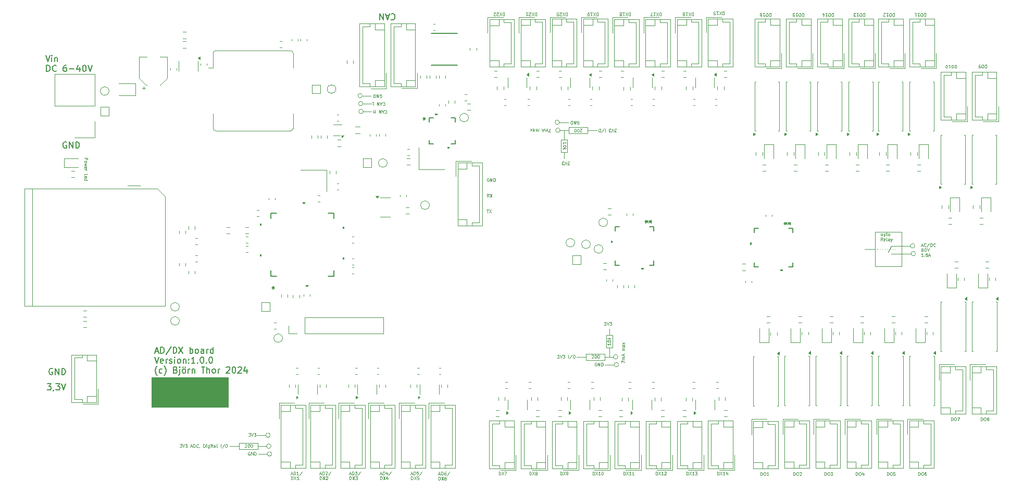
<source format=gbr>
%TF.GenerationSoftware,KiCad,Pcbnew,8.0.5*%
%TF.CreationDate,2024-09-28T09:45:59+02:00*%
%TF.ProjectId,PIC18F_ETH,50494331-3846-45f4-9554-482e6b696361,rev?*%
%TF.SameCoordinates,Original*%
%TF.FileFunction,Legend,Top*%
%TF.FilePolarity,Positive*%
%FSLAX46Y46*%
G04 Gerber Fmt 4.6, Leading zero omitted, Abs format (unit mm)*
G04 Created by KiCad (PCBNEW 8.0.5) date 2024-09-28 09:45:59*
%MOMM*%
%LPD*%
G01*
G04 APERTURE LIST*
%ADD10C,0.100000*%
%ADD11C,0.200000*%
%ADD12C,0.150000*%
%ADD13C,0.120000*%
%ADD14C,0.152400*%
%ADD15C,0.000000*%
G04 APERTURE END LIST*
D10*
X221672210Y-155935999D02*
X223091000Y-155935999D01*
X182302210Y-114787999D02*
G75*
G02*
X181583790Y-114787999I-359210J0D01*
G01*
X181583790Y-114787999D02*
G75*
G02*
X182302210Y-114787999I359210J0D01*
G01*
X147907000Y-158010999D02*
X160353000Y-158010999D01*
X160353000Y-162836999D01*
X147907000Y-162836999D01*
X147907000Y-158010999D01*
G36*
X147907000Y-158010999D02*
G01*
X160353000Y-158010999D01*
X160353000Y-162836999D01*
X147907000Y-162836999D01*
X147907000Y-158010999D01*
G37*
X269932210Y-137901999D02*
X271351000Y-137901999D01*
X167169420Y-167387999D02*
G75*
G02*
X166451000Y-167387999I-359210J0D01*
G01*
X166451000Y-167387999D02*
G75*
G02*
X167169420Y-167387999I359210J0D01*
G01*
X265868210Y-137139999D02*
X265888210Y-137139999D01*
X266288210Y-137139999D02*
X266308210Y-137139999D01*
X266708210Y-137139999D02*
X266728210Y-137139999D01*
X267128210Y-137139999D02*
X267148210Y-137139999D01*
X267548210Y-137139999D02*
X267568210Y-137139999D01*
X267968210Y-137139999D02*
X267988210Y-137139999D01*
X268388210Y-137139999D02*
X268408210Y-137139999D01*
X268808210Y-137139999D02*
X268828210Y-137139999D01*
X221567000Y-154665999D02*
X222985790Y-154665999D01*
X167423420Y-170435999D02*
G75*
G02*
X166705000Y-170435999I-359210J0D01*
G01*
X166705000Y-170435999D02*
G75*
G02*
X167423420Y-170435999I359210J0D01*
G01*
X263836210Y-137139999D02*
X265509000Y-137139999D01*
X162133000Y-169165999D02*
X160609000Y-169165999D01*
X214963000Y-121391999D02*
X214963000Y-122407999D01*
X214963000Y-119359999D02*
X214963000Y-117835999D01*
X215619790Y-116565999D02*
X214201000Y-116565999D01*
X223809420Y-155935999D02*
G75*
G02*
X223091000Y-155935999I-359210J0D01*
G01*
X223091000Y-155935999D02*
G75*
G02*
X223809420Y-155935999I359210J0D01*
G01*
X269932210Y-137901999D02*
X268154210Y-137901999D01*
X223704210Y-154665999D02*
G75*
G02*
X222985790Y-154665999I-359210J0D01*
G01*
X222985790Y-154665999D02*
G75*
G02*
X223704210Y-154665999I359210J0D01*
G01*
X167318210Y-169165999D02*
G75*
G02*
X166599790Y-169165999I-359210J0D01*
G01*
X166599790Y-169165999D02*
G75*
G02*
X167318210Y-169165999I359210J0D01*
G01*
X222329000Y-151109999D02*
X222329000Y-150093999D01*
X162133000Y-168657999D02*
X165181000Y-168657999D01*
X165181000Y-169673999D01*
X162133000Y-169673999D01*
X162133000Y-168657999D01*
X214455000Y-119359999D02*
X215471000Y-119359999D01*
X215471000Y-121391999D01*
X214455000Y-121391999D01*
X214455000Y-119359999D01*
X221821000Y-151109999D02*
X222837000Y-151109999D01*
X222837000Y-153141999D01*
X221821000Y-153141999D01*
X221821000Y-151109999D01*
X218773000Y-117835999D02*
X220297000Y-117835999D01*
X183677420Y-113517999D02*
X182258630Y-113517999D01*
X222329000Y-153141999D02*
X222329000Y-154665999D01*
X269827000Y-136631999D02*
X271245790Y-136631999D01*
X265509000Y-134345999D02*
X269827000Y-134345999D01*
X269827000Y-139933999D01*
X265509000Y-139933999D01*
X265509000Y-134345999D01*
X182153420Y-112247999D02*
G75*
G02*
X181435000Y-112247999I-359210J0D01*
G01*
X181435000Y-112247999D02*
G75*
G02*
X182153420Y-112247999I359210J0D01*
G01*
X215725000Y-117327999D02*
X218773000Y-117327999D01*
X218773000Y-118343999D01*
X215725000Y-118343999D01*
X215725000Y-117327999D01*
X215725000Y-117835999D02*
X214306210Y-117835999D01*
X271964210Y-136631999D02*
G75*
G02*
X271245790Y-136631999I-359210J0D01*
G01*
X271245790Y-136631999D02*
G75*
G02*
X271964210Y-136631999I359210J0D01*
G01*
X214306210Y-117835999D02*
G75*
G02*
X213587790Y-117835999I-359210J0D01*
G01*
X213587790Y-117835999D02*
G75*
G02*
X214306210Y-117835999I359210J0D01*
G01*
X268154210Y-136631999D02*
X267646210Y-137647999D01*
X214201000Y-116565999D02*
G75*
G02*
X213482580Y-116565999I-359210J0D01*
G01*
X213482580Y-116565999D02*
G75*
G02*
X214201000Y-116565999I359210J0D01*
G01*
X182258630Y-113517999D02*
G75*
G02*
X181540210Y-113517999I-359210J0D01*
G01*
X181540210Y-113517999D02*
G75*
G02*
X182258630Y-113517999I359210J0D01*
G01*
X183668395Y-114787999D02*
X182249605Y-114787999D01*
X165181000Y-169165999D02*
X166599790Y-169165999D01*
X165286210Y-170435999D02*
X166705000Y-170435999D01*
X269827000Y-136631999D02*
X268154210Y-136631999D01*
X218519000Y-154157999D02*
X221567000Y-154157999D01*
X221567000Y-155173999D01*
X218519000Y-155173999D01*
X218519000Y-154157999D01*
X272069420Y-137901999D02*
G75*
G02*
X271351000Y-137901999I-359210J0D01*
G01*
X271351000Y-137901999D02*
G75*
G02*
X272069420Y-137901999I359210J0D01*
G01*
X183572210Y-112247999D02*
X182153420Y-112247999D01*
X218519000Y-154665999D02*
X216995000Y-154665999D01*
X165032210Y-167387999D02*
X166451000Y-167387999D01*
D11*
X130686816Y-105675273D02*
X131020149Y-106675273D01*
X131020149Y-106675273D02*
X131353482Y-105675273D01*
X131686816Y-106675273D02*
X131686816Y-106008606D01*
X131686816Y-105675273D02*
X131639197Y-105722892D01*
X131639197Y-105722892D02*
X131686816Y-105770511D01*
X131686816Y-105770511D02*
X131734435Y-105722892D01*
X131734435Y-105722892D02*
X131686816Y-105675273D01*
X131686816Y-105675273D02*
X131686816Y-105770511D01*
X132163006Y-106008606D02*
X132163006Y-106675273D01*
X132163006Y-106103844D02*
X132210625Y-106056225D01*
X132210625Y-106056225D02*
X132305863Y-106008606D01*
X132305863Y-106008606D02*
X132448720Y-106008606D01*
X132448720Y-106008606D02*
X132543958Y-106056225D01*
X132543958Y-106056225D02*
X132591577Y-106151463D01*
X132591577Y-106151463D02*
X132591577Y-106675273D01*
X130829673Y-108285217D02*
X130829673Y-107285217D01*
X130829673Y-107285217D02*
X131067768Y-107285217D01*
X131067768Y-107285217D02*
X131210625Y-107332836D01*
X131210625Y-107332836D02*
X131305863Y-107428074D01*
X131305863Y-107428074D02*
X131353482Y-107523312D01*
X131353482Y-107523312D02*
X131401101Y-107713788D01*
X131401101Y-107713788D02*
X131401101Y-107856645D01*
X131401101Y-107856645D02*
X131353482Y-108047121D01*
X131353482Y-108047121D02*
X131305863Y-108142359D01*
X131305863Y-108142359D02*
X131210625Y-108237598D01*
X131210625Y-108237598D02*
X131067768Y-108285217D01*
X131067768Y-108285217D02*
X130829673Y-108285217D01*
X132401101Y-108189978D02*
X132353482Y-108237598D01*
X132353482Y-108237598D02*
X132210625Y-108285217D01*
X132210625Y-108285217D02*
X132115387Y-108285217D01*
X132115387Y-108285217D02*
X131972530Y-108237598D01*
X131972530Y-108237598D02*
X131877292Y-108142359D01*
X131877292Y-108142359D02*
X131829673Y-108047121D01*
X131829673Y-108047121D02*
X131782054Y-107856645D01*
X131782054Y-107856645D02*
X131782054Y-107713788D01*
X131782054Y-107713788D02*
X131829673Y-107523312D01*
X131829673Y-107523312D02*
X131877292Y-107428074D01*
X131877292Y-107428074D02*
X131972530Y-107332836D01*
X131972530Y-107332836D02*
X132115387Y-107285217D01*
X132115387Y-107285217D02*
X132210625Y-107285217D01*
X132210625Y-107285217D02*
X132353482Y-107332836D01*
X132353482Y-107332836D02*
X132401101Y-107380455D01*
X134020149Y-107285217D02*
X133829673Y-107285217D01*
X133829673Y-107285217D02*
X133734435Y-107332836D01*
X133734435Y-107332836D02*
X133686816Y-107380455D01*
X133686816Y-107380455D02*
X133591578Y-107523312D01*
X133591578Y-107523312D02*
X133543959Y-107713788D01*
X133543959Y-107713788D02*
X133543959Y-108094740D01*
X133543959Y-108094740D02*
X133591578Y-108189978D01*
X133591578Y-108189978D02*
X133639197Y-108237598D01*
X133639197Y-108237598D02*
X133734435Y-108285217D01*
X133734435Y-108285217D02*
X133924911Y-108285217D01*
X133924911Y-108285217D02*
X134020149Y-108237598D01*
X134020149Y-108237598D02*
X134067768Y-108189978D01*
X134067768Y-108189978D02*
X134115387Y-108094740D01*
X134115387Y-108094740D02*
X134115387Y-107856645D01*
X134115387Y-107856645D02*
X134067768Y-107761407D01*
X134067768Y-107761407D02*
X134020149Y-107713788D01*
X134020149Y-107713788D02*
X133924911Y-107666169D01*
X133924911Y-107666169D02*
X133734435Y-107666169D01*
X133734435Y-107666169D02*
X133639197Y-107713788D01*
X133639197Y-107713788D02*
X133591578Y-107761407D01*
X133591578Y-107761407D02*
X133543959Y-107856645D01*
X134543959Y-107904264D02*
X135305864Y-107904264D01*
X136210625Y-107618550D02*
X136210625Y-108285217D01*
X135972530Y-107237598D02*
X135734435Y-107951883D01*
X135734435Y-107951883D02*
X136353482Y-107951883D01*
X136924911Y-107285217D02*
X137020149Y-107285217D01*
X137020149Y-107285217D02*
X137115387Y-107332836D01*
X137115387Y-107332836D02*
X137163006Y-107380455D01*
X137163006Y-107380455D02*
X137210625Y-107475693D01*
X137210625Y-107475693D02*
X137258244Y-107666169D01*
X137258244Y-107666169D02*
X137258244Y-107904264D01*
X137258244Y-107904264D02*
X137210625Y-108094740D01*
X137210625Y-108094740D02*
X137163006Y-108189978D01*
X137163006Y-108189978D02*
X137115387Y-108237598D01*
X137115387Y-108237598D02*
X137020149Y-108285217D01*
X137020149Y-108285217D02*
X136924911Y-108285217D01*
X136924911Y-108285217D02*
X136829673Y-108237598D01*
X136829673Y-108237598D02*
X136782054Y-108189978D01*
X136782054Y-108189978D02*
X136734435Y-108094740D01*
X136734435Y-108094740D02*
X136686816Y-107904264D01*
X136686816Y-107904264D02*
X136686816Y-107666169D01*
X136686816Y-107666169D02*
X136734435Y-107475693D01*
X136734435Y-107475693D02*
X136782054Y-107380455D01*
X136782054Y-107380455D02*
X136829673Y-107332836D01*
X136829673Y-107332836D02*
X136924911Y-107285217D01*
X137543959Y-107285217D02*
X137877292Y-108285217D01*
X137877292Y-108285217D02*
X138210625Y-107285217D01*
D10*
X221450217Y-149019608D02*
X221759741Y-149019608D01*
X221759741Y-149019608D02*
X221593074Y-149210084D01*
X221593074Y-149210084D02*
X221664503Y-149210084D01*
X221664503Y-149210084D02*
X221712122Y-149233894D01*
X221712122Y-149233894D02*
X221735931Y-149257703D01*
X221735931Y-149257703D02*
X221759741Y-149305322D01*
X221759741Y-149305322D02*
X221759741Y-149424370D01*
X221759741Y-149424370D02*
X221735931Y-149471989D01*
X221735931Y-149471989D02*
X221712122Y-149495799D01*
X221712122Y-149495799D02*
X221664503Y-149519608D01*
X221664503Y-149519608D02*
X221521646Y-149519608D01*
X221521646Y-149519608D02*
X221474027Y-149495799D01*
X221474027Y-149495799D02*
X221450217Y-149471989D01*
X221902598Y-149019608D02*
X222069264Y-149519608D01*
X222069264Y-149519608D02*
X222235931Y-149019608D01*
X222354978Y-149019608D02*
X222664502Y-149019608D01*
X222664502Y-149019608D02*
X222497835Y-149210084D01*
X222497835Y-149210084D02*
X222569264Y-149210084D01*
X222569264Y-149210084D02*
X222616883Y-149233894D01*
X222616883Y-149233894D02*
X222640692Y-149257703D01*
X222640692Y-149257703D02*
X222664502Y-149305322D01*
X222664502Y-149305322D02*
X222664502Y-149424370D01*
X222664502Y-149424370D02*
X222640692Y-149471989D01*
X222640692Y-149471989D02*
X222616883Y-149495799D01*
X222616883Y-149495799D02*
X222569264Y-149519608D01*
X222569264Y-149519608D02*
X222426407Y-149519608D01*
X222426407Y-149519608D02*
X222378788Y-149495799D01*
X222378788Y-149495799D02*
X222354978Y-149471989D01*
X258720163Y-98852389D02*
X258720163Y-99352389D01*
X258720163Y-99352389D02*
X258601115Y-99352389D01*
X258601115Y-99352389D02*
X258529687Y-99328579D01*
X258529687Y-99328579D02*
X258482068Y-99280960D01*
X258482068Y-99280960D02*
X258458258Y-99233341D01*
X258458258Y-99233341D02*
X258434449Y-99138103D01*
X258434449Y-99138103D02*
X258434449Y-99066675D01*
X258434449Y-99066675D02*
X258458258Y-98971437D01*
X258458258Y-98971437D02*
X258482068Y-98923818D01*
X258482068Y-98923818D02*
X258529687Y-98876199D01*
X258529687Y-98876199D02*
X258601115Y-98852389D01*
X258601115Y-98852389D02*
X258720163Y-98852389D01*
X258124925Y-99352389D02*
X258029687Y-99352389D01*
X258029687Y-99352389D02*
X257982068Y-99328579D01*
X257982068Y-99328579D02*
X257934449Y-99280960D01*
X257934449Y-99280960D02*
X257910639Y-99185722D01*
X257910639Y-99185722D02*
X257910639Y-99019056D01*
X257910639Y-99019056D02*
X257934449Y-98923818D01*
X257934449Y-98923818D02*
X257982068Y-98876199D01*
X257982068Y-98876199D02*
X258029687Y-98852389D01*
X258029687Y-98852389D02*
X258124925Y-98852389D01*
X258124925Y-98852389D02*
X258172544Y-98876199D01*
X258172544Y-98876199D02*
X258220163Y-98923818D01*
X258220163Y-98923818D02*
X258243972Y-99019056D01*
X258243972Y-99019056D02*
X258243972Y-99185722D01*
X258243972Y-99185722D02*
X258220163Y-99280960D01*
X258220163Y-99280960D02*
X258172544Y-99328579D01*
X258172544Y-99328579D02*
X258124925Y-99352389D01*
X257434448Y-98852389D02*
X257720162Y-98852389D01*
X257577305Y-98852389D02*
X257577305Y-99352389D01*
X257577305Y-99352389D02*
X257624924Y-99280960D01*
X257624924Y-99280960D02*
X257672543Y-99233341D01*
X257672543Y-99233341D02*
X257720162Y-99209532D01*
X257005877Y-99185722D02*
X257005877Y-98852389D01*
X257124925Y-99376199D02*
X257243972Y-99019056D01*
X257243972Y-99019056D02*
X256934449Y-99019056D01*
X282711836Y-165013608D02*
X282711836Y-164513608D01*
X282711836Y-164513608D02*
X282830884Y-164513608D01*
X282830884Y-164513608D02*
X282902312Y-164537418D01*
X282902312Y-164537418D02*
X282949931Y-164585037D01*
X282949931Y-164585037D02*
X282973741Y-164632656D01*
X282973741Y-164632656D02*
X282997550Y-164727894D01*
X282997550Y-164727894D02*
X282997550Y-164799322D01*
X282997550Y-164799322D02*
X282973741Y-164894560D01*
X282973741Y-164894560D02*
X282949931Y-164942179D01*
X282949931Y-164942179D02*
X282902312Y-164989799D01*
X282902312Y-164989799D02*
X282830884Y-165013608D01*
X282830884Y-165013608D02*
X282711836Y-165013608D01*
X283307074Y-164513608D02*
X283402312Y-164513608D01*
X283402312Y-164513608D02*
X283449931Y-164537418D01*
X283449931Y-164537418D02*
X283497550Y-164585037D01*
X283497550Y-164585037D02*
X283521360Y-164680275D01*
X283521360Y-164680275D02*
X283521360Y-164846941D01*
X283521360Y-164846941D02*
X283497550Y-164942179D01*
X283497550Y-164942179D02*
X283449931Y-164989799D01*
X283449931Y-164989799D02*
X283402312Y-165013608D01*
X283402312Y-165013608D02*
X283307074Y-165013608D01*
X283307074Y-165013608D02*
X283259455Y-164989799D01*
X283259455Y-164989799D02*
X283211836Y-164942179D01*
X283211836Y-164942179D02*
X283188027Y-164846941D01*
X283188027Y-164846941D02*
X283188027Y-164680275D01*
X283188027Y-164680275D02*
X283211836Y-164585037D01*
X283211836Y-164585037D02*
X283259455Y-164537418D01*
X283259455Y-164537418D02*
X283307074Y-164513608D01*
X283807075Y-164727894D02*
X283759456Y-164704084D01*
X283759456Y-164704084D02*
X283735646Y-164680275D01*
X283735646Y-164680275D02*
X283711837Y-164632656D01*
X283711837Y-164632656D02*
X283711837Y-164608846D01*
X283711837Y-164608846D02*
X283735646Y-164561227D01*
X283735646Y-164561227D02*
X283759456Y-164537418D01*
X283759456Y-164537418D02*
X283807075Y-164513608D01*
X283807075Y-164513608D02*
X283902313Y-164513608D01*
X283902313Y-164513608D02*
X283949932Y-164537418D01*
X283949932Y-164537418D02*
X283973741Y-164561227D01*
X283973741Y-164561227D02*
X283997551Y-164608846D01*
X283997551Y-164608846D02*
X283997551Y-164632656D01*
X283997551Y-164632656D02*
X283973741Y-164680275D01*
X283973741Y-164680275D02*
X283949932Y-164704084D01*
X283949932Y-164704084D02*
X283902313Y-164727894D01*
X283902313Y-164727894D02*
X283807075Y-164727894D01*
X283807075Y-164727894D02*
X283759456Y-164751703D01*
X283759456Y-164751703D02*
X283735646Y-164775513D01*
X283735646Y-164775513D02*
X283711837Y-164823132D01*
X283711837Y-164823132D02*
X283711837Y-164918370D01*
X283711837Y-164918370D02*
X283735646Y-164965989D01*
X283735646Y-164965989D02*
X283759456Y-164989799D01*
X283759456Y-164989799D02*
X283807075Y-165013608D01*
X283807075Y-165013608D02*
X283902313Y-165013608D01*
X283902313Y-165013608D02*
X283949932Y-164989799D01*
X283949932Y-164989799D02*
X283973741Y-164965989D01*
X283973741Y-164965989D02*
X283997551Y-164918370D01*
X283997551Y-164918370D02*
X283997551Y-164823132D01*
X283997551Y-164823132D02*
X283973741Y-164775513D01*
X283973741Y-164775513D02*
X283949932Y-164751703D01*
X283949932Y-164751703D02*
X283902313Y-164727894D01*
X175246027Y-173659779D02*
X175484122Y-173659779D01*
X175198408Y-173802636D02*
X175365074Y-173302636D01*
X175365074Y-173302636D02*
X175531741Y-173802636D01*
X175698407Y-173802636D02*
X175698407Y-173302636D01*
X175698407Y-173302636D02*
X175817455Y-173302636D01*
X175817455Y-173302636D02*
X175888883Y-173326446D01*
X175888883Y-173326446D02*
X175936502Y-173374065D01*
X175936502Y-173374065D02*
X175960312Y-173421684D01*
X175960312Y-173421684D02*
X175984121Y-173516922D01*
X175984121Y-173516922D02*
X175984121Y-173588350D01*
X175984121Y-173588350D02*
X175960312Y-173683588D01*
X175960312Y-173683588D02*
X175936502Y-173731207D01*
X175936502Y-173731207D02*
X175888883Y-173778827D01*
X175888883Y-173778827D02*
X175817455Y-173802636D01*
X175817455Y-173802636D02*
X175698407Y-173802636D01*
X176174598Y-173350255D02*
X176198407Y-173326446D01*
X176198407Y-173326446D02*
X176246026Y-173302636D01*
X176246026Y-173302636D02*
X176365074Y-173302636D01*
X176365074Y-173302636D02*
X176412693Y-173326446D01*
X176412693Y-173326446D02*
X176436502Y-173350255D01*
X176436502Y-173350255D02*
X176460312Y-173397874D01*
X176460312Y-173397874D02*
X176460312Y-173445493D01*
X176460312Y-173445493D02*
X176436502Y-173516922D01*
X176436502Y-173516922D02*
X176150788Y-173802636D01*
X176150788Y-173802636D02*
X176460312Y-173802636D01*
X177031740Y-173278827D02*
X176603169Y-173921684D01*
X175269836Y-174607608D02*
X175269836Y-174107608D01*
X175269836Y-174107608D02*
X175388884Y-174107608D01*
X175388884Y-174107608D02*
X175460312Y-174131418D01*
X175460312Y-174131418D02*
X175507931Y-174179037D01*
X175507931Y-174179037D02*
X175531741Y-174226656D01*
X175531741Y-174226656D02*
X175555550Y-174321894D01*
X175555550Y-174321894D02*
X175555550Y-174393322D01*
X175555550Y-174393322D02*
X175531741Y-174488560D01*
X175531741Y-174488560D02*
X175507931Y-174536179D01*
X175507931Y-174536179D02*
X175460312Y-174583799D01*
X175460312Y-174583799D02*
X175388884Y-174607608D01*
X175388884Y-174607608D02*
X175269836Y-174607608D01*
X175722217Y-174107608D02*
X176055550Y-174607608D01*
X176055550Y-174107608D02*
X175722217Y-174607608D01*
X176222217Y-174155227D02*
X176246026Y-174131418D01*
X176246026Y-174131418D02*
X176293645Y-174107608D01*
X176293645Y-174107608D02*
X176412693Y-174107608D01*
X176412693Y-174107608D02*
X176460312Y-174131418D01*
X176460312Y-174131418D02*
X176484121Y-174155227D01*
X176484121Y-174155227D02*
X176507931Y-174202846D01*
X176507931Y-174202846D02*
X176507931Y-174250465D01*
X176507931Y-174250465D02*
X176484121Y-174321894D01*
X176484121Y-174321894D02*
X176198407Y-174607608D01*
X176198407Y-174607608D02*
X176507931Y-174607608D01*
X136975890Y-122342835D02*
X137475890Y-122342835D01*
X137475890Y-122342835D02*
X137475890Y-122533311D01*
X137475890Y-122533311D02*
X137452080Y-122580930D01*
X137452080Y-122580930D02*
X137428271Y-122604740D01*
X137428271Y-122604740D02*
X137380652Y-122628549D01*
X137380652Y-122628549D02*
X137309223Y-122628549D01*
X137309223Y-122628549D02*
X137261604Y-122604740D01*
X137261604Y-122604740D02*
X137237795Y-122580930D01*
X137237795Y-122580930D02*
X137213985Y-122533311D01*
X137213985Y-122533311D02*
X137213985Y-122342835D01*
X136975890Y-122914264D02*
X136999700Y-122866645D01*
X136999700Y-122866645D02*
X137023509Y-122842835D01*
X137023509Y-122842835D02*
X137071128Y-122819026D01*
X137071128Y-122819026D02*
X137213985Y-122819026D01*
X137213985Y-122819026D02*
X137261604Y-122842835D01*
X137261604Y-122842835D02*
X137285414Y-122866645D01*
X137285414Y-122866645D02*
X137309223Y-122914264D01*
X137309223Y-122914264D02*
X137309223Y-122985692D01*
X137309223Y-122985692D02*
X137285414Y-123033311D01*
X137285414Y-123033311D02*
X137261604Y-123057121D01*
X137261604Y-123057121D02*
X137213985Y-123080930D01*
X137213985Y-123080930D02*
X137071128Y-123080930D01*
X137071128Y-123080930D02*
X137023509Y-123057121D01*
X137023509Y-123057121D02*
X136999700Y-123033311D01*
X136999700Y-123033311D02*
X136975890Y-122985692D01*
X136975890Y-122985692D02*
X136975890Y-122914264D01*
X137309223Y-123247597D02*
X136975890Y-123342835D01*
X136975890Y-123342835D02*
X137213985Y-123438073D01*
X137213985Y-123438073D02*
X136975890Y-123533311D01*
X136975890Y-123533311D02*
X137309223Y-123628549D01*
X136999700Y-124009502D02*
X136975890Y-123961883D01*
X136975890Y-123961883D02*
X136975890Y-123866645D01*
X136975890Y-123866645D02*
X136999700Y-123819026D01*
X136999700Y-123819026D02*
X137047319Y-123795217D01*
X137047319Y-123795217D02*
X137237795Y-123795217D01*
X137237795Y-123795217D02*
X137285414Y-123819026D01*
X137285414Y-123819026D02*
X137309223Y-123866645D01*
X137309223Y-123866645D02*
X137309223Y-123961883D01*
X137309223Y-123961883D02*
X137285414Y-124009502D01*
X137285414Y-124009502D02*
X137237795Y-124033312D01*
X137237795Y-124033312D02*
X137190176Y-124033312D01*
X137190176Y-124033312D02*
X137142557Y-123795217D01*
X136975890Y-124247597D02*
X137309223Y-124247597D01*
X137213985Y-124247597D02*
X137261604Y-124271407D01*
X137261604Y-124271407D02*
X137285414Y-124295216D01*
X137285414Y-124295216D02*
X137309223Y-124342835D01*
X137309223Y-124342835D02*
X137309223Y-124390454D01*
X136975890Y-125176168D02*
X136975890Y-124938073D01*
X136975890Y-124938073D02*
X137475890Y-124938073D01*
X136999700Y-125533311D02*
X136975890Y-125485692D01*
X136975890Y-125485692D02*
X136975890Y-125390454D01*
X136975890Y-125390454D02*
X136999700Y-125342835D01*
X136999700Y-125342835D02*
X137047319Y-125319026D01*
X137047319Y-125319026D02*
X137237795Y-125319026D01*
X137237795Y-125319026D02*
X137285414Y-125342835D01*
X137285414Y-125342835D02*
X137309223Y-125390454D01*
X137309223Y-125390454D02*
X137309223Y-125485692D01*
X137309223Y-125485692D02*
X137285414Y-125533311D01*
X137285414Y-125533311D02*
X137237795Y-125557121D01*
X137237795Y-125557121D02*
X137190176Y-125557121D01*
X137190176Y-125557121D02*
X137142557Y-125319026D01*
X136975890Y-125985692D02*
X137475890Y-125985692D01*
X136999700Y-125985692D02*
X136975890Y-125938073D01*
X136975890Y-125938073D02*
X136975890Y-125842835D01*
X136975890Y-125842835D02*
X136999700Y-125795216D01*
X136999700Y-125795216D02*
X137023509Y-125771406D01*
X137023509Y-125771406D02*
X137071128Y-125747597D01*
X137071128Y-125747597D02*
X137213985Y-125747597D01*
X137213985Y-125747597D02*
X137261604Y-125771406D01*
X137261604Y-125771406D02*
X137285414Y-125795216D01*
X137285414Y-125795216D02*
X137309223Y-125842835D01*
X137309223Y-125842835D02*
X137309223Y-125938073D01*
X137309223Y-125938073D02*
X137285414Y-125985692D01*
D11*
X134068482Y-119798837D02*
X133973244Y-119751218D01*
X133973244Y-119751218D02*
X133830387Y-119751218D01*
X133830387Y-119751218D02*
X133687530Y-119798837D01*
X133687530Y-119798837D02*
X133592292Y-119894075D01*
X133592292Y-119894075D02*
X133544673Y-119989313D01*
X133544673Y-119989313D02*
X133497054Y-120179789D01*
X133497054Y-120179789D02*
X133497054Y-120322646D01*
X133497054Y-120322646D02*
X133544673Y-120513122D01*
X133544673Y-120513122D02*
X133592292Y-120608360D01*
X133592292Y-120608360D02*
X133687530Y-120703599D01*
X133687530Y-120703599D02*
X133830387Y-120751218D01*
X133830387Y-120751218D02*
X133925625Y-120751218D01*
X133925625Y-120751218D02*
X134068482Y-120703599D01*
X134068482Y-120703599D02*
X134116101Y-120655979D01*
X134116101Y-120655979D02*
X134116101Y-120322646D01*
X134116101Y-120322646D02*
X133925625Y-120322646D01*
X134544673Y-120751218D02*
X134544673Y-119751218D01*
X134544673Y-119751218D02*
X135116101Y-120751218D01*
X135116101Y-120751218D02*
X135116101Y-119751218D01*
X135592292Y-120751218D02*
X135592292Y-119751218D01*
X135592292Y-119751218D02*
X135830387Y-119751218D01*
X135830387Y-119751218D02*
X135973244Y-119798837D01*
X135973244Y-119798837D02*
X136068482Y-119894075D01*
X136068482Y-119894075D02*
X136116101Y-119989313D01*
X136116101Y-119989313D02*
X136163720Y-120179789D01*
X136163720Y-120179789D02*
X136163720Y-120322646D01*
X136163720Y-120322646D02*
X136116101Y-120513122D01*
X136116101Y-120513122D02*
X136068482Y-120608360D01*
X136068482Y-120608360D02*
X135973244Y-120703599D01*
X135973244Y-120703599D02*
X135830387Y-120751218D01*
X135830387Y-120751218D02*
X135592292Y-120751218D01*
D10*
X202709741Y-125675418D02*
X202662122Y-125651608D01*
X202662122Y-125651608D02*
X202590693Y-125651608D01*
X202590693Y-125651608D02*
X202519265Y-125675418D01*
X202519265Y-125675418D02*
X202471646Y-125723037D01*
X202471646Y-125723037D02*
X202447836Y-125770656D01*
X202447836Y-125770656D02*
X202424027Y-125865894D01*
X202424027Y-125865894D02*
X202424027Y-125937322D01*
X202424027Y-125937322D02*
X202447836Y-126032560D01*
X202447836Y-126032560D02*
X202471646Y-126080179D01*
X202471646Y-126080179D02*
X202519265Y-126127799D01*
X202519265Y-126127799D02*
X202590693Y-126151608D01*
X202590693Y-126151608D02*
X202638312Y-126151608D01*
X202638312Y-126151608D02*
X202709741Y-126127799D01*
X202709741Y-126127799D02*
X202733550Y-126103989D01*
X202733550Y-126103989D02*
X202733550Y-125937322D01*
X202733550Y-125937322D02*
X202638312Y-125937322D01*
X202947836Y-126151608D02*
X202947836Y-125651608D01*
X202947836Y-125651608D02*
X203233550Y-126151608D01*
X203233550Y-126151608D02*
X203233550Y-125651608D01*
X203471646Y-126151608D02*
X203471646Y-125651608D01*
X203471646Y-125651608D02*
X203590694Y-125651608D01*
X203590694Y-125651608D02*
X203662122Y-125675418D01*
X203662122Y-125675418D02*
X203709741Y-125723037D01*
X203709741Y-125723037D02*
X203733551Y-125770656D01*
X203733551Y-125770656D02*
X203757360Y-125865894D01*
X203757360Y-125865894D02*
X203757360Y-125937322D01*
X203757360Y-125937322D02*
X203733551Y-126032560D01*
X203733551Y-126032560D02*
X203709741Y-126080179D01*
X203709741Y-126080179D02*
X203662122Y-126127799D01*
X203662122Y-126127799D02*
X203590694Y-126151608D01*
X203590694Y-126151608D02*
X203471646Y-126151608D01*
D11*
X131800482Y-156588837D02*
X131705244Y-156541218D01*
X131705244Y-156541218D02*
X131562387Y-156541218D01*
X131562387Y-156541218D02*
X131419530Y-156588837D01*
X131419530Y-156588837D02*
X131324292Y-156684075D01*
X131324292Y-156684075D02*
X131276673Y-156779313D01*
X131276673Y-156779313D02*
X131229054Y-156969789D01*
X131229054Y-156969789D02*
X131229054Y-157112646D01*
X131229054Y-157112646D02*
X131276673Y-157303122D01*
X131276673Y-157303122D02*
X131324292Y-157398360D01*
X131324292Y-157398360D02*
X131419530Y-157493599D01*
X131419530Y-157493599D02*
X131562387Y-157541218D01*
X131562387Y-157541218D02*
X131657625Y-157541218D01*
X131657625Y-157541218D02*
X131800482Y-157493599D01*
X131800482Y-157493599D02*
X131848101Y-157445979D01*
X131848101Y-157445979D02*
X131848101Y-157112646D01*
X131848101Y-157112646D02*
X131657625Y-157112646D01*
X132276673Y-157541218D02*
X132276673Y-156541218D01*
X132276673Y-156541218D02*
X132848101Y-157541218D01*
X132848101Y-157541218D02*
X132848101Y-156541218D01*
X133324292Y-157541218D02*
X133324292Y-156541218D01*
X133324292Y-156541218D02*
X133562387Y-156541218D01*
X133562387Y-156541218D02*
X133705244Y-156588837D01*
X133705244Y-156588837D02*
X133800482Y-156684075D01*
X133800482Y-156684075D02*
X133848101Y-156779313D01*
X133848101Y-156779313D02*
X133895720Y-156969789D01*
X133895720Y-156969789D02*
X133895720Y-157112646D01*
X133895720Y-157112646D02*
X133848101Y-157303122D01*
X133848101Y-157303122D02*
X133800482Y-157398360D01*
X133800482Y-157398360D02*
X133705244Y-157493599D01*
X133705244Y-157493599D02*
X133562387Y-157541218D01*
X133562387Y-157541218D02*
X133324292Y-157541218D01*
X186843898Y-99014018D02*
X186891517Y-98966399D01*
X186891517Y-98966399D02*
X187034374Y-98918779D01*
X187034374Y-98918779D02*
X187129612Y-98918779D01*
X187129612Y-98918779D02*
X187272469Y-98966399D01*
X187272469Y-98966399D02*
X187367707Y-99061637D01*
X187367707Y-99061637D02*
X187415326Y-99156875D01*
X187415326Y-99156875D02*
X187462945Y-99347351D01*
X187462945Y-99347351D02*
X187462945Y-99490208D01*
X187462945Y-99490208D02*
X187415326Y-99680684D01*
X187415326Y-99680684D02*
X187367707Y-99775922D01*
X187367707Y-99775922D02*
X187272469Y-99871160D01*
X187272469Y-99871160D02*
X187129612Y-99918779D01*
X187129612Y-99918779D02*
X187034374Y-99918779D01*
X187034374Y-99918779D02*
X186891517Y-99871160D01*
X186891517Y-99871160D02*
X186843898Y-99823541D01*
X186462945Y-99204494D02*
X185986755Y-99204494D01*
X186558183Y-98918779D02*
X186224850Y-99918779D01*
X186224850Y-99918779D02*
X185891517Y-98918779D01*
X185558183Y-98918779D02*
X185558183Y-99918779D01*
X185558183Y-99918779D02*
X184986755Y-98918779D01*
X184986755Y-98918779D02*
X184986755Y-99918779D01*
D10*
X235972163Y-98740389D02*
X235972163Y-99240389D01*
X235972163Y-99240389D02*
X235853115Y-99240389D01*
X235853115Y-99240389D02*
X235781687Y-99216579D01*
X235781687Y-99216579D02*
X235734068Y-99168960D01*
X235734068Y-99168960D02*
X235710258Y-99121341D01*
X235710258Y-99121341D02*
X235686449Y-99026103D01*
X235686449Y-99026103D02*
X235686449Y-98954675D01*
X235686449Y-98954675D02*
X235710258Y-98859437D01*
X235710258Y-98859437D02*
X235734068Y-98811818D01*
X235734068Y-98811818D02*
X235781687Y-98764199D01*
X235781687Y-98764199D02*
X235853115Y-98740389D01*
X235853115Y-98740389D02*
X235972163Y-98740389D01*
X235519782Y-99240389D02*
X235186449Y-98740389D01*
X235186449Y-99240389D02*
X235519782Y-98740389D01*
X234734068Y-98740389D02*
X235019782Y-98740389D01*
X234876925Y-98740389D02*
X234876925Y-99240389D01*
X234876925Y-99240389D02*
X234924544Y-99168960D01*
X234924544Y-99168960D02*
X234972163Y-99121341D01*
X234972163Y-99121341D02*
X235019782Y-99097532D01*
X234305497Y-99240389D02*
X234400735Y-99240389D01*
X234400735Y-99240389D02*
X234448354Y-99216579D01*
X234448354Y-99216579D02*
X234472164Y-99192770D01*
X234472164Y-99192770D02*
X234519783Y-99121341D01*
X234519783Y-99121341D02*
X234543592Y-99026103D01*
X234543592Y-99026103D02*
X234543592Y-98835627D01*
X234543592Y-98835627D02*
X234519783Y-98788008D01*
X234519783Y-98788008D02*
X234495973Y-98764199D01*
X234495973Y-98764199D02*
X234448354Y-98740389D01*
X234448354Y-98740389D02*
X234353116Y-98740389D01*
X234353116Y-98740389D02*
X234305497Y-98764199D01*
X234305497Y-98764199D02*
X234281688Y-98788008D01*
X234281688Y-98788008D02*
X234257878Y-98835627D01*
X234257878Y-98835627D02*
X234257878Y-98954675D01*
X234257878Y-98954675D02*
X234281688Y-99002294D01*
X234281688Y-99002294D02*
X234305497Y-99026103D01*
X234305497Y-99026103D02*
X234353116Y-99049913D01*
X234353116Y-99049913D02*
X234448354Y-99049913D01*
X234448354Y-99049913D02*
X234495973Y-99026103D01*
X234495973Y-99026103D02*
X234519783Y-99002294D01*
X234519783Y-99002294D02*
X234543592Y-98954675D01*
X229841836Y-173857608D02*
X229841836Y-173357608D01*
X229841836Y-173357608D02*
X229960884Y-173357608D01*
X229960884Y-173357608D02*
X230032312Y-173381418D01*
X230032312Y-173381418D02*
X230079931Y-173429037D01*
X230079931Y-173429037D02*
X230103741Y-173476656D01*
X230103741Y-173476656D02*
X230127550Y-173571894D01*
X230127550Y-173571894D02*
X230127550Y-173643322D01*
X230127550Y-173643322D02*
X230103741Y-173738560D01*
X230103741Y-173738560D02*
X230079931Y-173786179D01*
X230079931Y-173786179D02*
X230032312Y-173833799D01*
X230032312Y-173833799D02*
X229960884Y-173857608D01*
X229960884Y-173857608D02*
X229841836Y-173857608D01*
X230294217Y-173357608D02*
X230627550Y-173857608D01*
X230627550Y-173357608D02*
X230294217Y-173857608D01*
X231079931Y-173857608D02*
X230794217Y-173857608D01*
X230937074Y-173857608D02*
X230937074Y-173357608D01*
X230937074Y-173357608D02*
X230889455Y-173429037D01*
X230889455Y-173429037D02*
X230841836Y-173476656D01*
X230841836Y-173476656D02*
X230794217Y-173500465D01*
X231270407Y-173405227D02*
X231294216Y-173381418D01*
X231294216Y-173381418D02*
X231341835Y-173357608D01*
X231341835Y-173357608D02*
X231460883Y-173357608D01*
X231460883Y-173357608D02*
X231508502Y-173381418D01*
X231508502Y-173381418D02*
X231532311Y-173405227D01*
X231532311Y-173405227D02*
X231556121Y-173452846D01*
X231556121Y-173452846D02*
X231556121Y-173500465D01*
X231556121Y-173500465D02*
X231532311Y-173571894D01*
X231532311Y-173571894D02*
X231246597Y-173857608D01*
X231246597Y-173857608D02*
X231556121Y-173857608D01*
X170568027Y-173659779D02*
X170806122Y-173659779D01*
X170520408Y-173802636D02*
X170687074Y-173302636D01*
X170687074Y-173302636D02*
X170853741Y-173802636D01*
X171020407Y-173802636D02*
X171020407Y-173302636D01*
X171020407Y-173302636D02*
X171139455Y-173302636D01*
X171139455Y-173302636D02*
X171210883Y-173326446D01*
X171210883Y-173326446D02*
X171258502Y-173374065D01*
X171258502Y-173374065D02*
X171282312Y-173421684D01*
X171282312Y-173421684D02*
X171306121Y-173516922D01*
X171306121Y-173516922D02*
X171306121Y-173588350D01*
X171306121Y-173588350D02*
X171282312Y-173683588D01*
X171282312Y-173683588D02*
X171258502Y-173731207D01*
X171258502Y-173731207D02*
X171210883Y-173778827D01*
X171210883Y-173778827D02*
X171139455Y-173802636D01*
X171139455Y-173802636D02*
X171020407Y-173802636D01*
X171782312Y-173802636D02*
X171496598Y-173802636D01*
X171639455Y-173802636D02*
X171639455Y-173302636D01*
X171639455Y-173302636D02*
X171591836Y-173374065D01*
X171591836Y-173374065D02*
X171544217Y-173421684D01*
X171544217Y-173421684D02*
X171496598Y-173445493D01*
X172353740Y-173278827D02*
X171925169Y-173921684D01*
X170591836Y-174607608D02*
X170591836Y-174107608D01*
X170591836Y-174107608D02*
X170710884Y-174107608D01*
X170710884Y-174107608D02*
X170782312Y-174131418D01*
X170782312Y-174131418D02*
X170829931Y-174179037D01*
X170829931Y-174179037D02*
X170853741Y-174226656D01*
X170853741Y-174226656D02*
X170877550Y-174321894D01*
X170877550Y-174321894D02*
X170877550Y-174393322D01*
X170877550Y-174393322D02*
X170853741Y-174488560D01*
X170853741Y-174488560D02*
X170829931Y-174536179D01*
X170829931Y-174536179D02*
X170782312Y-174583799D01*
X170782312Y-174583799D02*
X170710884Y-174607608D01*
X170710884Y-174607608D02*
X170591836Y-174607608D01*
X171044217Y-174107608D02*
X171377550Y-174607608D01*
X171377550Y-174107608D02*
X171044217Y-174607608D01*
X171829931Y-174607608D02*
X171544217Y-174607608D01*
X171687074Y-174607608D02*
X171687074Y-174107608D01*
X171687074Y-174107608D02*
X171639455Y-174179037D01*
X171639455Y-174179037D02*
X171591836Y-174226656D01*
X171591836Y-174226656D02*
X171544217Y-174250465D01*
X220472163Y-98740389D02*
X220472163Y-99240389D01*
X220472163Y-99240389D02*
X220353115Y-99240389D01*
X220353115Y-99240389D02*
X220281687Y-99216579D01*
X220281687Y-99216579D02*
X220234068Y-99168960D01*
X220234068Y-99168960D02*
X220210258Y-99121341D01*
X220210258Y-99121341D02*
X220186449Y-99026103D01*
X220186449Y-99026103D02*
X220186449Y-98954675D01*
X220186449Y-98954675D02*
X220210258Y-98859437D01*
X220210258Y-98859437D02*
X220234068Y-98811818D01*
X220234068Y-98811818D02*
X220281687Y-98764199D01*
X220281687Y-98764199D02*
X220353115Y-98740389D01*
X220353115Y-98740389D02*
X220472163Y-98740389D01*
X220019782Y-99240389D02*
X219686449Y-98740389D01*
X219686449Y-99240389D02*
X220019782Y-98740389D01*
X219234068Y-98740389D02*
X219519782Y-98740389D01*
X219376925Y-98740389D02*
X219376925Y-99240389D01*
X219376925Y-99240389D02*
X219424544Y-99168960D01*
X219424544Y-99168960D02*
X219472163Y-99121341D01*
X219472163Y-99121341D02*
X219519782Y-99097532D01*
X218995973Y-98740389D02*
X218900735Y-98740389D01*
X218900735Y-98740389D02*
X218853116Y-98764199D01*
X218853116Y-98764199D02*
X218829307Y-98788008D01*
X218829307Y-98788008D02*
X218781688Y-98859437D01*
X218781688Y-98859437D02*
X218757878Y-98954675D01*
X218757878Y-98954675D02*
X218757878Y-99145151D01*
X218757878Y-99145151D02*
X218781688Y-99192770D01*
X218781688Y-99192770D02*
X218805497Y-99216579D01*
X218805497Y-99216579D02*
X218853116Y-99240389D01*
X218853116Y-99240389D02*
X218948354Y-99240389D01*
X218948354Y-99240389D02*
X218995973Y-99216579D01*
X218995973Y-99216579D02*
X219019783Y-99192770D01*
X219019783Y-99192770D02*
X219043592Y-99145151D01*
X219043592Y-99145151D02*
X219043592Y-99026103D01*
X219043592Y-99026103D02*
X219019783Y-98978484D01*
X219019783Y-98978484D02*
X218995973Y-98954675D01*
X218995973Y-98954675D02*
X218948354Y-98930865D01*
X218948354Y-98930865D02*
X218853116Y-98930865D01*
X218853116Y-98930865D02*
X218805497Y-98954675D01*
X218805497Y-98954675D02*
X218781688Y-98978484D01*
X218781688Y-98978484D02*
X218757878Y-99026103D01*
X224591836Y-173857608D02*
X224591836Y-173357608D01*
X224591836Y-173357608D02*
X224710884Y-173357608D01*
X224710884Y-173357608D02*
X224782312Y-173381418D01*
X224782312Y-173381418D02*
X224829931Y-173429037D01*
X224829931Y-173429037D02*
X224853741Y-173476656D01*
X224853741Y-173476656D02*
X224877550Y-173571894D01*
X224877550Y-173571894D02*
X224877550Y-173643322D01*
X224877550Y-173643322D02*
X224853741Y-173738560D01*
X224853741Y-173738560D02*
X224829931Y-173786179D01*
X224829931Y-173786179D02*
X224782312Y-173833799D01*
X224782312Y-173833799D02*
X224710884Y-173857608D01*
X224710884Y-173857608D02*
X224591836Y-173857608D01*
X225044217Y-173357608D02*
X225377550Y-173857608D01*
X225377550Y-173357608D02*
X225044217Y-173857608D01*
X225829931Y-173857608D02*
X225544217Y-173857608D01*
X225687074Y-173857608D02*
X225687074Y-173357608D01*
X225687074Y-173357608D02*
X225639455Y-173429037D01*
X225639455Y-173429037D02*
X225591836Y-173476656D01*
X225591836Y-173476656D02*
X225544217Y-173500465D01*
X226306121Y-173857608D02*
X226020407Y-173857608D01*
X226163264Y-173857608D02*
X226163264Y-173357608D01*
X226163264Y-173357608D02*
X226115645Y-173429037D01*
X226115645Y-173429037D02*
X226068026Y-173476656D01*
X226068026Y-173476656D02*
X226020407Y-173500465D01*
X215841782Y-123482389D02*
X215532258Y-123482389D01*
X215532258Y-123482389D02*
X215698925Y-123291913D01*
X215698925Y-123291913D02*
X215627496Y-123291913D01*
X215627496Y-123291913D02*
X215579877Y-123268103D01*
X215579877Y-123268103D02*
X215556068Y-123244294D01*
X215556068Y-123244294D02*
X215532258Y-123196675D01*
X215532258Y-123196675D02*
X215532258Y-123077627D01*
X215532258Y-123077627D02*
X215556068Y-123030008D01*
X215556068Y-123030008D02*
X215579877Y-123006199D01*
X215579877Y-123006199D02*
X215627496Y-122982389D01*
X215627496Y-122982389D02*
X215770353Y-122982389D01*
X215770353Y-122982389D02*
X215817972Y-123006199D01*
X215817972Y-123006199D02*
X215841782Y-123030008D01*
X215389401Y-123482389D02*
X215222735Y-122982389D01*
X215222735Y-122982389D02*
X215056068Y-123482389D01*
X214937021Y-123482389D02*
X214627497Y-123482389D01*
X214627497Y-123482389D02*
X214794164Y-123291913D01*
X214794164Y-123291913D02*
X214722735Y-123291913D01*
X214722735Y-123291913D02*
X214675116Y-123268103D01*
X214675116Y-123268103D02*
X214651307Y-123244294D01*
X214651307Y-123244294D02*
X214627497Y-123196675D01*
X214627497Y-123196675D02*
X214627497Y-123077627D01*
X214627497Y-123077627D02*
X214651307Y-123030008D01*
X214651307Y-123030008D02*
X214675116Y-123006199D01*
X214675116Y-123006199D02*
X214722735Y-122982389D01*
X214722735Y-122982389D02*
X214865592Y-122982389D01*
X214865592Y-122982389D02*
X214913211Y-123006199D01*
X214913211Y-123006199D02*
X214937021Y-123030008D01*
X190068027Y-173659779D02*
X190306122Y-173659779D01*
X190020408Y-173802636D02*
X190187074Y-173302636D01*
X190187074Y-173302636D02*
X190353741Y-173802636D01*
X190520407Y-173802636D02*
X190520407Y-173302636D01*
X190520407Y-173302636D02*
X190639455Y-173302636D01*
X190639455Y-173302636D02*
X190710883Y-173326446D01*
X190710883Y-173326446D02*
X190758502Y-173374065D01*
X190758502Y-173374065D02*
X190782312Y-173421684D01*
X190782312Y-173421684D02*
X190806121Y-173516922D01*
X190806121Y-173516922D02*
X190806121Y-173588350D01*
X190806121Y-173588350D02*
X190782312Y-173683588D01*
X190782312Y-173683588D02*
X190758502Y-173731207D01*
X190758502Y-173731207D02*
X190710883Y-173778827D01*
X190710883Y-173778827D02*
X190639455Y-173802636D01*
X190639455Y-173802636D02*
X190520407Y-173802636D01*
X191258502Y-173302636D02*
X191020407Y-173302636D01*
X191020407Y-173302636D02*
X190996598Y-173540731D01*
X190996598Y-173540731D02*
X191020407Y-173516922D01*
X191020407Y-173516922D02*
X191068026Y-173493112D01*
X191068026Y-173493112D02*
X191187074Y-173493112D01*
X191187074Y-173493112D02*
X191234693Y-173516922D01*
X191234693Y-173516922D02*
X191258502Y-173540731D01*
X191258502Y-173540731D02*
X191282312Y-173588350D01*
X191282312Y-173588350D02*
X191282312Y-173707398D01*
X191282312Y-173707398D02*
X191258502Y-173755017D01*
X191258502Y-173755017D02*
X191234693Y-173778827D01*
X191234693Y-173778827D02*
X191187074Y-173802636D01*
X191187074Y-173802636D02*
X191068026Y-173802636D01*
X191068026Y-173802636D02*
X191020407Y-173778827D01*
X191020407Y-173778827D02*
X190996598Y-173755017D01*
X191853740Y-173278827D02*
X191425169Y-173921684D01*
X190091836Y-174607608D02*
X190091836Y-174107608D01*
X190091836Y-174107608D02*
X190210884Y-174107608D01*
X190210884Y-174107608D02*
X190282312Y-174131418D01*
X190282312Y-174131418D02*
X190329931Y-174179037D01*
X190329931Y-174179037D02*
X190353741Y-174226656D01*
X190353741Y-174226656D02*
X190377550Y-174321894D01*
X190377550Y-174321894D02*
X190377550Y-174393322D01*
X190377550Y-174393322D02*
X190353741Y-174488560D01*
X190353741Y-174488560D02*
X190329931Y-174536179D01*
X190329931Y-174536179D02*
X190282312Y-174583799D01*
X190282312Y-174583799D02*
X190210884Y-174607608D01*
X190210884Y-174607608D02*
X190091836Y-174607608D01*
X190544217Y-174107608D02*
X190877550Y-174607608D01*
X190877550Y-174107608D02*
X190544217Y-174607608D01*
X191306121Y-174107608D02*
X191068026Y-174107608D01*
X191068026Y-174107608D02*
X191044217Y-174345703D01*
X191044217Y-174345703D02*
X191068026Y-174321894D01*
X191068026Y-174321894D02*
X191115645Y-174298084D01*
X191115645Y-174298084D02*
X191234693Y-174298084D01*
X191234693Y-174298084D02*
X191282312Y-174321894D01*
X191282312Y-174321894D02*
X191306121Y-174345703D01*
X191306121Y-174345703D02*
X191329931Y-174393322D01*
X191329931Y-174393322D02*
X191329931Y-174512370D01*
X191329931Y-174512370D02*
X191306121Y-174559989D01*
X191306121Y-174559989D02*
X191282312Y-174583799D01*
X191282312Y-174583799D02*
X191234693Y-174607608D01*
X191234693Y-174607608D02*
X191115645Y-174607608D01*
X191115645Y-174607608D02*
X191068026Y-174583799D01*
X191068026Y-174583799D02*
X191044217Y-174559989D01*
X163849741Y-170147418D02*
X163802122Y-170123608D01*
X163802122Y-170123608D02*
X163730693Y-170123608D01*
X163730693Y-170123608D02*
X163659265Y-170147418D01*
X163659265Y-170147418D02*
X163611646Y-170195037D01*
X163611646Y-170195037D02*
X163587836Y-170242656D01*
X163587836Y-170242656D02*
X163564027Y-170337894D01*
X163564027Y-170337894D02*
X163564027Y-170409322D01*
X163564027Y-170409322D02*
X163587836Y-170504560D01*
X163587836Y-170504560D02*
X163611646Y-170552179D01*
X163611646Y-170552179D02*
X163659265Y-170599799D01*
X163659265Y-170599799D02*
X163730693Y-170623608D01*
X163730693Y-170623608D02*
X163778312Y-170623608D01*
X163778312Y-170623608D02*
X163849741Y-170599799D01*
X163849741Y-170599799D02*
X163873550Y-170575989D01*
X163873550Y-170575989D02*
X163873550Y-170409322D01*
X163873550Y-170409322D02*
X163778312Y-170409322D01*
X164087836Y-170623608D02*
X164087836Y-170123608D01*
X164087836Y-170123608D02*
X164373550Y-170623608D01*
X164373550Y-170623608D02*
X164373550Y-170123608D01*
X164611646Y-170623608D02*
X164611646Y-170123608D01*
X164611646Y-170123608D02*
X164730694Y-170123608D01*
X164730694Y-170123608D02*
X164802122Y-170147418D01*
X164802122Y-170147418D02*
X164849741Y-170195037D01*
X164849741Y-170195037D02*
X164873551Y-170242656D01*
X164873551Y-170242656D02*
X164897360Y-170337894D01*
X164897360Y-170337894D02*
X164897360Y-170409322D01*
X164897360Y-170409322D02*
X164873551Y-170504560D01*
X164873551Y-170504560D02*
X164849741Y-170552179D01*
X164849741Y-170552179D02*
X164802122Y-170599799D01*
X164802122Y-170599799D02*
X164730694Y-170623608D01*
X164730694Y-170623608D02*
X164611646Y-170623608D01*
X266527265Y-134998636D02*
X266479646Y-134974827D01*
X266479646Y-134974827D02*
X266455836Y-134951017D01*
X266455836Y-134951017D02*
X266432027Y-134903398D01*
X266432027Y-134903398D02*
X266432027Y-134760541D01*
X266432027Y-134760541D02*
X266455836Y-134712922D01*
X266455836Y-134712922D02*
X266479646Y-134689112D01*
X266479646Y-134689112D02*
X266527265Y-134665303D01*
X266527265Y-134665303D02*
X266598693Y-134665303D01*
X266598693Y-134665303D02*
X266646312Y-134689112D01*
X266646312Y-134689112D02*
X266670122Y-134712922D01*
X266670122Y-134712922D02*
X266693931Y-134760541D01*
X266693931Y-134760541D02*
X266693931Y-134903398D01*
X266693931Y-134903398D02*
X266670122Y-134951017D01*
X266670122Y-134951017D02*
X266646312Y-134974827D01*
X266646312Y-134974827D02*
X266598693Y-134998636D01*
X266598693Y-134998636D02*
X266527265Y-134998636D01*
X266908217Y-134665303D02*
X266908217Y-135165303D01*
X266908217Y-134689112D02*
X266955836Y-134665303D01*
X266955836Y-134665303D02*
X267051074Y-134665303D01*
X267051074Y-134665303D02*
X267098693Y-134689112D01*
X267098693Y-134689112D02*
X267122503Y-134712922D01*
X267122503Y-134712922D02*
X267146312Y-134760541D01*
X267146312Y-134760541D02*
X267146312Y-134903398D01*
X267146312Y-134903398D02*
X267122503Y-134951017D01*
X267122503Y-134951017D02*
X267098693Y-134974827D01*
X267098693Y-134974827D02*
X267051074Y-134998636D01*
X267051074Y-134998636D02*
X266955836Y-134998636D01*
X266955836Y-134998636D02*
X266908217Y-134974827D01*
X267289170Y-134665303D02*
X267479646Y-134665303D01*
X267360598Y-134498636D02*
X267360598Y-134927207D01*
X267360598Y-134927207D02*
X267384408Y-134974827D01*
X267384408Y-134974827D02*
X267432027Y-134998636D01*
X267432027Y-134998636D02*
X267479646Y-134998636D01*
X267717741Y-134998636D02*
X267670122Y-134974827D01*
X267670122Y-134974827D02*
X267646312Y-134951017D01*
X267646312Y-134951017D02*
X267622503Y-134903398D01*
X267622503Y-134903398D02*
X267622503Y-134760541D01*
X267622503Y-134760541D02*
X267646312Y-134712922D01*
X267646312Y-134712922D02*
X267670122Y-134689112D01*
X267670122Y-134689112D02*
X267717741Y-134665303D01*
X267717741Y-134665303D02*
X267789169Y-134665303D01*
X267789169Y-134665303D02*
X267836788Y-134689112D01*
X267836788Y-134689112D02*
X267860598Y-134712922D01*
X267860598Y-134712922D02*
X267884407Y-134760541D01*
X267884407Y-134760541D02*
X267884407Y-134903398D01*
X267884407Y-134903398D02*
X267860598Y-134951017D01*
X267860598Y-134951017D02*
X267836788Y-134974827D01*
X267836788Y-134974827D02*
X267789169Y-134998636D01*
X267789169Y-134998636D02*
X267717741Y-134998636D01*
X266741550Y-135803608D02*
X266574884Y-135565513D01*
X266455836Y-135803608D02*
X266455836Y-135303608D01*
X266455836Y-135303608D02*
X266646312Y-135303608D01*
X266646312Y-135303608D02*
X266693931Y-135327418D01*
X266693931Y-135327418D02*
X266717741Y-135351227D01*
X266717741Y-135351227D02*
X266741550Y-135398846D01*
X266741550Y-135398846D02*
X266741550Y-135470275D01*
X266741550Y-135470275D02*
X266717741Y-135517894D01*
X266717741Y-135517894D02*
X266693931Y-135541703D01*
X266693931Y-135541703D02*
X266646312Y-135565513D01*
X266646312Y-135565513D02*
X266455836Y-135565513D01*
X267146312Y-135779799D02*
X267098693Y-135803608D01*
X267098693Y-135803608D02*
X267003455Y-135803608D01*
X267003455Y-135803608D02*
X266955836Y-135779799D01*
X266955836Y-135779799D02*
X266932027Y-135732179D01*
X266932027Y-135732179D02*
X266932027Y-135541703D01*
X266932027Y-135541703D02*
X266955836Y-135494084D01*
X266955836Y-135494084D02*
X267003455Y-135470275D01*
X267003455Y-135470275D02*
X267098693Y-135470275D01*
X267098693Y-135470275D02*
X267146312Y-135494084D01*
X267146312Y-135494084D02*
X267170122Y-135541703D01*
X267170122Y-135541703D02*
X267170122Y-135589322D01*
X267170122Y-135589322D02*
X266932027Y-135636941D01*
X267455836Y-135803608D02*
X267408217Y-135779799D01*
X267408217Y-135779799D02*
X267384407Y-135732179D01*
X267384407Y-135732179D02*
X267384407Y-135303608D01*
X267860598Y-135803608D02*
X267860598Y-135541703D01*
X267860598Y-135541703D02*
X267836788Y-135494084D01*
X267836788Y-135494084D02*
X267789169Y-135470275D01*
X267789169Y-135470275D02*
X267693931Y-135470275D01*
X267693931Y-135470275D02*
X267646312Y-135494084D01*
X267860598Y-135779799D02*
X267812979Y-135803608D01*
X267812979Y-135803608D02*
X267693931Y-135803608D01*
X267693931Y-135803608D02*
X267646312Y-135779799D01*
X267646312Y-135779799D02*
X267622503Y-135732179D01*
X267622503Y-135732179D02*
X267622503Y-135684560D01*
X267622503Y-135684560D02*
X267646312Y-135636941D01*
X267646312Y-135636941D02*
X267693931Y-135613132D01*
X267693931Y-135613132D02*
X267812979Y-135613132D01*
X267812979Y-135613132D02*
X267860598Y-135589322D01*
X268051074Y-135470275D02*
X268170122Y-135803608D01*
X268289169Y-135470275D02*
X268170122Y-135803608D01*
X268170122Y-135803608D02*
X268122503Y-135922656D01*
X268122503Y-135922656D02*
X268098693Y-135946465D01*
X268098693Y-135946465D02*
X268051074Y-135970275D01*
X257311836Y-173903608D02*
X257311836Y-173403608D01*
X257311836Y-173403608D02*
X257430884Y-173403608D01*
X257430884Y-173403608D02*
X257502312Y-173427418D01*
X257502312Y-173427418D02*
X257549931Y-173475037D01*
X257549931Y-173475037D02*
X257573741Y-173522656D01*
X257573741Y-173522656D02*
X257597550Y-173617894D01*
X257597550Y-173617894D02*
X257597550Y-173689322D01*
X257597550Y-173689322D02*
X257573741Y-173784560D01*
X257573741Y-173784560D02*
X257549931Y-173832179D01*
X257549931Y-173832179D02*
X257502312Y-173879799D01*
X257502312Y-173879799D02*
X257430884Y-173903608D01*
X257430884Y-173903608D02*
X257311836Y-173903608D01*
X257907074Y-173403608D02*
X258002312Y-173403608D01*
X258002312Y-173403608D02*
X258049931Y-173427418D01*
X258049931Y-173427418D02*
X258097550Y-173475037D01*
X258097550Y-173475037D02*
X258121360Y-173570275D01*
X258121360Y-173570275D02*
X258121360Y-173736941D01*
X258121360Y-173736941D02*
X258097550Y-173832179D01*
X258097550Y-173832179D02*
X258049931Y-173879799D01*
X258049931Y-173879799D02*
X258002312Y-173903608D01*
X258002312Y-173903608D02*
X257907074Y-173903608D01*
X257907074Y-173903608D02*
X257859455Y-173879799D01*
X257859455Y-173879799D02*
X257811836Y-173832179D01*
X257811836Y-173832179D02*
X257788027Y-173736941D01*
X257788027Y-173736941D02*
X257788027Y-173570275D01*
X257788027Y-173570275D02*
X257811836Y-173475037D01*
X257811836Y-173475037D02*
X257859455Y-173427418D01*
X257859455Y-173427418D02*
X257907074Y-173403608D01*
X258288027Y-173403608D02*
X258597551Y-173403608D01*
X258597551Y-173403608D02*
X258430884Y-173594084D01*
X258430884Y-173594084D02*
X258502313Y-173594084D01*
X258502313Y-173594084D02*
X258549932Y-173617894D01*
X258549932Y-173617894D02*
X258573741Y-173641703D01*
X258573741Y-173641703D02*
X258597551Y-173689322D01*
X258597551Y-173689322D02*
X258597551Y-173808370D01*
X258597551Y-173808370D02*
X258573741Y-173855989D01*
X258573741Y-173855989D02*
X258549932Y-173879799D01*
X258549932Y-173879799D02*
X258502313Y-173903608D01*
X258502313Y-173903608D02*
X258359456Y-173903608D01*
X258359456Y-173903608D02*
X258311837Y-173879799D01*
X258311837Y-173879799D02*
X258288027Y-173855989D01*
X273036027Y-136590807D02*
X273274122Y-136590807D01*
X272988408Y-136733664D02*
X273155074Y-136233664D01*
X273155074Y-136233664D02*
X273321741Y-136733664D01*
X273774121Y-136686045D02*
X273750312Y-136709855D01*
X273750312Y-136709855D02*
X273678883Y-136733664D01*
X273678883Y-136733664D02*
X273631264Y-136733664D01*
X273631264Y-136733664D02*
X273559836Y-136709855D01*
X273559836Y-136709855D02*
X273512217Y-136662235D01*
X273512217Y-136662235D02*
X273488407Y-136614616D01*
X273488407Y-136614616D02*
X273464598Y-136519378D01*
X273464598Y-136519378D02*
X273464598Y-136447950D01*
X273464598Y-136447950D02*
X273488407Y-136352712D01*
X273488407Y-136352712D02*
X273512217Y-136305093D01*
X273512217Y-136305093D02*
X273559836Y-136257474D01*
X273559836Y-136257474D02*
X273631264Y-136233664D01*
X273631264Y-136233664D02*
X273678883Y-136233664D01*
X273678883Y-136233664D02*
X273750312Y-136257474D01*
X273750312Y-136257474D02*
X273774121Y-136281283D01*
X274345550Y-136209855D02*
X273916979Y-136852712D01*
X274512217Y-136733664D02*
X274512217Y-136233664D01*
X274512217Y-136233664D02*
X274631265Y-136233664D01*
X274631265Y-136233664D02*
X274702693Y-136257474D01*
X274702693Y-136257474D02*
X274750312Y-136305093D01*
X274750312Y-136305093D02*
X274774122Y-136352712D01*
X274774122Y-136352712D02*
X274797931Y-136447950D01*
X274797931Y-136447950D02*
X274797931Y-136519378D01*
X274797931Y-136519378D02*
X274774122Y-136614616D01*
X274774122Y-136614616D02*
X274750312Y-136662235D01*
X274750312Y-136662235D02*
X274702693Y-136709855D01*
X274702693Y-136709855D02*
X274631265Y-136733664D01*
X274631265Y-136733664D02*
X274512217Y-136733664D01*
X275297931Y-136686045D02*
X275274122Y-136709855D01*
X275274122Y-136709855D02*
X275202693Y-136733664D01*
X275202693Y-136733664D02*
X275155074Y-136733664D01*
X275155074Y-136733664D02*
X275083646Y-136709855D01*
X275083646Y-136709855D02*
X275036027Y-136662235D01*
X275036027Y-136662235D02*
X275012217Y-136614616D01*
X275012217Y-136614616D02*
X274988408Y-136519378D01*
X274988408Y-136519378D02*
X274988408Y-136447950D01*
X274988408Y-136447950D02*
X275012217Y-136352712D01*
X275012217Y-136352712D02*
X275036027Y-136305093D01*
X275036027Y-136305093D02*
X275083646Y-136257474D01*
X275083646Y-136257474D02*
X275155074Y-136233664D01*
X275155074Y-136233664D02*
X275202693Y-136233664D01*
X275202693Y-136233664D02*
X275274122Y-136257474D01*
X275274122Y-136257474D02*
X275297931Y-136281283D01*
X273131265Y-137252922D02*
X273083646Y-137229112D01*
X273083646Y-137229112D02*
X273059836Y-137205303D01*
X273059836Y-137205303D02*
X273036027Y-137157684D01*
X273036027Y-137157684D02*
X273036027Y-137133874D01*
X273036027Y-137133874D02*
X273059836Y-137086255D01*
X273059836Y-137086255D02*
X273083646Y-137062446D01*
X273083646Y-137062446D02*
X273131265Y-137038636D01*
X273131265Y-137038636D02*
X273226503Y-137038636D01*
X273226503Y-137038636D02*
X273274122Y-137062446D01*
X273274122Y-137062446D02*
X273297931Y-137086255D01*
X273297931Y-137086255D02*
X273321741Y-137133874D01*
X273321741Y-137133874D02*
X273321741Y-137157684D01*
X273321741Y-137157684D02*
X273297931Y-137205303D01*
X273297931Y-137205303D02*
X273274122Y-137229112D01*
X273274122Y-137229112D02*
X273226503Y-137252922D01*
X273226503Y-137252922D02*
X273131265Y-137252922D01*
X273131265Y-137252922D02*
X273083646Y-137276731D01*
X273083646Y-137276731D02*
X273059836Y-137300541D01*
X273059836Y-137300541D02*
X273036027Y-137348160D01*
X273036027Y-137348160D02*
X273036027Y-137443398D01*
X273036027Y-137443398D02*
X273059836Y-137491017D01*
X273059836Y-137491017D02*
X273083646Y-137514827D01*
X273083646Y-137514827D02*
X273131265Y-137538636D01*
X273131265Y-137538636D02*
X273226503Y-137538636D01*
X273226503Y-137538636D02*
X273274122Y-137514827D01*
X273274122Y-137514827D02*
X273297931Y-137491017D01*
X273297931Y-137491017D02*
X273321741Y-137443398D01*
X273321741Y-137443398D02*
X273321741Y-137348160D01*
X273321741Y-137348160D02*
X273297931Y-137300541D01*
X273297931Y-137300541D02*
X273274122Y-137276731D01*
X273274122Y-137276731D02*
X273226503Y-137252922D01*
X273631264Y-137038636D02*
X273678883Y-137038636D01*
X273678883Y-137038636D02*
X273726502Y-137062446D01*
X273726502Y-137062446D02*
X273750312Y-137086255D01*
X273750312Y-137086255D02*
X273774121Y-137133874D01*
X273774121Y-137133874D02*
X273797931Y-137229112D01*
X273797931Y-137229112D02*
X273797931Y-137348160D01*
X273797931Y-137348160D02*
X273774121Y-137443398D01*
X273774121Y-137443398D02*
X273750312Y-137491017D01*
X273750312Y-137491017D02*
X273726502Y-137514827D01*
X273726502Y-137514827D02*
X273678883Y-137538636D01*
X273678883Y-137538636D02*
X273631264Y-137538636D01*
X273631264Y-137538636D02*
X273583645Y-137514827D01*
X273583645Y-137514827D02*
X273559836Y-137491017D01*
X273559836Y-137491017D02*
X273536026Y-137443398D01*
X273536026Y-137443398D02*
X273512217Y-137348160D01*
X273512217Y-137348160D02*
X273512217Y-137229112D01*
X273512217Y-137229112D02*
X273536026Y-137133874D01*
X273536026Y-137133874D02*
X273559836Y-137086255D01*
X273559836Y-137086255D02*
X273583645Y-137062446D01*
X273583645Y-137062446D02*
X273631264Y-137038636D01*
X273940788Y-137038636D02*
X274107454Y-137538636D01*
X274107454Y-137538636D02*
X274274121Y-137038636D01*
X273321741Y-138343608D02*
X273036027Y-138343608D01*
X273178884Y-138343608D02*
X273178884Y-137843608D01*
X273178884Y-137843608D02*
X273131265Y-137915037D01*
X273131265Y-137915037D02*
X273083646Y-137962656D01*
X273083646Y-137962656D02*
X273036027Y-137986465D01*
X273536026Y-138295989D02*
X273559836Y-138319799D01*
X273559836Y-138319799D02*
X273536026Y-138343608D01*
X273536026Y-138343608D02*
X273512217Y-138319799D01*
X273512217Y-138319799D02*
X273536026Y-138295989D01*
X273536026Y-138295989D02*
X273536026Y-138343608D01*
X274012216Y-137843608D02*
X273774121Y-137843608D01*
X273774121Y-137843608D02*
X273750312Y-138081703D01*
X273750312Y-138081703D02*
X273774121Y-138057894D01*
X273774121Y-138057894D02*
X273821740Y-138034084D01*
X273821740Y-138034084D02*
X273940788Y-138034084D01*
X273940788Y-138034084D02*
X273988407Y-138057894D01*
X273988407Y-138057894D02*
X274012216Y-138081703D01*
X274012216Y-138081703D02*
X274036026Y-138129322D01*
X274036026Y-138129322D02*
X274036026Y-138248370D01*
X274036026Y-138248370D02*
X274012216Y-138295989D01*
X274012216Y-138295989D02*
X273988407Y-138319799D01*
X273988407Y-138319799D02*
X273940788Y-138343608D01*
X273940788Y-138343608D02*
X273821740Y-138343608D01*
X273821740Y-138343608D02*
X273774121Y-138319799D01*
X273774121Y-138319799D02*
X273750312Y-138295989D01*
X274226502Y-138200751D02*
X274464597Y-138200751D01*
X274178883Y-138343608D02*
X274345549Y-137843608D01*
X274345549Y-137843608D02*
X274512216Y-138343608D01*
X273706163Y-98852389D02*
X273706163Y-99352389D01*
X273706163Y-99352389D02*
X273587115Y-99352389D01*
X273587115Y-99352389D02*
X273515687Y-99328579D01*
X273515687Y-99328579D02*
X273468068Y-99280960D01*
X273468068Y-99280960D02*
X273444258Y-99233341D01*
X273444258Y-99233341D02*
X273420449Y-99138103D01*
X273420449Y-99138103D02*
X273420449Y-99066675D01*
X273420449Y-99066675D02*
X273444258Y-98971437D01*
X273444258Y-98971437D02*
X273468068Y-98923818D01*
X273468068Y-98923818D02*
X273515687Y-98876199D01*
X273515687Y-98876199D02*
X273587115Y-98852389D01*
X273587115Y-98852389D02*
X273706163Y-98852389D01*
X273110925Y-99352389D02*
X273015687Y-99352389D01*
X273015687Y-99352389D02*
X272968068Y-99328579D01*
X272968068Y-99328579D02*
X272920449Y-99280960D01*
X272920449Y-99280960D02*
X272896639Y-99185722D01*
X272896639Y-99185722D02*
X272896639Y-99019056D01*
X272896639Y-99019056D02*
X272920449Y-98923818D01*
X272920449Y-98923818D02*
X272968068Y-98876199D01*
X272968068Y-98876199D02*
X273015687Y-98852389D01*
X273015687Y-98852389D02*
X273110925Y-98852389D01*
X273110925Y-98852389D02*
X273158544Y-98876199D01*
X273158544Y-98876199D02*
X273206163Y-98923818D01*
X273206163Y-98923818D02*
X273229972Y-99019056D01*
X273229972Y-99019056D02*
X273229972Y-99185722D01*
X273229972Y-99185722D02*
X273206163Y-99280960D01*
X273206163Y-99280960D02*
X273158544Y-99328579D01*
X273158544Y-99328579D02*
X273110925Y-99352389D01*
X272420448Y-98852389D02*
X272706162Y-98852389D01*
X272563305Y-98852389D02*
X272563305Y-99352389D01*
X272563305Y-99352389D02*
X272610924Y-99280960D01*
X272610924Y-99280960D02*
X272658543Y-99233341D01*
X272658543Y-99233341D02*
X272706162Y-99209532D01*
X271944258Y-98852389D02*
X272229972Y-98852389D01*
X272087115Y-98852389D02*
X272087115Y-99352389D01*
X272087115Y-99352389D02*
X272134734Y-99280960D01*
X272134734Y-99280960D02*
X272182353Y-99233341D01*
X272182353Y-99233341D02*
X272229972Y-99209532D01*
X180068027Y-173659779D02*
X180306122Y-173659779D01*
X180020408Y-173802636D02*
X180187074Y-173302636D01*
X180187074Y-173302636D02*
X180353741Y-173802636D01*
X180520407Y-173802636D02*
X180520407Y-173302636D01*
X180520407Y-173302636D02*
X180639455Y-173302636D01*
X180639455Y-173302636D02*
X180710883Y-173326446D01*
X180710883Y-173326446D02*
X180758502Y-173374065D01*
X180758502Y-173374065D02*
X180782312Y-173421684D01*
X180782312Y-173421684D02*
X180806121Y-173516922D01*
X180806121Y-173516922D02*
X180806121Y-173588350D01*
X180806121Y-173588350D02*
X180782312Y-173683588D01*
X180782312Y-173683588D02*
X180758502Y-173731207D01*
X180758502Y-173731207D02*
X180710883Y-173778827D01*
X180710883Y-173778827D02*
X180639455Y-173802636D01*
X180639455Y-173802636D02*
X180520407Y-173802636D01*
X180972788Y-173302636D02*
X181282312Y-173302636D01*
X181282312Y-173302636D02*
X181115645Y-173493112D01*
X181115645Y-173493112D02*
X181187074Y-173493112D01*
X181187074Y-173493112D02*
X181234693Y-173516922D01*
X181234693Y-173516922D02*
X181258502Y-173540731D01*
X181258502Y-173540731D02*
X181282312Y-173588350D01*
X181282312Y-173588350D02*
X181282312Y-173707398D01*
X181282312Y-173707398D02*
X181258502Y-173755017D01*
X181258502Y-173755017D02*
X181234693Y-173778827D01*
X181234693Y-173778827D02*
X181187074Y-173802636D01*
X181187074Y-173802636D02*
X181044217Y-173802636D01*
X181044217Y-173802636D02*
X180996598Y-173778827D01*
X180996598Y-173778827D02*
X180972788Y-173755017D01*
X181853740Y-173278827D02*
X181425169Y-173921684D01*
X180091836Y-174607608D02*
X180091836Y-174107608D01*
X180091836Y-174107608D02*
X180210884Y-174107608D01*
X180210884Y-174107608D02*
X180282312Y-174131418D01*
X180282312Y-174131418D02*
X180329931Y-174179037D01*
X180329931Y-174179037D02*
X180353741Y-174226656D01*
X180353741Y-174226656D02*
X180377550Y-174321894D01*
X180377550Y-174321894D02*
X180377550Y-174393322D01*
X180377550Y-174393322D02*
X180353741Y-174488560D01*
X180353741Y-174488560D02*
X180329931Y-174536179D01*
X180329931Y-174536179D02*
X180282312Y-174583799D01*
X180282312Y-174583799D02*
X180210884Y-174607608D01*
X180210884Y-174607608D02*
X180091836Y-174607608D01*
X180544217Y-174107608D02*
X180877550Y-174607608D01*
X180877550Y-174107608D02*
X180544217Y-174607608D01*
X181020407Y-174107608D02*
X181329931Y-174107608D01*
X181329931Y-174107608D02*
X181163264Y-174298084D01*
X181163264Y-174298084D02*
X181234693Y-174298084D01*
X181234693Y-174298084D02*
X181282312Y-174321894D01*
X181282312Y-174321894D02*
X181306121Y-174345703D01*
X181306121Y-174345703D02*
X181329931Y-174393322D01*
X181329931Y-174393322D02*
X181329931Y-174512370D01*
X181329931Y-174512370D02*
X181306121Y-174559989D01*
X181306121Y-174559989D02*
X181282312Y-174583799D01*
X181282312Y-174583799D02*
X181234693Y-174607608D01*
X181234693Y-174607608D02*
X181091836Y-174607608D01*
X181091836Y-174607608D02*
X181044217Y-174583799D01*
X181044217Y-174583799D02*
X181020407Y-174559989D01*
X224286609Y-155626781D02*
X224286609Y-155293448D01*
X224286609Y-155293448D02*
X224786609Y-155507733D01*
X224786609Y-155102972D02*
X224453276Y-155102972D01*
X224500895Y-155102972D02*
X224477085Y-155079162D01*
X224477085Y-155079162D02*
X224453276Y-155031543D01*
X224453276Y-155031543D02*
X224453276Y-154960115D01*
X224453276Y-154960115D02*
X224477085Y-154912496D01*
X224477085Y-154912496D02*
X224524704Y-154888686D01*
X224524704Y-154888686D02*
X224786609Y-154888686D01*
X224524704Y-154888686D02*
X224477085Y-154864877D01*
X224477085Y-154864877D02*
X224453276Y-154817258D01*
X224453276Y-154817258D02*
X224453276Y-154745829D01*
X224453276Y-154745829D02*
X224477085Y-154698210D01*
X224477085Y-154698210D02*
X224524704Y-154674400D01*
X224524704Y-154674400D02*
X224786609Y-154674400D01*
X224643752Y-154460114D02*
X224643752Y-154222019D01*
X224786609Y-154507733D02*
X224286609Y-154341067D01*
X224286609Y-154341067D02*
X224786609Y-154174400D01*
X224786609Y-153626782D02*
X224453276Y-153626782D01*
X224500895Y-153626782D02*
X224477085Y-153602972D01*
X224477085Y-153602972D02*
X224453276Y-153555353D01*
X224453276Y-153555353D02*
X224453276Y-153483925D01*
X224453276Y-153483925D02*
X224477085Y-153436306D01*
X224477085Y-153436306D02*
X224524704Y-153412496D01*
X224524704Y-153412496D02*
X224786609Y-153412496D01*
X224524704Y-153412496D02*
X224477085Y-153388687D01*
X224477085Y-153388687D02*
X224453276Y-153341068D01*
X224453276Y-153341068D02*
X224453276Y-153269639D01*
X224453276Y-153269639D02*
X224477085Y-153222020D01*
X224477085Y-153222020D02*
X224524704Y-153198210D01*
X224524704Y-153198210D02*
X224786609Y-153198210D01*
X224786609Y-152745829D02*
X224524704Y-152745829D01*
X224524704Y-152745829D02*
X224477085Y-152769639D01*
X224477085Y-152769639D02*
X224453276Y-152817258D01*
X224453276Y-152817258D02*
X224453276Y-152912496D01*
X224453276Y-152912496D02*
X224477085Y-152960115D01*
X224762800Y-152745829D02*
X224786609Y-152793448D01*
X224786609Y-152793448D02*
X224786609Y-152912496D01*
X224786609Y-152912496D02*
X224762800Y-152960115D01*
X224762800Y-152960115D02*
X224715180Y-152983924D01*
X224715180Y-152983924D02*
X224667561Y-152983924D01*
X224667561Y-152983924D02*
X224619942Y-152960115D01*
X224619942Y-152960115D02*
X224596133Y-152912496D01*
X224596133Y-152912496D02*
X224596133Y-152793448D01*
X224596133Y-152793448D02*
X224572323Y-152745829D01*
X224786609Y-152555353D02*
X224453276Y-152293448D01*
X224453276Y-152555353D02*
X224786609Y-152293448D01*
X219591836Y-173857608D02*
X219591836Y-173357608D01*
X219591836Y-173357608D02*
X219710884Y-173357608D01*
X219710884Y-173357608D02*
X219782312Y-173381418D01*
X219782312Y-173381418D02*
X219829931Y-173429037D01*
X219829931Y-173429037D02*
X219853741Y-173476656D01*
X219853741Y-173476656D02*
X219877550Y-173571894D01*
X219877550Y-173571894D02*
X219877550Y-173643322D01*
X219877550Y-173643322D02*
X219853741Y-173738560D01*
X219853741Y-173738560D02*
X219829931Y-173786179D01*
X219829931Y-173786179D02*
X219782312Y-173833799D01*
X219782312Y-173833799D02*
X219710884Y-173857608D01*
X219710884Y-173857608D02*
X219591836Y-173857608D01*
X220044217Y-173357608D02*
X220377550Y-173857608D01*
X220377550Y-173357608D02*
X220044217Y-173857608D01*
X220829931Y-173857608D02*
X220544217Y-173857608D01*
X220687074Y-173857608D02*
X220687074Y-173357608D01*
X220687074Y-173357608D02*
X220639455Y-173429037D01*
X220639455Y-173429037D02*
X220591836Y-173476656D01*
X220591836Y-173476656D02*
X220544217Y-173500465D01*
X221139454Y-173357608D02*
X221187073Y-173357608D01*
X221187073Y-173357608D02*
X221234692Y-173381418D01*
X221234692Y-173381418D02*
X221258502Y-173405227D01*
X221258502Y-173405227D02*
X221282311Y-173452846D01*
X221282311Y-173452846D02*
X221306121Y-173548084D01*
X221306121Y-173548084D02*
X221306121Y-173667132D01*
X221306121Y-173667132D02*
X221282311Y-173762370D01*
X221282311Y-173762370D02*
X221258502Y-173809989D01*
X221258502Y-173809989D02*
X221234692Y-173833799D01*
X221234692Y-173833799D02*
X221187073Y-173857608D01*
X221187073Y-173857608D02*
X221139454Y-173857608D01*
X221139454Y-173857608D02*
X221091835Y-173833799D01*
X221091835Y-173833799D02*
X221068026Y-173809989D01*
X221068026Y-173809989D02*
X221044216Y-173762370D01*
X221044216Y-173762370D02*
X221020407Y-173667132D01*
X221020407Y-173667132D02*
X221020407Y-173548084D01*
X221020407Y-173548084D02*
X221044216Y-173452846D01*
X221044216Y-173452846D02*
X221068026Y-173405227D01*
X221068026Y-173405227D02*
X221091835Y-173381418D01*
X221091835Y-173381418D02*
X221139454Y-173357608D01*
X240940163Y-98598389D02*
X240940163Y-99098389D01*
X240940163Y-99098389D02*
X240821115Y-99098389D01*
X240821115Y-99098389D02*
X240749687Y-99074579D01*
X240749687Y-99074579D02*
X240702068Y-99026960D01*
X240702068Y-99026960D02*
X240678258Y-98979341D01*
X240678258Y-98979341D02*
X240654449Y-98884103D01*
X240654449Y-98884103D02*
X240654449Y-98812675D01*
X240654449Y-98812675D02*
X240678258Y-98717437D01*
X240678258Y-98717437D02*
X240702068Y-98669818D01*
X240702068Y-98669818D02*
X240749687Y-98622199D01*
X240749687Y-98622199D02*
X240821115Y-98598389D01*
X240821115Y-98598389D02*
X240940163Y-98598389D01*
X240487782Y-99098389D02*
X240154449Y-98598389D01*
X240154449Y-99098389D02*
X240487782Y-98598389D01*
X239702068Y-98598389D02*
X239987782Y-98598389D01*
X239844925Y-98598389D02*
X239844925Y-99098389D01*
X239844925Y-99098389D02*
X239892544Y-99026960D01*
X239892544Y-99026960D02*
X239940163Y-98979341D01*
X239940163Y-98979341D02*
X239987782Y-98955532D01*
X239249688Y-99098389D02*
X239487783Y-99098389D01*
X239487783Y-99098389D02*
X239511592Y-98860294D01*
X239511592Y-98860294D02*
X239487783Y-98884103D01*
X239487783Y-98884103D02*
X239440164Y-98907913D01*
X239440164Y-98907913D02*
X239321116Y-98907913D01*
X239321116Y-98907913D02*
X239273497Y-98884103D01*
X239273497Y-98884103D02*
X239249688Y-98860294D01*
X239249688Y-98860294D02*
X239225878Y-98812675D01*
X239225878Y-98812675D02*
X239225878Y-98693627D01*
X239225878Y-98693627D02*
X239249688Y-98646008D01*
X239249688Y-98646008D02*
X239273497Y-98622199D01*
X239273497Y-98622199D02*
X239321116Y-98598389D01*
X239321116Y-98598389D02*
X239440164Y-98598389D01*
X239440164Y-98598389D02*
X239487783Y-98622199D01*
X239487783Y-98622199D02*
X239511592Y-98646008D01*
X252231836Y-173903608D02*
X252231836Y-173403608D01*
X252231836Y-173403608D02*
X252350884Y-173403608D01*
X252350884Y-173403608D02*
X252422312Y-173427418D01*
X252422312Y-173427418D02*
X252469931Y-173475037D01*
X252469931Y-173475037D02*
X252493741Y-173522656D01*
X252493741Y-173522656D02*
X252517550Y-173617894D01*
X252517550Y-173617894D02*
X252517550Y-173689322D01*
X252517550Y-173689322D02*
X252493741Y-173784560D01*
X252493741Y-173784560D02*
X252469931Y-173832179D01*
X252469931Y-173832179D02*
X252422312Y-173879799D01*
X252422312Y-173879799D02*
X252350884Y-173903608D01*
X252350884Y-173903608D02*
X252231836Y-173903608D01*
X252827074Y-173403608D02*
X252922312Y-173403608D01*
X252922312Y-173403608D02*
X252969931Y-173427418D01*
X252969931Y-173427418D02*
X253017550Y-173475037D01*
X253017550Y-173475037D02*
X253041360Y-173570275D01*
X253041360Y-173570275D02*
X253041360Y-173736941D01*
X253041360Y-173736941D02*
X253017550Y-173832179D01*
X253017550Y-173832179D02*
X252969931Y-173879799D01*
X252969931Y-173879799D02*
X252922312Y-173903608D01*
X252922312Y-173903608D02*
X252827074Y-173903608D01*
X252827074Y-173903608D02*
X252779455Y-173879799D01*
X252779455Y-173879799D02*
X252731836Y-173832179D01*
X252731836Y-173832179D02*
X252708027Y-173736941D01*
X252708027Y-173736941D02*
X252708027Y-173570275D01*
X252708027Y-173570275D02*
X252731836Y-173475037D01*
X252731836Y-173475037D02*
X252779455Y-173427418D01*
X252779455Y-173427418D02*
X252827074Y-173403608D01*
X253231837Y-173451227D02*
X253255646Y-173427418D01*
X253255646Y-173427418D02*
X253303265Y-173403608D01*
X253303265Y-173403608D02*
X253422313Y-173403608D01*
X253422313Y-173403608D02*
X253469932Y-173427418D01*
X253469932Y-173427418D02*
X253493741Y-173451227D01*
X253493741Y-173451227D02*
X253517551Y-173498846D01*
X253517551Y-173498846D02*
X253517551Y-173546465D01*
X253517551Y-173546465D02*
X253493741Y-173617894D01*
X253493741Y-173617894D02*
X253208027Y-173903608D01*
X253208027Y-173903608D02*
X253517551Y-173903608D01*
X268626163Y-98852389D02*
X268626163Y-99352389D01*
X268626163Y-99352389D02*
X268507115Y-99352389D01*
X268507115Y-99352389D02*
X268435687Y-99328579D01*
X268435687Y-99328579D02*
X268388068Y-99280960D01*
X268388068Y-99280960D02*
X268364258Y-99233341D01*
X268364258Y-99233341D02*
X268340449Y-99138103D01*
X268340449Y-99138103D02*
X268340449Y-99066675D01*
X268340449Y-99066675D02*
X268364258Y-98971437D01*
X268364258Y-98971437D02*
X268388068Y-98923818D01*
X268388068Y-98923818D02*
X268435687Y-98876199D01*
X268435687Y-98876199D02*
X268507115Y-98852389D01*
X268507115Y-98852389D02*
X268626163Y-98852389D01*
X268030925Y-99352389D02*
X267935687Y-99352389D01*
X267935687Y-99352389D02*
X267888068Y-99328579D01*
X267888068Y-99328579D02*
X267840449Y-99280960D01*
X267840449Y-99280960D02*
X267816639Y-99185722D01*
X267816639Y-99185722D02*
X267816639Y-99019056D01*
X267816639Y-99019056D02*
X267840449Y-98923818D01*
X267840449Y-98923818D02*
X267888068Y-98876199D01*
X267888068Y-98876199D02*
X267935687Y-98852389D01*
X267935687Y-98852389D02*
X268030925Y-98852389D01*
X268030925Y-98852389D02*
X268078544Y-98876199D01*
X268078544Y-98876199D02*
X268126163Y-98923818D01*
X268126163Y-98923818D02*
X268149972Y-99019056D01*
X268149972Y-99019056D02*
X268149972Y-99185722D01*
X268149972Y-99185722D02*
X268126163Y-99280960D01*
X268126163Y-99280960D02*
X268078544Y-99328579D01*
X268078544Y-99328579D02*
X268030925Y-99352389D01*
X267340448Y-98852389D02*
X267626162Y-98852389D01*
X267483305Y-98852389D02*
X267483305Y-99352389D01*
X267483305Y-99352389D02*
X267530924Y-99280960D01*
X267530924Y-99280960D02*
X267578543Y-99233341D01*
X267578543Y-99233341D02*
X267626162Y-99209532D01*
X267149972Y-99304770D02*
X267126163Y-99328579D01*
X267126163Y-99328579D02*
X267078544Y-99352389D01*
X267078544Y-99352389D02*
X266959496Y-99352389D01*
X266959496Y-99352389D02*
X266911877Y-99328579D01*
X266911877Y-99328579D02*
X266888068Y-99304770D01*
X266888068Y-99304770D02*
X266864258Y-99257151D01*
X266864258Y-99257151D02*
X266864258Y-99209532D01*
X266864258Y-99209532D02*
X266888068Y-99138103D01*
X266888068Y-99138103D02*
X267173782Y-98852389D01*
X267173782Y-98852389D02*
X266864258Y-98852389D01*
X225722163Y-98740389D02*
X225722163Y-99240389D01*
X225722163Y-99240389D02*
X225603115Y-99240389D01*
X225603115Y-99240389D02*
X225531687Y-99216579D01*
X225531687Y-99216579D02*
X225484068Y-99168960D01*
X225484068Y-99168960D02*
X225460258Y-99121341D01*
X225460258Y-99121341D02*
X225436449Y-99026103D01*
X225436449Y-99026103D02*
X225436449Y-98954675D01*
X225436449Y-98954675D02*
X225460258Y-98859437D01*
X225460258Y-98859437D02*
X225484068Y-98811818D01*
X225484068Y-98811818D02*
X225531687Y-98764199D01*
X225531687Y-98764199D02*
X225603115Y-98740389D01*
X225603115Y-98740389D02*
X225722163Y-98740389D01*
X225269782Y-99240389D02*
X224936449Y-98740389D01*
X224936449Y-99240389D02*
X225269782Y-98740389D01*
X224484068Y-98740389D02*
X224769782Y-98740389D01*
X224626925Y-98740389D02*
X224626925Y-99240389D01*
X224626925Y-99240389D02*
X224674544Y-99168960D01*
X224674544Y-99168960D02*
X224722163Y-99121341D01*
X224722163Y-99121341D02*
X224769782Y-99097532D01*
X224198354Y-99026103D02*
X224245973Y-99049913D01*
X224245973Y-99049913D02*
X224269783Y-99073722D01*
X224269783Y-99073722D02*
X224293592Y-99121341D01*
X224293592Y-99121341D02*
X224293592Y-99145151D01*
X224293592Y-99145151D02*
X224269783Y-99192770D01*
X224269783Y-99192770D02*
X224245973Y-99216579D01*
X224245973Y-99216579D02*
X224198354Y-99240389D01*
X224198354Y-99240389D02*
X224103116Y-99240389D01*
X224103116Y-99240389D02*
X224055497Y-99216579D01*
X224055497Y-99216579D02*
X224031688Y-99192770D01*
X224031688Y-99192770D02*
X224007878Y-99145151D01*
X224007878Y-99145151D02*
X224007878Y-99121341D01*
X224007878Y-99121341D02*
X224031688Y-99073722D01*
X224031688Y-99073722D02*
X224055497Y-99049913D01*
X224055497Y-99049913D02*
X224103116Y-99026103D01*
X224103116Y-99026103D02*
X224198354Y-99026103D01*
X224198354Y-99026103D02*
X224245973Y-99002294D01*
X224245973Y-99002294D02*
X224269783Y-98978484D01*
X224269783Y-98978484D02*
X224293592Y-98930865D01*
X224293592Y-98930865D02*
X224293592Y-98835627D01*
X224293592Y-98835627D02*
X224269783Y-98788008D01*
X224269783Y-98788008D02*
X224245973Y-98764199D01*
X224245973Y-98764199D02*
X224198354Y-98740389D01*
X224198354Y-98740389D02*
X224103116Y-98740389D01*
X224103116Y-98740389D02*
X224055497Y-98764199D01*
X224055497Y-98764199D02*
X224031688Y-98788008D01*
X224031688Y-98788008D02*
X224007878Y-98835627D01*
X224007878Y-98835627D02*
X224007878Y-98930865D01*
X224007878Y-98930865D02*
X224031688Y-98978484D01*
X224031688Y-98978484D02*
X224055497Y-99002294D01*
X224055497Y-99002294D02*
X224103116Y-99026103D01*
X263800163Y-98852389D02*
X263800163Y-99352389D01*
X263800163Y-99352389D02*
X263681115Y-99352389D01*
X263681115Y-99352389D02*
X263609687Y-99328579D01*
X263609687Y-99328579D02*
X263562068Y-99280960D01*
X263562068Y-99280960D02*
X263538258Y-99233341D01*
X263538258Y-99233341D02*
X263514449Y-99138103D01*
X263514449Y-99138103D02*
X263514449Y-99066675D01*
X263514449Y-99066675D02*
X263538258Y-98971437D01*
X263538258Y-98971437D02*
X263562068Y-98923818D01*
X263562068Y-98923818D02*
X263609687Y-98876199D01*
X263609687Y-98876199D02*
X263681115Y-98852389D01*
X263681115Y-98852389D02*
X263800163Y-98852389D01*
X263204925Y-99352389D02*
X263109687Y-99352389D01*
X263109687Y-99352389D02*
X263062068Y-99328579D01*
X263062068Y-99328579D02*
X263014449Y-99280960D01*
X263014449Y-99280960D02*
X262990639Y-99185722D01*
X262990639Y-99185722D02*
X262990639Y-99019056D01*
X262990639Y-99019056D02*
X263014449Y-98923818D01*
X263014449Y-98923818D02*
X263062068Y-98876199D01*
X263062068Y-98876199D02*
X263109687Y-98852389D01*
X263109687Y-98852389D02*
X263204925Y-98852389D01*
X263204925Y-98852389D02*
X263252544Y-98876199D01*
X263252544Y-98876199D02*
X263300163Y-98923818D01*
X263300163Y-98923818D02*
X263323972Y-99019056D01*
X263323972Y-99019056D02*
X263323972Y-99185722D01*
X263323972Y-99185722D02*
X263300163Y-99280960D01*
X263300163Y-99280960D02*
X263252544Y-99328579D01*
X263252544Y-99328579D02*
X263204925Y-99352389D01*
X262514448Y-98852389D02*
X262800162Y-98852389D01*
X262657305Y-98852389D02*
X262657305Y-99352389D01*
X262657305Y-99352389D02*
X262704924Y-99280960D01*
X262704924Y-99280960D02*
X262752543Y-99233341D01*
X262752543Y-99233341D02*
X262800162Y-99209532D01*
X262347782Y-99352389D02*
X262038258Y-99352389D01*
X262038258Y-99352389D02*
X262204925Y-99161913D01*
X262204925Y-99161913D02*
X262133496Y-99161913D01*
X262133496Y-99161913D02*
X262085877Y-99138103D01*
X262085877Y-99138103D02*
X262062068Y-99114294D01*
X262062068Y-99114294D02*
X262038258Y-99066675D01*
X262038258Y-99066675D02*
X262038258Y-98947627D01*
X262038258Y-98947627D02*
X262062068Y-98900008D01*
X262062068Y-98900008D02*
X262085877Y-98876199D01*
X262085877Y-98876199D02*
X262133496Y-98852389D01*
X262133496Y-98852389D02*
X262276353Y-98852389D01*
X262276353Y-98852389D02*
X262323972Y-98876199D01*
X262323972Y-98876199D02*
X262347782Y-98900008D01*
X220235741Y-155647418D02*
X220188122Y-155623608D01*
X220188122Y-155623608D02*
X220116693Y-155623608D01*
X220116693Y-155623608D02*
X220045265Y-155647418D01*
X220045265Y-155647418D02*
X219997646Y-155695037D01*
X219997646Y-155695037D02*
X219973836Y-155742656D01*
X219973836Y-155742656D02*
X219950027Y-155837894D01*
X219950027Y-155837894D02*
X219950027Y-155909322D01*
X219950027Y-155909322D02*
X219973836Y-156004560D01*
X219973836Y-156004560D02*
X219997646Y-156052179D01*
X219997646Y-156052179D02*
X220045265Y-156099799D01*
X220045265Y-156099799D02*
X220116693Y-156123608D01*
X220116693Y-156123608D02*
X220164312Y-156123608D01*
X220164312Y-156123608D02*
X220235741Y-156099799D01*
X220235741Y-156099799D02*
X220259550Y-156075989D01*
X220259550Y-156075989D02*
X220259550Y-155909322D01*
X220259550Y-155909322D02*
X220164312Y-155909322D01*
X220473836Y-156123608D02*
X220473836Y-155623608D01*
X220473836Y-155623608D02*
X220759550Y-156123608D01*
X220759550Y-156123608D02*
X220759550Y-155623608D01*
X220997646Y-156123608D02*
X220997646Y-155623608D01*
X220997646Y-155623608D02*
X221116694Y-155623608D01*
X221116694Y-155623608D02*
X221188122Y-155647418D01*
X221188122Y-155647418D02*
X221235741Y-155695037D01*
X221235741Y-155695037D02*
X221259551Y-155742656D01*
X221259551Y-155742656D02*
X221283360Y-155837894D01*
X221283360Y-155837894D02*
X221283360Y-155909322D01*
X221283360Y-155909322D02*
X221259551Y-156004560D01*
X221259551Y-156004560D02*
X221235741Y-156052179D01*
X221235741Y-156052179D02*
X221188122Y-156099799D01*
X221188122Y-156099799D02*
X221116694Y-156123608D01*
X221116694Y-156123608D02*
X220997646Y-156123608D01*
X214341836Y-173857608D02*
X214341836Y-173357608D01*
X214341836Y-173357608D02*
X214460884Y-173357608D01*
X214460884Y-173357608D02*
X214532312Y-173381418D01*
X214532312Y-173381418D02*
X214579931Y-173429037D01*
X214579931Y-173429037D02*
X214603741Y-173476656D01*
X214603741Y-173476656D02*
X214627550Y-173571894D01*
X214627550Y-173571894D02*
X214627550Y-173643322D01*
X214627550Y-173643322D02*
X214603741Y-173738560D01*
X214603741Y-173738560D02*
X214579931Y-173786179D01*
X214579931Y-173786179D02*
X214532312Y-173833799D01*
X214532312Y-173833799D02*
X214460884Y-173857608D01*
X214460884Y-173857608D02*
X214341836Y-173857608D01*
X214794217Y-173357608D02*
X215127550Y-173857608D01*
X215127550Y-173357608D02*
X214794217Y-173857608D01*
X215341836Y-173857608D02*
X215437074Y-173857608D01*
X215437074Y-173857608D02*
X215484693Y-173833799D01*
X215484693Y-173833799D02*
X215508502Y-173809989D01*
X215508502Y-173809989D02*
X215556121Y-173738560D01*
X215556121Y-173738560D02*
X215579931Y-173643322D01*
X215579931Y-173643322D02*
X215579931Y-173452846D01*
X215579931Y-173452846D02*
X215556121Y-173405227D01*
X215556121Y-173405227D02*
X215532312Y-173381418D01*
X215532312Y-173381418D02*
X215484693Y-173357608D01*
X215484693Y-173357608D02*
X215389455Y-173357608D01*
X215389455Y-173357608D02*
X215341836Y-173381418D01*
X215341836Y-173381418D02*
X215318026Y-173405227D01*
X215318026Y-173405227D02*
X215294217Y-173452846D01*
X215294217Y-173452846D02*
X215294217Y-173571894D01*
X215294217Y-173571894D02*
X215318026Y-173619513D01*
X215318026Y-173619513D02*
X215341836Y-173643322D01*
X215341836Y-173643322D02*
X215389455Y-173667132D01*
X215389455Y-173667132D02*
X215484693Y-173667132D01*
X215484693Y-173667132D02*
X215532312Y-173643322D01*
X215532312Y-173643322D02*
X215556121Y-173619513D01*
X215556121Y-173619513D02*
X215579931Y-173571894D01*
D11*
X148479054Y-153785615D02*
X148955244Y-153785615D01*
X148383816Y-154071330D02*
X148717149Y-153071330D01*
X148717149Y-153071330D02*
X149050482Y-154071330D01*
X149383816Y-154071330D02*
X149383816Y-153071330D01*
X149383816Y-153071330D02*
X149621911Y-153071330D01*
X149621911Y-153071330D02*
X149764768Y-153118949D01*
X149764768Y-153118949D02*
X149860006Y-153214187D01*
X149860006Y-153214187D02*
X149907625Y-153309425D01*
X149907625Y-153309425D02*
X149955244Y-153499901D01*
X149955244Y-153499901D02*
X149955244Y-153642758D01*
X149955244Y-153642758D02*
X149907625Y-153833234D01*
X149907625Y-153833234D02*
X149860006Y-153928472D01*
X149860006Y-153928472D02*
X149764768Y-154023711D01*
X149764768Y-154023711D02*
X149621911Y-154071330D01*
X149621911Y-154071330D02*
X149383816Y-154071330D01*
X151098101Y-153023711D02*
X150240959Y-154309425D01*
X151431435Y-154071330D02*
X151431435Y-153071330D01*
X151431435Y-153071330D02*
X151669530Y-153071330D01*
X151669530Y-153071330D02*
X151812387Y-153118949D01*
X151812387Y-153118949D02*
X151907625Y-153214187D01*
X151907625Y-153214187D02*
X151955244Y-153309425D01*
X151955244Y-153309425D02*
X152002863Y-153499901D01*
X152002863Y-153499901D02*
X152002863Y-153642758D01*
X152002863Y-153642758D02*
X151955244Y-153833234D01*
X151955244Y-153833234D02*
X151907625Y-153928472D01*
X151907625Y-153928472D02*
X151812387Y-154023711D01*
X151812387Y-154023711D02*
X151669530Y-154071330D01*
X151669530Y-154071330D02*
X151431435Y-154071330D01*
X152336197Y-153071330D02*
X153002863Y-154071330D01*
X153002863Y-153071330D02*
X152336197Y-154071330D01*
X154145721Y-154071330D02*
X154145721Y-153071330D01*
X154145721Y-153452282D02*
X154240959Y-153404663D01*
X154240959Y-153404663D02*
X154431435Y-153404663D01*
X154431435Y-153404663D02*
X154526673Y-153452282D01*
X154526673Y-153452282D02*
X154574292Y-153499901D01*
X154574292Y-153499901D02*
X154621911Y-153595139D01*
X154621911Y-153595139D02*
X154621911Y-153880853D01*
X154621911Y-153880853D02*
X154574292Y-153976091D01*
X154574292Y-153976091D02*
X154526673Y-154023711D01*
X154526673Y-154023711D02*
X154431435Y-154071330D01*
X154431435Y-154071330D02*
X154240959Y-154071330D01*
X154240959Y-154071330D02*
X154145721Y-154023711D01*
X155193340Y-154071330D02*
X155098102Y-154023711D01*
X155098102Y-154023711D02*
X155050483Y-153976091D01*
X155050483Y-153976091D02*
X155002864Y-153880853D01*
X155002864Y-153880853D02*
X155002864Y-153595139D01*
X155002864Y-153595139D02*
X155050483Y-153499901D01*
X155050483Y-153499901D02*
X155098102Y-153452282D01*
X155098102Y-153452282D02*
X155193340Y-153404663D01*
X155193340Y-153404663D02*
X155336197Y-153404663D01*
X155336197Y-153404663D02*
X155431435Y-153452282D01*
X155431435Y-153452282D02*
X155479054Y-153499901D01*
X155479054Y-153499901D02*
X155526673Y-153595139D01*
X155526673Y-153595139D02*
X155526673Y-153880853D01*
X155526673Y-153880853D02*
X155479054Y-153976091D01*
X155479054Y-153976091D02*
X155431435Y-154023711D01*
X155431435Y-154023711D02*
X155336197Y-154071330D01*
X155336197Y-154071330D02*
X155193340Y-154071330D01*
X156383816Y-154071330D02*
X156383816Y-153547520D01*
X156383816Y-153547520D02*
X156336197Y-153452282D01*
X156336197Y-153452282D02*
X156240959Y-153404663D01*
X156240959Y-153404663D02*
X156050483Y-153404663D01*
X156050483Y-153404663D02*
X155955245Y-153452282D01*
X156383816Y-154023711D02*
X156288578Y-154071330D01*
X156288578Y-154071330D02*
X156050483Y-154071330D01*
X156050483Y-154071330D02*
X155955245Y-154023711D01*
X155955245Y-154023711D02*
X155907626Y-153928472D01*
X155907626Y-153928472D02*
X155907626Y-153833234D01*
X155907626Y-153833234D02*
X155955245Y-153737996D01*
X155955245Y-153737996D02*
X156050483Y-153690377D01*
X156050483Y-153690377D02*
X156288578Y-153690377D01*
X156288578Y-153690377D02*
X156383816Y-153642758D01*
X156860007Y-154071330D02*
X156860007Y-153404663D01*
X156860007Y-153595139D02*
X156907626Y-153499901D01*
X156907626Y-153499901D02*
X156955245Y-153452282D01*
X156955245Y-153452282D02*
X157050483Y-153404663D01*
X157050483Y-153404663D02*
X157145721Y-153404663D01*
X157907626Y-154071330D02*
X157907626Y-153071330D01*
X157907626Y-154023711D02*
X157812388Y-154071330D01*
X157812388Y-154071330D02*
X157621912Y-154071330D01*
X157621912Y-154071330D02*
X157526674Y-154023711D01*
X157526674Y-154023711D02*
X157479055Y-153976091D01*
X157479055Y-153976091D02*
X157431436Y-153880853D01*
X157431436Y-153880853D02*
X157431436Y-153595139D01*
X157431436Y-153595139D02*
X157479055Y-153499901D01*
X157479055Y-153499901D02*
X157526674Y-153452282D01*
X157526674Y-153452282D02*
X157621912Y-153404663D01*
X157621912Y-153404663D02*
X157812388Y-153404663D01*
X157812388Y-153404663D02*
X157907626Y-153452282D01*
X148383816Y-154681274D02*
X148717149Y-155681274D01*
X148717149Y-155681274D02*
X149050482Y-154681274D01*
X149764768Y-155633655D02*
X149669530Y-155681274D01*
X149669530Y-155681274D02*
X149479054Y-155681274D01*
X149479054Y-155681274D02*
X149383816Y-155633655D01*
X149383816Y-155633655D02*
X149336197Y-155538416D01*
X149336197Y-155538416D02*
X149336197Y-155157464D01*
X149336197Y-155157464D02*
X149383816Y-155062226D01*
X149383816Y-155062226D02*
X149479054Y-155014607D01*
X149479054Y-155014607D02*
X149669530Y-155014607D01*
X149669530Y-155014607D02*
X149764768Y-155062226D01*
X149764768Y-155062226D02*
X149812387Y-155157464D01*
X149812387Y-155157464D02*
X149812387Y-155252702D01*
X149812387Y-155252702D02*
X149336197Y-155347940D01*
X150240959Y-155681274D02*
X150240959Y-155014607D01*
X150240959Y-155205083D02*
X150288578Y-155109845D01*
X150288578Y-155109845D02*
X150336197Y-155062226D01*
X150336197Y-155062226D02*
X150431435Y-155014607D01*
X150431435Y-155014607D02*
X150526673Y-155014607D01*
X150812388Y-155633655D02*
X150907626Y-155681274D01*
X150907626Y-155681274D02*
X151098102Y-155681274D01*
X151098102Y-155681274D02*
X151193340Y-155633655D01*
X151193340Y-155633655D02*
X151240959Y-155538416D01*
X151240959Y-155538416D02*
X151240959Y-155490797D01*
X151240959Y-155490797D02*
X151193340Y-155395559D01*
X151193340Y-155395559D02*
X151098102Y-155347940D01*
X151098102Y-155347940D02*
X150955245Y-155347940D01*
X150955245Y-155347940D02*
X150860007Y-155300321D01*
X150860007Y-155300321D02*
X150812388Y-155205083D01*
X150812388Y-155205083D02*
X150812388Y-155157464D01*
X150812388Y-155157464D02*
X150860007Y-155062226D01*
X150860007Y-155062226D02*
X150955245Y-155014607D01*
X150955245Y-155014607D02*
X151098102Y-155014607D01*
X151098102Y-155014607D02*
X151193340Y-155062226D01*
X151669531Y-155681274D02*
X151669531Y-155014607D01*
X151669531Y-154681274D02*
X151621912Y-154728893D01*
X151621912Y-154728893D02*
X151669531Y-154776512D01*
X151669531Y-154776512D02*
X151717150Y-154728893D01*
X151717150Y-154728893D02*
X151669531Y-154681274D01*
X151669531Y-154681274D02*
X151669531Y-154776512D01*
X152288578Y-155681274D02*
X152193340Y-155633655D01*
X152193340Y-155633655D02*
X152145721Y-155586035D01*
X152145721Y-155586035D02*
X152098102Y-155490797D01*
X152098102Y-155490797D02*
X152098102Y-155205083D01*
X152098102Y-155205083D02*
X152145721Y-155109845D01*
X152145721Y-155109845D02*
X152193340Y-155062226D01*
X152193340Y-155062226D02*
X152288578Y-155014607D01*
X152288578Y-155014607D02*
X152431435Y-155014607D01*
X152431435Y-155014607D02*
X152526673Y-155062226D01*
X152526673Y-155062226D02*
X152574292Y-155109845D01*
X152574292Y-155109845D02*
X152621911Y-155205083D01*
X152621911Y-155205083D02*
X152621911Y-155490797D01*
X152621911Y-155490797D02*
X152574292Y-155586035D01*
X152574292Y-155586035D02*
X152526673Y-155633655D01*
X152526673Y-155633655D02*
X152431435Y-155681274D01*
X152431435Y-155681274D02*
X152288578Y-155681274D01*
X153050483Y-155014607D02*
X153050483Y-155681274D01*
X153050483Y-155109845D02*
X153098102Y-155062226D01*
X153098102Y-155062226D02*
X153193340Y-155014607D01*
X153193340Y-155014607D02*
X153336197Y-155014607D01*
X153336197Y-155014607D02*
X153431435Y-155062226D01*
X153431435Y-155062226D02*
X153479054Y-155157464D01*
X153479054Y-155157464D02*
X153479054Y-155681274D01*
X153955245Y-155586035D02*
X154002864Y-155633655D01*
X154002864Y-155633655D02*
X153955245Y-155681274D01*
X153955245Y-155681274D02*
X153907626Y-155633655D01*
X153907626Y-155633655D02*
X153955245Y-155586035D01*
X153955245Y-155586035D02*
X153955245Y-155681274D01*
X153955245Y-155062226D02*
X154002864Y-155109845D01*
X154002864Y-155109845D02*
X153955245Y-155157464D01*
X153955245Y-155157464D02*
X153907626Y-155109845D01*
X153907626Y-155109845D02*
X153955245Y-155062226D01*
X153955245Y-155062226D02*
X153955245Y-155157464D01*
X154955244Y-155681274D02*
X154383816Y-155681274D01*
X154669530Y-155681274D02*
X154669530Y-154681274D01*
X154669530Y-154681274D02*
X154574292Y-154824131D01*
X154574292Y-154824131D02*
X154479054Y-154919369D01*
X154479054Y-154919369D02*
X154383816Y-154966988D01*
X155383816Y-155586035D02*
X155431435Y-155633655D01*
X155431435Y-155633655D02*
X155383816Y-155681274D01*
X155383816Y-155681274D02*
X155336197Y-155633655D01*
X155336197Y-155633655D02*
X155383816Y-155586035D01*
X155383816Y-155586035D02*
X155383816Y-155681274D01*
X156050482Y-154681274D02*
X156145720Y-154681274D01*
X156145720Y-154681274D02*
X156240958Y-154728893D01*
X156240958Y-154728893D02*
X156288577Y-154776512D01*
X156288577Y-154776512D02*
X156336196Y-154871750D01*
X156336196Y-154871750D02*
X156383815Y-155062226D01*
X156383815Y-155062226D02*
X156383815Y-155300321D01*
X156383815Y-155300321D02*
X156336196Y-155490797D01*
X156336196Y-155490797D02*
X156288577Y-155586035D01*
X156288577Y-155586035D02*
X156240958Y-155633655D01*
X156240958Y-155633655D02*
X156145720Y-155681274D01*
X156145720Y-155681274D02*
X156050482Y-155681274D01*
X156050482Y-155681274D02*
X155955244Y-155633655D01*
X155955244Y-155633655D02*
X155907625Y-155586035D01*
X155907625Y-155586035D02*
X155860006Y-155490797D01*
X155860006Y-155490797D02*
X155812387Y-155300321D01*
X155812387Y-155300321D02*
X155812387Y-155062226D01*
X155812387Y-155062226D02*
X155860006Y-154871750D01*
X155860006Y-154871750D02*
X155907625Y-154776512D01*
X155907625Y-154776512D02*
X155955244Y-154728893D01*
X155955244Y-154728893D02*
X156050482Y-154681274D01*
X156812387Y-155586035D02*
X156860006Y-155633655D01*
X156860006Y-155633655D02*
X156812387Y-155681274D01*
X156812387Y-155681274D02*
X156764768Y-155633655D01*
X156764768Y-155633655D02*
X156812387Y-155586035D01*
X156812387Y-155586035D02*
X156812387Y-155681274D01*
X157479053Y-154681274D02*
X157574291Y-154681274D01*
X157574291Y-154681274D02*
X157669529Y-154728893D01*
X157669529Y-154728893D02*
X157717148Y-154776512D01*
X157717148Y-154776512D02*
X157764767Y-154871750D01*
X157764767Y-154871750D02*
X157812386Y-155062226D01*
X157812386Y-155062226D02*
X157812386Y-155300321D01*
X157812386Y-155300321D02*
X157764767Y-155490797D01*
X157764767Y-155490797D02*
X157717148Y-155586035D01*
X157717148Y-155586035D02*
X157669529Y-155633655D01*
X157669529Y-155633655D02*
X157574291Y-155681274D01*
X157574291Y-155681274D02*
X157479053Y-155681274D01*
X157479053Y-155681274D02*
X157383815Y-155633655D01*
X157383815Y-155633655D02*
X157336196Y-155586035D01*
X157336196Y-155586035D02*
X157288577Y-155490797D01*
X157288577Y-155490797D02*
X157240958Y-155300321D01*
X157240958Y-155300321D02*
X157240958Y-155062226D01*
X157240958Y-155062226D02*
X157288577Y-154871750D01*
X157288577Y-154871750D02*
X157336196Y-154776512D01*
X157336196Y-154776512D02*
X157383815Y-154728893D01*
X157383815Y-154728893D02*
X157479053Y-154681274D01*
X148812387Y-157672170D02*
X148764768Y-157624551D01*
X148764768Y-157624551D02*
X148669530Y-157481694D01*
X148669530Y-157481694D02*
X148621911Y-157386456D01*
X148621911Y-157386456D02*
X148574292Y-157243599D01*
X148574292Y-157243599D02*
X148526673Y-157005503D01*
X148526673Y-157005503D02*
X148526673Y-156815027D01*
X148526673Y-156815027D02*
X148574292Y-156576932D01*
X148574292Y-156576932D02*
X148621911Y-156434075D01*
X148621911Y-156434075D02*
X148669530Y-156338837D01*
X148669530Y-156338837D02*
X148764768Y-156195979D01*
X148764768Y-156195979D02*
X148812387Y-156148360D01*
X149621911Y-157243599D02*
X149526673Y-157291218D01*
X149526673Y-157291218D02*
X149336197Y-157291218D01*
X149336197Y-157291218D02*
X149240959Y-157243599D01*
X149240959Y-157243599D02*
X149193340Y-157195979D01*
X149193340Y-157195979D02*
X149145721Y-157100741D01*
X149145721Y-157100741D02*
X149145721Y-156815027D01*
X149145721Y-156815027D02*
X149193340Y-156719789D01*
X149193340Y-156719789D02*
X149240959Y-156672170D01*
X149240959Y-156672170D02*
X149336197Y-156624551D01*
X149336197Y-156624551D02*
X149526673Y-156624551D01*
X149526673Y-156624551D02*
X149621911Y-156672170D01*
X149955245Y-157672170D02*
X150002864Y-157624551D01*
X150002864Y-157624551D02*
X150098102Y-157481694D01*
X150098102Y-157481694D02*
X150145721Y-157386456D01*
X150145721Y-157386456D02*
X150193340Y-157243599D01*
X150193340Y-157243599D02*
X150240959Y-157005503D01*
X150240959Y-157005503D02*
X150240959Y-156815027D01*
X150240959Y-156815027D02*
X150193340Y-156576932D01*
X150193340Y-156576932D02*
X150145721Y-156434075D01*
X150145721Y-156434075D02*
X150098102Y-156338837D01*
X150098102Y-156338837D02*
X150002864Y-156195979D01*
X150002864Y-156195979D02*
X149955245Y-156148360D01*
X151812388Y-156767408D02*
X151955245Y-156815027D01*
X151955245Y-156815027D02*
X152002864Y-156862646D01*
X152002864Y-156862646D02*
X152050483Y-156957884D01*
X152050483Y-156957884D02*
X152050483Y-157100741D01*
X152050483Y-157100741D02*
X152002864Y-157195979D01*
X152002864Y-157195979D02*
X151955245Y-157243599D01*
X151955245Y-157243599D02*
X151860007Y-157291218D01*
X151860007Y-157291218D02*
X151479055Y-157291218D01*
X151479055Y-157291218D02*
X151479055Y-156291218D01*
X151479055Y-156291218D02*
X151812388Y-156291218D01*
X151812388Y-156291218D02*
X151907626Y-156338837D01*
X151907626Y-156338837D02*
X151955245Y-156386456D01*
X151955245Y-156386456D02*
X152002864Y-156481694D01*
X152002864Y-156481694D02*
X152002864Y-156576932D01*
X152002864Y-156576932D02*
X151955245Y-156672170D01*
X151955245Y-156672170D02*
X151907626Y-156719789D01*
X151907626Y-156719789D02*
X151812388Y-156767408D01*
X151812388Y-156767408D02*
X151479055Y-156767408D01*
X152479055Y-156624551D02*
X152479055Y-157481694D01*
X152479055Y-157481694D02*
X152431436Y-157576932D01*
X152431436Y-157576932D02*
X152336198Y-157624551D01*
X152336198Y-157624551D02*
X152288579Y-157624551D01*
X152479055Y-156291218D02*
X152431436Y-156338837D01*
X152431436Y-156338837D02*
X152479055Y-156386456D01*
X152479055Y-156386456D02*
X152526674Y-156338837D01*
X152526674Y-156338837D02*
X152479055Y-156291218D01*
X152479055Y-156291218D02*
X152479055Y-156386456D01*
X153098102Y-157291218D02*
X153002864Y-157243599D01*
X153002864Y-157243599D02*
X152955245Y-157195979D01*
X152955245Y-157195979D02*
X152907626Y-157100741D01*
X152907626Y-157100741D02*
X152907626Y-156815027D01*
X152907626Y-156815027D02*
X152955245Y-156719789D01*
X152955245Y-156719789D02*
X153002864Y-156672170D01*
X153002864Y-156672170D02*
X153098102Y-156624551D01*
X153098102Y-156624551D02*
X153240959Y-156624551D01*
X153240959Y-156624551D02*
X153336197Y-156672170D01*
X153336197Y-156672170D02*
X153383816Y-156719789D01*
X153383816Y-156719789D02*
X153431435Y-156815027D01*
X153431435Y-156815027D02*
X153431435Y-157100741D01*
X153431435Y-157100741D02*
X153383816Y-157195979D01*
X153383816Y-157195979D02*
X153336197Y-157243599D01*
X153336197Y-157243599D02*
X153240959Y-157291218D01*
X153240959Y-157291218D02*
X153098102Y-157291218D01*
X153002864Y-156291218D02*
X153050483Y-156338837D01*
X153050483Y-156338837D02*
X153002864Y-156386456D01*
X153002864Y-156386456D02*
X152955245Y-156338837D01*
X152955245Y-156338837D02*
X153002864Y-156291218D01*
X153002864Y-156291218D02*
X153002864Y-156386456D01*
X153383816Y-156291218D02*
X153431435Y-156338837D01*
X153431435Y-156338837D02*
X153383816Y-156386456D01*
X153383816Y-156386456D02*
X153336197Y-156338837D01*
X153336197Y-156338837D02*
X153383816Y-156291218D01*
X153383816Y-156291218D02*
X153383816Y-156386456D01*
X153860007Y-157291218D02*
X153860007Y-156624551D01*
X153860007Y-156815027D02*
X153907626Y-156719789D01*
X153907626Y-156719789D02*
X153955245Y-156672170D01*
X153955245Y-156672170D02*
X154050483Y-156624551D01*
X154050483Y-156624551D02*
X154145721Y-156624551D01*
X154479055Y-156624551D02*
X154479055Y-157291218D01*
X154479055Y-156719789D02*
X154526674Y-156672170D01*
X154526674Y-156672170D02*
X154621912Y-156624551D01*
X154621912Y-156624551D02*
X154764769Y-156624551D01*
X154764769Y-156624551D02*
X154860007Y-156672170D01*
X154860007Y-156672170D02*
X154907626Y-156767408D01*
X154907626Y-156767408D02*
X154907626Y-157291218D01*
X156002865Y-156291218D02*
X156574293Y-156291218D01*
X156288579Y-157291218D02*
X156288579Y-156291218D01*
X156907627Y-157291218D02*
X156907627Y-156291218D01*
X157336198Y-157291218D02*
X157336198Y-156767408D01*
X157336198Y-156767408D02*
X157288579Y-156672170D01*
X157288579Y-156672170D02*
X157193341Y-156624551D01*
X157193341Y-156624551D02*
X157050484Y-156624551D01*
X157050484Y-156624551D02*
X156955246Y-156672170D01*
X156955246Y-156672170D02*
X156907627Y-156719789D01*
X157955246Y-157291218D02*
X157860008Y-157243599D01*
X157860008Y-157243599D02*
X157812389Y-157195979D01*
X157812389Y-157195979D02*
X157764770Y-157100741D01*
X157764770Y-157100741D02*
X157764770Y-156815027D01*
X157764770Y-156815027D02*
X157812389Y-156719789D01*
X157812389Y-156719789D02*
X157860008Y-156672170D01*
X157860008Y-156672170D02*
X157955246Y-156624551D01*
X157955246Y-156624551D02*
X158098103Y-156624551D01*
X158098103Y-156624551D02*
X158193341Y-156672170D01*
X158193341Y-156672170D02*
X158240960Y-156719789D01*
X158240960Y-156719789D02*
X158288579Y-156815027D01*
X158288579Y-156815027D02*
X158288579Y-157100741D01*
X158288579Y-157100741D02*
X158240960Y-157195979D01*
X158240960Y-157195979D02*
X158193341Y-157243599D01*
X158193341Y-157243599D02*
X158098103Y-157291218D01*
X158098103Y-157291218D02*
X157955246Y-157291218D01*
X158717151Y-157291218D02*
X158717151Y-156624551D01*
X158717151Y-156815027D02*
X158764770Y-156719789D01*
X158764770Y-156719789D02*
X158812389Y-156672170D01*
X158812389Y-156672170D02*
X158907627Y-156624551D01*
X158907627Y-156624551D02*
X159002865Y-156624551D01*
X160050485Y-156386456D02*
X160098104Y-156338837D01*
X160098104Y-156338837D02*
X160193342Y-156291218D01*
X160193342Y-156291218D02*
X160431437Y-156291218D01*
X160431437Y-156291218D02*
X160526675Y-156338837D01*
X160526675Y-156338837D02*
X160574294Y-156386456D01*
X160574294Y-156386456D02*
X160621913Y-156481694D01*
X160621913Y-156481694D02*
X160621913Y-156576932D01*
X160621913Y-156576932D02*
X160574294Y-156719789D01*
X160574294Y-156719789D02*
X160002866Y-157291218D01*
X160002866Y-157291218D02*
X160621913Y-157291218D01*
X161240961Y-156291218D02*
X161336199Y-156291218D01*
X161336199Y-156291218D02*
X161431437Y-156338837D01*
X161431437Y-156338837D02*
X161479056Y-156386456D01*
X161479056Y-156386456D02*
X161526675Y-156481694D01*
X161526675Y-156481694D02*
X161574294Y-156672170D01*
X161574294Y-156672170D02*
X161574294Y-156910265D01*
X161574294Y-156910265D02*
X161526675Y-157100741D01*
X161526675Y-157100741D02*
X161479056Y-157195979D01*
X161479056Y-157195979D02*
X161431437Y-157243599D01*
X161431437Y-157243599D02*
X161336199Y-157291218D01*
X161336199Y-157291218D02*
X161240961Y-157291218D01*
X161240961Y-157291218D02*
X161145723Y-157243599D01*
X161145723Y-157243599D02*
X161098104Y-157195979D01*
X161098104Y-157195979D02*
X161050485Y-157100741D01*
X161050485Y-157100741D02*
X161002866Y-156910265D01*
X161002866Y-156910265D02*
X161002866Y-156672170D01*
X161002866Y-156672170D02*
X161050485Y-156481694D01*
X161050485Y-156481694D02*
X161098104Y-156386456D01*
X161098104Y-156386456D02*
X161145723Y-156338837D01*
X161145723Y-156338837D02*
X161240961Y-156291218D01*
X161955247Y-156386456D02*
X162002866Y-156338837D01*
X162002866Y-156338837D02*
X162098104Y-156291218D01*
X162098104Y-156291218D02*
X162336199Y-156291218D01*
X162336199Y-156291218D02*
X162431437Y-156338837D01*
X162431437Y-156338837D02*
X162479056Y-156386456D01*
X162479056Y-156386456D02*
X162526675Y-156481694D01*
X162526675Y-156481694D02*
X162526675Y-156576932D01*
X162526675Y-156576932D02*
X162479056Y-156719789D01*
X162479056Y-156719789D02*
X161907628Y-157291218D01*
X161907628Y-157291218D02*
X162526675Y-157291218D01*
X163383818Y-156624551D02*
X163383818Y-157291218D01*
X163145723Y-156243599D02*
X162907628Y-156957884D01*
X162907628Y-156957884D02*
X163526675Y-156957884D01*
D10*
X214775390Y-120060740D02*
X214775390Y-119775026D01*
X214775390Y-119917883D02*
X215275390Y-119917883D01*
X215275390Y-119917883D02*
X215203961Y-119870264D01*
X215203961Y-119870264D02*
X215156342Y-119822645D01*
X215156342Y-119822645D02*
X215132533Y-119775026D01*
X215275390Y-120370263D02*
X215275390Y-120417882D01*
X215275390Y-120417882D02*
X215251580Y-120465501D01*
X215251580Y-120465501D02*
X215227771Y-120489311D01*
X215227771Y-120489311D02*
X215180152Y-120513120D01*
X215180152Y-120513120D02*
X215084914Y-120536930D01*
X215084914Y-120536930D02*
X214965866Y-120536930D01*
X214965866Y-120536930D02*
X214870628Y-120513120D01*
X214870628Y-120513120D02*
X214823009Y-120489311D01*
X214823009Y-120489311D02*
X214799200Y-120465501D01*
X214799200Y-120465501D02*
X214775390Y-120417882D01*
X214775390Y-120417882D02*
X214775390Y-120370263D01*
X214775390Y-120370263D02*
X214799200Y-120322644D01*
X214799200Y-120322644D02*
X214823009Y-120298835D01*
X214823009Y-120298835D02*
X214870628Y-120275025D01*
X214870628Y-120275025D02*
X214965866Y-120251216D01*
X214965866Y-120251216D02*
X215084914Y-120251216D01*
X215084914Y-120251216D02*
X215180152Y-120275025D01*
X215180152Y-120275025D02*
X215227771Y-120298835D01*
X215227771Y-120298835D02*
X215251580Y-120322644D01*
X215251580Y-120322644D02*
X215275390Y-120370263D01*
X214775390Y-120751215D02*
X215275390Y-120751215D01*
X214965866Y-120798834D02*
X214775390Y-120941691D01*
X215108723Y-120941691D02*
X214918247Y-120751215D01*
X194550027Y-173717779D02*
X194788122Y-173717779D01*
X194502408Y-173860636D02*
X194669074Y-173360636D01*
X194669074Y-173360636D02*
X194835741Y-173860636D01*
X195002407Y-173860636D02*
X195002407Y-173360636D01*
X195002407Y-173360636D02*
X195121455Y-173360636D01*
X195121455Y-173360636D02*
X195192883Y-173384446D01*
X195192883Y-173384446D02*
X195240502Y-173432065D01*
X195240502Y-173432065D02*
X195264312Y-173479684D01*
X195264312Y-173479684D02*
X195288121Y-173574922D01*
X195288121Y-173574922D02*
X195288121Y-173646350D01*
X195288121Y-173646350D02*
X195264312Y-173741588D01*
X195264312Y-173741588D02*
X195240502Y-173789207D01*
X195240502Y-173789207D02*
X195192883Y-173836827D01*
X195192883Y-173836827D02*
X195121455Y-173860636D01*
X195121455Y-173860636D02*
X195002407Y-173860636D01*
X195716693Y-173360636D02*
X195621455Y-173360636D01*
X195621455Y-173360636D02*
X195573836Y-173384446D01*
X195573836Y-173384446D02*
X195550026Y-173408255D01*
X195550026Y-173408255D02*
X195502407Y-173479684D01*
X195502407Y-173479684D02*
X195478598Y-173574922D01*
X195478598Y-173574922D02*
X195478598Y-173765398D01*
X195478598Y-173765398D02*
X195502407Y-173813017D01*
X195502407Y-173813017D02*
X195526217Y-173836827D01*
X195526217Y-173836827D02*
X195573836Y-173860636D01*
X195573836Y-173860636D02*
X195669074Y-173860636D01*
X195669074Y-173860636D02*
X195716693Y-173836827D01*
X195716693Y-173836827D02*
X195740502Y-173813017D01*
X195740502Y-173813017D02*
X195764312Y-173765398D01*
X195764312Y-173765398D02*
X195764312Y-173646350D01*
X195764312Y-173646350D02*
X195740502Y-173598731D01*
X195740502Y-173598731D02*
X195716693Y-173574922D01*
X195716693Y-173574922D02*
X195669074Y-173551112D01*
X195669074Y-173551112D02*
X195573836Y-173551112D01*
X195573836Y-173551112D02*
X195526217Y-173574922D01*
X195526217Y-173574922D02*
X195502407Y-173598731D01*
X195502407Y-173598731D02*
X195478598Y-173646350D01*
X196335740Y-173336827D02*
X195907169Y-173979684D01*
X194573836Y-174665608D02*
X194573836Y-174165608D01*
X194573836Y-174165608D02*
X194692884Y-174165608D01*
X194692884Y-174165608D02*
X194764312Y-174189418D01*
X194764312Y-174189418D02*
X194811931Y-174237037D01*
X194811931Y-174237037D02*
X194835741Y-174284656D01*
X194835741Y-174284656D02*
X194859550Y-174379894D01*
X194859550Y-174379894D02*
X194859550Y-174451322D01*
X194859550Y-174451322D02*
X194835741Y-174546560D01*
X194835741Y-174546560D02*
X194811931Y-174594179D01*
X194811931Y-174594179D02*
X194764312Y-174641799D01*
X194764312Y-174641799D02*
X194692884Y-174665608D01*
X194692884Y-174665608D02*
X194573836Y-174665608D01*
X195026217Y-174165608D02*
X195359550Y-174665608D01*
X195359550Y-174165608D02*
X195026217Y-174665608D01*
X195764312Y-174165608D02*
X195669074Y-174165608D01*
X195669074Y-174165608D02*
X195621455Y-174189418D01*
X195621455Y-174189418D02*
X195597645Y-174213227D01*
X195597645Y-174213227D02*
X195550026Y-174284656D01*
X195550026Y-174284656D02*
X195526217Y-174379894D01*
X195526217Y-174379894D02*
X195526217Y-174570370D01*
X195526217Y-174570370D02*
X195550026Y-174617989D01*
X195550026Y-174617989D02*
X195573836Y-174641799D01*
X195573836Y-174641799D02*
X195621455Y-174665608D01*
X195621455Y-174665608D02*
X195716693Y-174665608D01*
X195716693Y-174665608D02*
X195764312Y-174641799D01*
X195764312Y-174641799D02*
X195788121Y-174617989D01*
X195788121Y-174617989D02*
X195811931Y-174570370D01*
X195811931Y-174570370D02*
X195811931Y-174451322D01*
X195811931Y-174451322D02*
X195788121Y-174403703D01*
X195788121Y-174403703D02*
X195764312Y-174379894D01*
X195764312Y-174379894D02*
X195716693Y-174356084D01*
X195716693Y-174356084D02*
X195621455Y-174356084D01*
X195621455Y-174356084D02*
X195573836Y-174379894D01*
X195573836Y-174379894D02*
X195550026Y-174403703D01*
X195550026Y-174403703D02*
X195526217Y-174451322D01*
X185492869Y-113378008D02*
X185516678Y-113354199D01*
X185516678Y-113354199D02*
X185588107Y-113330389D01*
X185588107Y-113330389D02*
X185635726Y-113330389D01*
X185635726Y-113330389D02*
X185707154Y-113354199D01*
X185707154Y-113354199D02*
X185754773Y-113401818D01*
X185754773Y-113401818D02*
X185778583Y-113449437D01*
X185778583Y-113449437D02*
X185802392Y-113544675D01*
X185802392Y-113544675D02*
X185802392Y-113616103D01*
X185802392Y-113616103D02*
X185778583Y-113711341D01*
X185778583Y-113711341D02*
X185754773Y-113758960D01*
X185754773Y-113758960D02*
X185707154Y-113806579D01*
X185707154Y-113806579D02*
X185635726Y-113830389D01*
X185635726Y-113830389D02*
X185588107Y-113830389D01*
X185588107Y-113830389D02*
X185516678Y-113806579D01*
X185516678Y-113806579D02*
X185492869Y-113782770D01*
X185302392Y-113473246D02*
X185064297Y-113473246D01*
X185350011Y-113330389D02*
X185183345Y-113830389D01*
X185183345Y-113830389D02*
X185016678Y-113330389D01*
X184850012Y-113330389D02*
X184850012Y-113830389D01*
X184850012Y-113830389D02*
X184564298Y-113330389D01*
X184564298Y-113330389D02*
X184564298Y-113830389D01*
X183707155Y-113330389D02*
X183945250Y-113330389D01*
X183945250Y-113330389D02*
X183945250Y-113830389D01*
X212793782Y-118148389D02*
X212460449Y-118148389D01*
X212460449Y-118148389D02*
X212674734Y-117648389D01*
X212269973Y-117648389D02*
X212269973Y-117981722D01*
X212269973Y-117934103D02*
X212246163Y-117957913D01*
X212246163Y-117957913D02*
X212198544Y-117981722D01*
X212198544Y-117981722D02*
X212127116Y-117981722D01*
X212127116Y-117981722D02*
X212079497Y-117957913D01*
X212079497Y-117957913D02*
X212055687Y-117910294D01*
X212055687Y-117910294D02*
X212055687Y-117648389D01*
X212055687Y-117910294D02*
X212031878Y-117957913D01*
X212031878Y-117957913D02*
X211984259Y-117981722D01*
X211984259Y-117981722D02*
X211912830Y-117981722D01*
X211912830Y-117981722D02*
X211865211Y-117957913D01*
X211865211Y-117957913D02*
X211841401Y-117910294D01*
X211841401Y-117910294D02*
X211841401Y-117648389D01*
X211627115Y-117791246D02*
X211389020Y-117791246D01*
X211674734Y-117648389D02*
X211508068Y-118148389D01*
X211508068Y-118148389D02*
X211341401Y-117648389D01*
X210793783Y-117648389D02*
X210793783Y-117981722D01*
X210793783Y-117934103D02*
X210769973Y-117957913D01*
X210769973Y-117957913D02*
X210722354Y-117981722D01*
X210722354Y-117981722D02*
X210650926Y-117981722D01*
X210650926Y-117981722D02*
X210603307Y-117957913D01*
X210603307Y-117957913D02*
X210579497Y-117910294D01*
X210579497Y-117910294D02*
X210579497Y-117648389D01*
X210579497Y-117910294D02*
X210555688Y-117957913D01*
X210555688Y-117957913D02*
X210508069Y-117981722D01*
X210508069Y-117981722D02*
X210436640Y-117981722D01*
X210436640Y-117981722D02*
X210389021Y-117957913D01*
X210389021Y-117957913D02*
X210365211Y-117910294D01*
X210365211Y-117910294D02*
X210365211Y-117648389D01*
X209912830Y-117648389D02*
X209912830Y-117910294D01*
X209912830Y-117910294D02*
X209936640Y-117957913D01*
X209936640Y-117957913D02*
X209984259Y-117981722D01*
X209984259Y-117981722D02*
X210079497Y-117981722D01*
X210079497Y-117981722D02*
X210127116Y-117957913D01*
X209912830Y-117672199D02*
X209960449Y-117648389D01*
X209960449Y-117648389D02*
X210079497Y-117648389D01*
X210079497Y-117648389D02*
X210127116Y-117672199D01*
X210127116Y-117672199D02*
X210150925Y-117719818D01*
X210150925Y-117719818D02*
X210150925Y-117767437D01*
X210150925Y-117767437D02*
X210127116Y-117815056D01*
X210127116Y-117815056D02*
X210079497Y-117838865D01*
X210079497Y-117838865D02*
X209960449Y-117838865D01*
X209960449Y-117838865D02*
X209912830Y-117862675D01*
X209722354Y-117648389D02*
X209460449Y-117981722D01*
X209722354Y-117981722D02*
X209460449Y-117648389D01*
X163645427Y-167075608D02*
X163954951Y-167075608D01*
X163954951Y-167075608D02*
X163788284Y-167266084D01*
X163788284Y-167266084D02*
X163859713Y-167266084D01*
X163859713Y-167266084D02*
X163907332Y-167289894D01*
X163907332Y-167289894D02*
X163931141Y-167313703D01*
X163931141Y-167313703D02*
X163954951Y-167361322D01*
X163954951Y-167361322D02*
X163954951Y-167480370D01*
X163954951Y-167480370D02*
X163931141Y-167527989D01*
X163931141Y-167527989D02*
X163907332Y-167551799D01*
X163907332Y-167551799D02*
X163859713Y-167575608D01*
X163859713Y-167575608D02*
X163716856Y-167575608D01*
X163716856Y-167575608D02*
X163669237Y-167551799D01*
X163669237Y-167551799D02*
X163645427Y-167527989D01*
X164097808Y-167075608D02*
X164264474Y-167575608D01*
X164264474Y-167575608D02*
X164431141Y-167075608D01*
X164550188Y-167075608D02*
X164859712Y-167075608D01*
X164859712Y-167075608D02*
X164693045Y-167266084D01*
X164693045Y-167266084D02*
X164764474Y-167266084D01*
X164764474Y-167266084D02*
X164812093Y-167289894D01*
X164812093Y-167289894D02*
X164835902Y-167313703D01*
X164835902Y-167313703D02*
X164859712Y-167361322D01*
X164859712Y-167361322D02*
X164859712Y-167480370D01*
X164859712Y-167480370D02*
X164835902Y-167527989D01*
X164835902Y-167527989D02*
X164812093Y-167551799D01*
X164812093Y-167551799D02*
X164764474Y-167575608D01*
X164764474Y-167575608D02*
X164621617Y-167575608D01*
X164621617Y-167575608D02*
X164573998Y-167551799D01*
X164573998Y-167551799D02*
X164550188Y-167527989D01*
X213830217Y-154353608D02*
X214139741Y-154353608D01*
X214139741Y-154353608D02*
X213973074Y-154544084D01*
X213973074Y-154544084D02*
X214044503Y-154544084D01*
X214044503Y-154544084D02*
X214092122Y-154567894D01*
X214092122Y-154567894D02*
X214115931Y-154591703D01*
X214115931Y-154591703D02*
X214139741Y-154639322D01*
X214139741Y-154639322D02*
X214139741Y-154758370D01*
X214139741Y-154758370D02*
X214115931Y-154805989D01*
X214115931Y-154805989D02*
X214092122Y-154829799D01*
X214092122Y-154829799D02*
X214044503Y-154853608D01*
X214044503Y-154853608D02*
X213901646Y-154853608D01*
X213901646Y-154853608D02*
X213854027Y-154829799D01*
X213854027Y-154829799D02*
X213830217Y-154805989D01*
X214282598Y-154353608D02*
X214449264Y-154853608D01*
X214449264Y-154853608D02*
X214615931Y-154353608D01*
X214734978Y-154353608D02*
X215044502Y-154353608D01*
X215044502Y-154353608D02*
X214877835Y-154544084D01*
X214877835Y-154544084D02*
X214949264Y-154544084D01*
X214949264Y-154544084D02*
X214996883Y-154567894D01*
X214996883Y-154567894D02*
X215020692Y-154591703D01*
X215020692Y-154591703D02*
X215044502Y-154639322D01*
X215044502Y-154639322D02*
X215044502Y-154758370D01*
X215044502Y-154758370D02*
X215020692Y-154805989D01*
X215020692Y-154805989D02*
X214996883Y-154829799D01*
X214996883Y-154829799D02*
X214949264Y-154853608D01*
X214949264Y-154853608D02*
X214806407Y-154853608D01*
X214806407Y-154853608D02*
X214758788Y-154829799D01*
X214758788Y-154829799D02*
X214734978Y-154805989D01*
X215639739Y-154853608D02*
X215639739Y-154353608D01*
X216234977Y-154329799D02*
X215806406Y-154972656D01*
X216496882Y-154353608D02*
X216592120Y-154353608D01*
X216592120Y-154353608D02*
X216639739Y-154377418D01*
X216639739Y-154377418D02*
X216687358Y-154425037D01*
X216687358Y-154425037D02*
X216711168Y-154520275D01*
X216711168Y-154520275D02*
X216711168Y-154686941D01*
X216711168Y-154686941D02*
X216687358Y-154782179D01*
X216687358Y-154782179D02*
X216639739Y-154829799D01*
X216639739Y-154829799D02*
X216592120Y-154853608D01*
X216592120Y-154853608D02*
X216496882Y-154853608D01*
X216496882Y-154853608D02*
X216449263Y-154829799D01*
X216449263Y-154829799D02*
X216401644Y-154782179D01*
X216401644Y-154782179D02*
X216377835Y-154686941D01*
X216377835Y-154686941D02*
X216377835Y-154520275D01*
X216377835Y-154520275D02*
X216401644Y-154425037D01*
X216401644Y-154425037D02*
X216449263Y-154377418D01*
X216449263Y-154377418D02*
X216496882Y-154353608D01*
X277885836Y-165013608D02*
X277885836Y-164513608D01*
X277885836Y-164513608D02*
X278004884Y-164513608D01*
X278004884Y-164513608D02*
X278076312Y-164537418D01*
X278076312Y-164537418D02*
X278123931Y-164585037D01*
X278123931Y-164585037D02*
X278147741Y-164632656D01*
X278147741Y-164632656D02*
X278171550Y-164727894D01*
X278171550Y-164727894D02*
X278171550Y-164799322D01*
X278171550Y-164799322D02*
X278147741Y-164894560D01*
X278147741Y-164894560D02*
X278123931Y-164942179D01*
X278123931Y-164942179D02*
X278076312Y-164989799D01*
X278076312Y-164989799D02*
X278004884Y-165013608D01*
X278004884Y-165013608D02*
X277885836Y-165013608D01*
X278481074Y-164513608D02*
X278576312Y-164513608D01*
X278576312Y-164513608D02*
X278623931Y-164537418D01*
X278623931Y-164537418D02*
X278671550Y-164585037D01*
X278671550Y-164585037D02*
X278695360Y-164680275D01*
X278695360Y-164680275D02*
X278695360Y-164846941D01*
X278695360Y-164846941D02*
X278671550Y-164942179D01*
X278671550Y-164942179D02*
X278623931Y-164989799D01*
X278623931Y-164989799D02*
X278576312Y-165013608D01*
X278576312Y-165013608D02*
X278481074Y-165013608D01*
X278481074Y-165013608D02*
X278433455Y-164989799D01*
X278433455Y-164989799D02*
X278385836Y-164942179D01*
X278385836Y-164942179D02*
X278362027Y-164846941D01*
X278362027Y-164846941D02*
X278362027Y-164680275D01*
X278362027Y-164680275D02*
X278385836Y-164585037D01*
X278385836Y-164585037D02*
X278433455Y-164537418D01*
X278433455Y-164537418D02*
X278481074Y-164513608D01*
X278862027Y-164513608D02*
X279195360Y-164513608D01*
X279195360Y-164513608D02*
X278981075Y-165013608D01*
X234841836Y-173857608D02*
X234841836Y-173357608D01*
X234841836Y-173357608D02*
X234960884Y-173357608D01*
X234960884Y-173357608D02*
X235032312Y-173381418D01*
X235032312Y-173381418D02*
X235079931Y-173429037D01*
X235079931Y-173429037D02*
X235103741Y-173476656D01*
X235103741Y-173476656D02*
X235127550Y-173571894D01*
X235127550Y-173571894D02*
X235127550Y-173643322D01*
X235127550Y-173643322D02*
X235103741Y-173738560D01*
X235103741Y-173738560D02*
X235079931Y-173786179D01*
X235079931Y-173786179D02*
X235032312Y-173833799D01*
X235032312Y-173833799D02*
X234960884Y-173857608D01*
X234960884Y-173857608D02*
X234841836Y-173857608D01*
X235294217Y-173357608D02*
X235627550Y-173857608D01*
X235627550Y-173357608D02*
X235294217Y-173857608D01*
X236079931Y-173857608D02*
X235794217Y-173857608D01*
X235937074Y-173857608D02*
X235937074Y-173357608D01*
X235937074Y-173357608D02*
X235889455Y-173429037D01*
X235889455Y-173429037D02*
X235841836Y-173476656D01*
X235841836Y-173476656D02*
X235794217Y-173500465D01*
X236246597Y-173357608D02*
X236556121Y-173357608D01*
X236556121Y-173357608D02*
X236389454Y-173548084D01*
X236389454Y-173548084D02*
X236460883Y-173548084D01*
X236460883Y-173548084D02*
X236508502Y-173571894D01*
X236508502Y-173571894D02*
X236532311Y-173595703D01*
X236532311Y-173595703D02*
X236556121Y-173643322D01*
X236556121Y-173643322D02*
X236556121Y-173762370D01*
X236556121Y-173762370D02*
X236532311Y-173809989D01*
X236532311Y-173809989D02*
X236508502Y-173833799D01*
X236508502Y-173833799D02*
X236460883Y-173857608D01*
X236460883Y-173857608D02*
X236318026Y-173857608D01*
X236318026Y-173857608D02*
X236270407Y-173833799D01*
X236270407Y-173833799D02*
X236246597Y-173809989D01*
X222516609Y-152441257D02*
X222516609Y-152726971D01*
X222516609Y-152584114D02*
X222016609Y-152584114D01*
X222016609Y-152584114D02*
X222088038Y-152631733D01*
X222088038Y-152631733D02*
X222135657Y-152679352D01*
X222135657Y-152679352D02*
X222159466Y-152726971D01*
X222016609Y-152131734D02*
X222016609Y-152084115D01*
X222016609Y-152084115D02*
X222040419Y-152036496D01*
X222040419Y-152036496D02*
X222064228Y-152012686D01*
X222064228Y-152012686D02*
X222111847Y-151988877D01*
X222111847Y-151988877D02*
X222207085Y-151965067D01*
X222207085Y-151965067D02*
X222326133Y-151965067D01*
X222326133Y-151965067D02*
X222421371Y-151988877D01*
X222421371Y-151988877D02*
X222468990Y-152012686D01*
X222468990Y-152012686D02*
X222492800Y-152036496D01*
X222492800Y-152036496D02*
X222516609Y-152084115D01*
X222516609Y-152084115D02*
X222516609Y-152131734D01*
X222516609Y-152131734D02*
X222492800Y-152179353D01*
X222492800Y-152179353D02*
X222468990Y-152203162D01*
X222468990Y-152203162D02*
X222421371Y-152226972D01*
X222421371Y-152226972D02*
X222326133Y-152250781D01*
X222326133Y-152250781D02*
X222207085Y-152250781D01*
X222207085Y-152250781D02*
X222111847Y-152226972D01*
X222111847Y-152226972D02*
X222064228Y-152203162D01*
X222064228Y-152203162D02*
X222040419Y-152179353D01*
X222040419Y-152179353D02*
X222016609Y-152131734D01*
X222516609Y-151750782D02*
X222016609Y-151750782D01*
X222326133Y-151703163D02*
X222516609Y-151560306D01*
X222183276Y-151560306D02*
X222373752Y-151750782D01*
X248560163Y-98852389D02*
X248560163Y-99352389D01*
X248560163Y-99352389D02*
X248441115Y-99352389D01*
X248441115Y-99352389D02*
X248369687Y-99328579D01*
X248369687Y-99328579D02*
X248322068Y-99280960D01*
X248322068Y-99280960D02*
X248298258Y-99233341D01*
X248298258Y-99233341D02*
X248274449Y-99138103D01*
X248274449Y-99138103D02*
X248274449Y-99066675D01*
X248274449Y-99066675D02*
X248298258Y-98971437D01*
X248298258Y-98971437D02*
X248322068Y-98923818D01*
X248322068Y-98923818D02*
X248369687Y-98876199D01*
X248369687Y-98876199D02*
X248441115Y-98852389D01*
X248441115Y-98852389D02*
X248560163Y-98852389D01*
X247964925Y-99352389D02*
X247869687Y-99352389D01*
X247869687Y-99352389D02*
X247822068Y-99328579D01*
X247822068Y-99328579D02*
X247774449Y-99280960D01*
X247774449Y-99280960D02*
X247750639Y-99185722D01*
X247750639Y-99185722D02*
X247750639Y-99019056D01*
X247750639Y-99019056D02*
X247774449Y-98923818D01*
X247774449Y-98923818D02*
X247822068Y-98876199D01*
X247822068Y-98876199D02*
X247869687Y-98852389D01*
X247869687Y-98852389D02*
X247964925Y-98852389D01*
X247964925Y-98852389D02*
X248012544Y-98876199D01*
X248012544Y-98876199D02*
X248060163Y-98923818D01*
X248060163Y-98923818D02*
X248083972Y-99019056D01*
X248083972Y-99019056D02*
X248083972Y-99185722D01*
X248083972Y-99185722D02*
X248060163Y-99280960D01*
X248060163Y-99280960D02*
X248012544Y-99328579D01*
X248012544Y-99328579D02*
X247964925Y-99352389D01*
X247274448Y-98852389D02*
X247560162Y-98852389D01*
X247417305Y-98852389D02*
X247417305Y-99352389D01*
X247417305Y-99352389D02*
X247464924Y-99280960D01*
X247464924Y-99280960D02*
X247512543Y-99233341D01*
X247512543Y-99233341D02*
X247560162Y-99209532D01*
X246845877Y-99352389D02*
X246941115Y-99352389D01*
X246941115Y-99352389D02*
X246988734Y-99328579D01*
X246988734Y-99328579D02*
X247012544Y-99304770D01*
X247012544Y-99304770D02*
X247060163Y-99233341D01*
X247060163Y-99233341D02*
X247083972Y-99138103D01*
X247083972Y-99138103D02*
X247083972Y-98947627D01*
X247083972Y-98947627D02*
X247060163Y-98900008D01*
X247060163Y-98900008D02*
X247036353Y-98876199D01*
X247036353Y-98876199D02*
X246988734Y-98852389D01*
X246988734Y-98852389D02*
X246893496Y-98852389D01*
X246893496Y-98852389D02*
X246845877Y-98876199D01*
X246845877Y-98876199D02*
X246822068Y-98900008D01*
X246822068Y-98900008D02*
X246798258Y-98947627D01*
X246798258Y-98947627D02*
X246798258Y-99066675D01*
X246798258Y-99066675D02*
X246822068Y-99114294D01*
X246822068Y-99114294D02*
X246845877Y-99138103D01*
X246845877Y-99138103D02*
X246893496Y-99161913D01*
X246893496Y-99161913D02*
X246988734Y-99161913D01*
X246988734Y-99161913D02*
X247036353Y-99138103D01*
X247036353Y-99138103D02*
X247060163Y-99114294D01*
X247060163Y-99114294D02*
X247083972Y-99066675D01*
X163056027Y-168901227D02*
X163079836Y-168877418D01*
X163079836Y-168877418D02*
X163127455Y-168853608D01*
X163127455Y-168853608D02*
X163246503Y-168853608D01*
X163246503Y-168853608D02*
X163294122Y-168877418D01*
X163294122Y-168877418D02*
X163317931Y-168901227D01*
X163317931Y-168901227D02*
X163341741Y-168948846D01*
X163341741Y-168948846D02*
X163341741Y-168996465D01*
X163341741Y-168996465D02*
X163317931Y-169067894D01*
X163317931Y-169067894D02*
X163032217Y-169353608D01*
X163032217Y-169353608D02*
X163341741Y-169353608D01*
X163651264Y-168853608D02*
X163698883Y-168853608D01*
X163698883Y-168853608D02*
X163746502Y-168877418D01*
X163746502Y-168877418D02*
X163770312Y-168901227D01*
X163770312Y-168901227D02*
X163794121Y-168948846D01*
X163794121Y-168948846D02*
X163817931Y-169044084D01*
X163817931Y-169044084D02*
X163817931Y-169163132D01*
X163817931Y-169163132D02*
X163794121Y-169258370D01*
X163794121Y-169258370D02*
X163770312Y-169305989D01*
X163770312Y-169305989D02*
X163746502Y-169329799D01*
X163746502Y-169329799D02*
X163698883Y-169353608D01*
X163698883Y-169353608D02*
X163651264Y-169353608D01*
X163651264Y-169353608D02*
X163603645Y-169329799D01*
X163603645Y-169329799D02*
X163579836Y-169305989D01*
X163579836Y-169305989D02*
X163556026Y-169258370D01*
X163556026Y-169258370D02*
X163532217Y-169163132D01*
X163532217Y-169163132D02*
X163532217Y-169044084D01*
X163532217Y-169044084D02*
X163556026Y-168948846D01*
X163556026Y-168948846D02*
X163579836Y-168901227D01*
X163579836Y-168901227D02*
X163603645Y-168877418D01*
X163603645Y-168877418D02*
X163651264Y-168853608D01*
X164127454Y-168853608D02*
X164175073Y-168853608D01*
X164175073Y-168853608D02*
X164222692Y-168877418D01*
X164222692Y-168877418D02*
X164246502Y-168901227D01*
X164246502Y-168901227D02*
X164270311Y-168948846D01*
X164270311Y-168948846D02*
X164294121Y-169044084D01*
X164294121Y-169044084D02*
X164294121Y-169163132D01*
X164294121Y-169163132D02*
X164270311Y-169258370D01*
X164270311Y-169258370D02*
X164246502Y-169305989D01*
X164246502Y-169305989D02*
X164222692Y-169329799D01*
X164222692Y-169329799D02*
X164175073Y-169353608D01*
X164175073Y-169353608D02*
X164127454Y-169353608D01*
X164127454Y-169353608D02*
X164079835Y-169329799D01*
X164079835Y-169329799D02*
X164056026Y-169305989D01*
X164056026Y-169305989D02*
X164032216Y-169258370D01*
X164032216Y-169258370D02*
X164008407Y-169163132D01*
X164008407Y-169163132D02*
X164008407Y-169044084D01*
X164008407Y-169044084D02*
X164032216Y-168948846D01*
X164032216Y-168948846D02*
X164056026Y-168901227D01*
X164056026Y-168901227D02*
X164079835Y-168877418D01*
X164079835Y-168877418D02*
X164127454Y-168853608D01*
X217849972Y-118100770D02*
X217826163Y-118124579D01*
X217826163Y-118124579D02*
X217778544Y-118148389D01*
X217778544Y-118148389D02*
X217659496Y-118148389D01*
X217659496Y-118148389D02*
X217611877Y-118124579D01*
X217611877Y-118124579D02*
X217588068Y-118100770D01*
X217588068Y-118100770D02*
X217564258Y-118053151D01*
X217564258Y-118053151D02*
X217564258Y-118005532D01*
X217564258Y-118005532D02*
X217588068Y-117934103D01*
X217588068Y-117934103D02*
X217873782Y-117648389D01*
X217873782Y-117648389D02*
X217564258Y-117648389D01*
X217254735Y-118148389D02*
X217207116Y-118148389D01*
X217207116Y-118148389D02*
X217159497Y-118124579D01*
X217159497Y-118124579D02*
X217135687Y-118100770D01*
X217135687Y-118100770D02*
X217111878Y-118053151D01*
X217111878Y-118053151D02*
X217088068Y-117957913D01*
X217088068Y-117957913D02*
X217088068Y-117838865D01*
X217088068Y-117838865D02*
X217111878Y-117743627D01*
X217111878Y-117743627D02*
X217135687Y-117696008D01*
X217135687Y-117696008D02*
X217159497Y-117672199D01*
X217159497Y-117672199D02*
X217207116Y-117648389D01*
X217207116Y-117648389D02*
X217254735Y-117648389D01*
X217254735Y-117648389D02*
X217302354Y-117672199D01*
X217302354Y-117672199D02*
X217326163Y-117696008D01*
X217326163Y-117696008D02*
X217349973Y-117743627D01*
X217349973Y-117743627D02*
X217373782Y-117838865D01*
X217373782Y-117838865D02*
X217373782Y-117957913D01*
X217373782Y-117957913D02*
X217349973Y-118053151D01*
X217349973Y-118053151D02*
X217326163Y-118100770D01*
X217326163Y-118100770D02*
X217302354Y-118124579D01*
X217302354Y-118124579D02*
X217254735Y-118148389D01*
X216778545Y-118148389D02*
X216730926Y-118148389D01*
X216730926Y-118148389D02*
X216683307Y-118124579D01*
X216683307Y-118124579D02*
X216659497Y-118100770D01*
X216659497Y-118100770D02*
X216635688Y-118053151D01*
X216635688Y-118053151D02*
X216611878Y-117957913D01*
X216611878Y-117957913D02*
X216611878Y-117838865D01*
X216611878Y-117838865D02*
X216635688Y-117743627D01*
X216635688Y-117743627D02*
X216659497Y-117696008D01*
X216659497Y-117696008D02*
X216683307Y-117672199D01*
X216683307Y-117672199D02*
X216730926Y-117648389D01*
X216730926Y-117648389D02*
X216778545Y-117648389D01*
X216778545Y-117648389D02*
X216826164Y-117672199D01*
X216826164Y-117672199D02*
X216849973Y-117696008D01*
X216849973Y-117696008D02*
X216873783Y-117743627D01*
X216873783Y-117743627D02*
X216897592Y-117838865D01*
X216897592Y-117838865D02*
X216897592Y-117957913D01*
X216897592Y-117957913D02*
X216873783Y-118053151D01*
X216873783Y-118053151D02*
X216849973Y-118100770D01*
X216849973Y-118100770D02*
X216826164Y-118124579D01*
X216826164Y-118124579D02*
X216778545Y-118148389D01*
X239841836Y-173857608D02*
X239841836Y-173357608D01*
X239841836Y-173357608D02*
X239960884Y-173357608D01*
X239960884Y-173357608D02*
X240032312Y-173381418D01*
X240032312Y-173381418D02*
X240079931Y-173429037D01*
X240079931Y-173429037D02*
X240103741Y-173476656D01*
X240103741Y-173476656D02*
X240127550Y-173571894D01*
X240127550Y-173571894D02*
X240127550Y-173643322D01*
X240127550Y-173643322D02*
X240103741Y-173738560D01*
X240103741Y-173738560D02*
X240079931Y-173786179D01*
X240079931Y-173786179D02*
X240032312Y-173833799D01*
X240032312Y-173833799D02*
X239960884Y-173857608D01*
X239960884Y-173857608D02*
X239841836Y-173857608D01*
X240294217Y-173357608D02*
X240627550Y-173857608D01*
X240627550Y-173357608D02*
X240294217Y-173857608D01*
X241079931Y-173857608D02*
X240794217Y-173857608D01*
X240937074Y-173857608D02*
X240937074Y-173357608D01*
X240937074Y-173357608D02*
X240889455Y-173429037D01*
X240889455Y-173429037D02*
X240841836Y-173476656D01*
X240841836Y-173476656D02*
X240794217Y-173500465D01*
X241508502Y-173524275D02*
X241508502Y-173857608D01*
X241389454Y-173333799D02*
X241270407Y-173690941D01*
X241270407Y-173690941D02*
X241579930Y-173690941D01*
X223461782Y-118148389D02*
X223152258Y-118148389D01*
X223152258Y-118148389D02*
X223318925Y-117957913D01*
X223318925Y-117957913D02*
X223247496Y-117957913D01*
X223247496Y-117957913D02*
X223199877Y-117934103D01*
X223199877Y-117934103D02*
X223176068Y-117910294D01*
X223176068Y-117910294D02*
X223152258Y-117862675D01*
X223152258Y-117862675D02*
X223152258Y-117743627D01*
X223152258Y-117743627D02*
X223176068Y-117696008D01*
X223176068Y-117696008D02*
X223199877Y-117672199D01*
X223199877Y-117672199D02*
X223247496Y-117648389D01*
X223247496Y-117648389D02*
X223390353Y-117648389D01*
X223390353Y-117648389D02*
X223437972Y-117672199D01*
X223437972Y-117672199D02*
X223461782Y-117696008D01*
X223009401Y-118148389D02*
X222842735Y-117648389D01*
X222842735Y-117648389D02*
X222676068Y-118148389D01*
X222557021Y-118148389D02*
X222247497Y-118148389D01*
X222247497Y-118148389D02*
X222414164Y-117957913D01*
X222414164Y-117957913D02*
X222342735Y-117957913D01*
X222342735Y-117957913D02*
X222295116Y-117934103D01*
X222295116Y-117934103D02*
X222271307Y-117910294D01*
X222271307Y-117910294D02*
X222247497Y-117862675D01*
X222247497Y-117862675D02*
X222247497Y-117743627D01*
X222247497Y-117743627D02*
X222271307Y-117696008D01*
X222271307Y-117696008D02*
X222295116Y-117672199D01*
X222295116Y-117672199D02*
X222342735Y-117648389D01*
X222342735Y-117648389D02*
X222485592Y-117648389D01*
X222485592Y-117648389D02*
X222533211Y-117672199D01*
X222533211Y-117672199D02*
X222557021Y-117696008D01*
X221652260Y-117648389D02*
X221652260Y-118148389D01*
X221057022Y-118172199D02*
X221485593Y-117529341D01*
X220795117Y-118148389D02*
X220699879Y-118148389D01*
X220699879Y-118148389D02*
X220652260Y-118124579D01*
X220652260Y-118124579D02*
X220604641Y-118076960D01*
X220604641Y-118076960D02*
X220580831Y-117981722D01*
X220580831Y-117981722D02*
X220580831Y-117815056D01*
X220580831Y-117815056D02*
X220604641Y-117719818D01*
X220604641Y-117719818D02*
X220652260Y-117672199D01*
X220652260Y-117672199D02*
X220699879Y-117648389D01*
X220699879Y-117648389D02*
X220795117Y-117648389D01*
X220795117Y-117648389D02*
X220842736Y-117672199D01*
X220842736Y-117672199D02*
X220890355Y-117719818D01*
X220890355Y-117719818D02*
X220914164Y-117815056D01*
X220914164Y-117815056D02*
X220914164Y-117981722D01*
X220914164Y-117981722D02*
X220890355Y-118076960D01*
X220890355Y-118076960D02*
X220842736Y-118124579D01*
X220842736Y-118124579D02*
X220795117Y-118148389D01*
X202376408Y-130731608D02*
X202662122Y-130731608D01*
X202519265Y-131231608D02*
X202519265Y-130731608D01*
X202781169Y-130731608D02*
X203114502Y-131231608D01*
X203114502Y-130731608D02*
X202781169Y-131231608D01*
X210472163Y-98740389D02*
X210472163Y-99240389D01*
X210472163Y-99240389D02*
X210353115Y-99240389D01*
X210353115Y-99240389D02*
X210281687Y-99216579D01*
X210281687Y-99216579D02*
X210234068Y-99168960D01*
X210234068Y-99168960D02*
X210210258Y-99121341D01*
X210210258Y-99121341D02*
X210186449Y-99026103D01*
X210186449Y-99026103D02*
X210186449Y-98954675D01*
X210186449Y-98954675D02*
X210210258Y-98859437D01*
X210210258Y-98859437D02*
X210234068Y-98811818D01*
X210234068Y-98811818D02*
X210281687Y-98764199D01*
X210281687Y-98764199D02*
X210353115Y-98740389D01*
X210353115Y-98740389D02*
X210472163Y-98740389D01*
X210019782Y-99240389D02*
X209686449Y-98740389D01*
X209686449Y-99240389D02*
X210019782Y-98740389D01*
X209519782Y-99192770D02*
X209495973Y-99216579D01*
X209495973Y-99216579D02*
X209448354Y-99240389D01*
X209448354Y-99240389D02*
X209329306Y-99240389D01*
X209329306Y-99240389D02*
X209281687Y-99216579D01*
X209281687Y-99216579D02*
X209257878Y-99192770D01*
X209257878Y-99192770D02*
X209234068Y-99145151D01*
X209234068Y-99145151D02*
X209234068Y-99097532D01*
X209234068Y-99097532D02*
X209257878Y-99026103D01*
X209257878Y-99026103D02*
X209543592Y-98740389D01*
X209543592Y-98740389D02*
X209234068Y-98740389D01*
X208757878Y-98740389D02*
X209043592Y-98740389D01*
X208900735Y-98740389D02*
X208900735Y-99240389D01*
X208900735Y-99240389D02*
X208948354Y-99168960D01*
X208948354Y-99168960D02*
X208995973Y-99121341D01*
X208995973Y-99121341D02*
X209043592Y-99097532D01*
X272551836Y-173903608D02*
X272551836Y-173403608D01*
X272551836Y-173403608D02*
X272670884Y-173403608D01*
X272670884Y-173403608D02*
X272742312Y-173427418D01*
X272742312Y-173427418D02*
X272789931Y-173475037D01*
X272789931Y-173475037D02*
X272813741Y-173522656D01*
X272813741Y-173522656D02*
X272837550Y-173617894D01*
X272837550Y-173617894D02*
X272837550Y-173689322D01*
X272837550Y-173689322D02*
X272813741Y-173784560D01*
X272813741Y-173784560D02*
X272789931Y-173832179D01*
X272789931Y-173832179D02*
X272742312Y-173879799D01*
X272742312Y-173879799D02*
X272670884Y-173903608D01*
X272670884Y-173903608D02*
X272551836Y-173903608D01*
X273147074Y-173403608D02*
X273242312Y-173403608D01*
X273242312Y-173403608D02*
X273289931Y-173427418D01*
X273289931Y-173427418D02*
X273337550Y-173475037D01*
X273337550Y-173475037D02*
X273361360Y-173570275D01*
X273361360Y-173570275D02*
X273361360Y-173736941D01*
X273361360Y-173736941D02*
X273337550Y-173832179D01*
X273337550Y-173832179D02*
X273289931Y-173879799D01*
X273289931Y-173879799D02*
X273242312Y-173903608D01*
X273242312Y-173903608D02*
X273147074Y-173903608D01*
X273147074Y-173903608D02*
X273099455Y-173879799D01*
X273099455Y-173879799D02*
X273051836Y-173832179D01*
X273051836Y-173832179D02*
X273028027Y-173736941D01*
X273028027Y-173736941D02*
X273028027Y-173570275D01*
X273028027Y-173570275D02*
X273051836Y-173475037D01*
X273051836Y-173475037D02*
X273099455Y-173427418D01*
X273099455Y-173427418D02*
X273147074Y-173403608D01*
X273789932Y-173403608D02*
X273694694Y-173403608D01*
X273694694Y-173403608D02*
X273647075Y-173427418D01*
X273647075Y-173427418D02*
X273623265Y-173451227D01*
X273623265Y-173451227D02*
X273575646Y-173522656D01*
X273575646Y-173522656D02*
X273551837Y-173617894D01*
X273551837Y-173617894D02*
X273551837Y-173808370D01*
X273551837Y-173808370D02*
X273575646Y-173855989D01*
X273575646Y-173855989D02*
X273599456Y-173879799D01*
X273599456Y-173879799D02*
X273647075Y-173903608D01*
X273647075Y-173903608D02*
X273742313Y-173903608D01*
X273742313Y-173903608D02*
X273789932Y-173879799D01*
X273789932Y-173879799D02*
X273813741Y-173855989D01*
X273813741Y-173855989D02*
X273837551Y-173808370D01*
X273837551Y-173808370D02*
X273837551Y-173689322D01*
X273837551Y-173689322D02*
X273813741Y-173641703D01*
X273813741Y-173641703D02*
X273789932Y-173617894D01*
X273789932Y-173617894D02*
X273742313Y-173594084D01*
X273742313Y-173594084D02*
X273647075Y-173594084D01*
X273647075Y-173594084D02*
X273599456Y-173617894D01*
X273599456Y-173617894D02*
X273575646Y-173641703D01*
X273575646Y-173641703D02*
X273551837Y-173689322D01*
D11*
X130931435Y-159041218D02*
X131550482Y-159041218D01*
X131550482Y-159041218D02*
X131217149Y-159422170D01*
X131217149Y-159422170D02*
X131360006Y-159422170D01*
X131360006Y-159422170D02*
X131455244Y-159469789D01*
X131455244Y-159469789D02*
X131502863Y-159517408D01*
X131502863Y-159517408D02*
X131550482Y-159612646D01*
X131550482Y-159612646D02*
X131550482Y-159850741D01*
X131550482Y-159850741D02*
X131502863Y-159945979D01*
X131502863Y-159945979D02*
X131455244Y-159993599D01*
X131455244Y-159993599D02*
X131360006Y-160041218D01*
X131360006Y-160041218D02*
X131074292Y-160041218D01*
X131074292Y-160041218D02*
X130979054Y-159993599D01*
X130979054Y-159993599D02*
X130931435Y-159945979D01*
X132026673Y-159993599D02*
X132026673Y-160041218D01*
X132026673Y-160041218D02*
X131979054Y-160136456D01*
X131979054Y-160136456D02*
X131931435Y-160184075D01*
X132360006Y-159041218D02*
X132979053Y-159041218D01*
X132979053Y-159041218D02*
X132645720Y-159422170D01*
X132645720Y-159422170D02*
X132788577Y-159422170D01*
X132788577Y-159422170D02*
X132883815Y-159469789D01*
X132883815Y-159469789D02*
X132931434Y-159517408D01*
X132931434Y-159517408D02*
X132979053Y-159612646D01*
X132979053Y-159612646D02*
X132979053Y-159850741D01*
X132979053Y-159850741D02*
X132931434Y-159945979D01*
X132931434Y-159945979D02*
X132883815Y-159993599D01*
X132883815Y-159993599D02*
X132788577Y-160041218D01*
X132788577Y-160041218D02*
X132502863Y-160041218D01*
X132502863Y-160041218D02*
X132407625Y-159993599D01*
X132407625Y-159993599D02*
X132360006Y-159945979D01*
X133264768Y-159041218D02*
X133598101Y-160041218D01*
X133598101Y-160041218D02*
X133931434Y-159041218D01*
D10*
X185068027Y-173659779D02*
X185306122Y-173659779D01*
X185020408Y-173802636D02*
X185187074Y-173302636D01*
X185187074Y-173302636D02*
X185353741Y-173802636D01*
X185520407Y-173802636D02*
X185520407Y-173302636D01*
X185520407Y-173302636D02*
X185639455Y-173302636D01*
X185639455Y-173302636D02*
X185710883Y-173326446D01*
X185710883Y-173326446D02*
X185758502Y-173374065D01*
X185758502Y-173374065D02*
X185782312Y-173421684D01*
X185782312Y-173421684D02*
X185806121Y-173516922D01*
X185806121Y-173516922D02*
X185806121Y-173588350D01*
X185806121Y-173588350D02*
X185782312Y-173683588D01*
X185782312Y-173683588D02*
X185758502Y-173731207D01*
X185758502Y-173731207D02*
X185710883Y-173778827D01*
X185710883Y-173778827D02*
X185639455Y-173802636D01*
X185639455Y-173802636D02*
X185520407Y-173802636D01*
X186234693Y-173469303D02*
X186234693Y-173802636D01*
X186115645Y-173278827D02*
X185996598Y-173635969D01*
X185996598Y-173635969D02*
X186306121Y-173635969D01*
X186853740Y-173278827D02*
X186425169Y-173921684D01*
X185091836Y-174607608D02*
X185091836Y-174107608D01*
X185091836Y-174107608D02*
X185210884Y-174107608D01*
X185210884Y-174107608D02*
X185282312Y-174131418D01*
X185282312Y-174131418D02*
X185329931Y-174179037D01*
X185329931Y-174179037D02*
X185353741Y-174226656D01*
X185353741Y-174226656D02*
X185377550Y-174321894D01*
X185377550Y-174321894D02*
X185377550Y-174393322D01*
X185377550Y-174393322D02*
X185353741Y-174488560D01*
X185353741Y-174488560D02*
X185329931Y-174536179D01*
X185329931Y-174536179D02*
X185282312Y-174583799D01*
X185282312Y-174583799D02*
X185210884Y-174607608D01*
X185210884Y-174607608D02*
X185091836Y-174607608D01*
X185544217Y-174107608D02*
X185877550Y-174607608D01*
X185877550Y-174107608D02*
X185544217Y-174607608D01*
X186282312Y-174274275D02*
X186282312Y-174607608D01*
X186163264Y-174083799D02*
X186044217Y-174440941D01*
X186044217Y-174440941D02*
X186353740Y-174440941D01*
X262391836Y-173903608D02*
X262391836Y-173403608D01*
X262391836Y-173403608D02*
X262510884Y-173403608D01*
X262510884Y-173403608D02*
X262582312Y-173427418D01*
X262582312Y-173427418D02*
X262629931Y-173475037D01*
X262629931Y-173475037D02*
X262653741Y-173522656D01*
X262653741Y-173522656D02*
X262677550Y-173617894D01*
X262677550Y-173617894D02*
X262677550Y-173689322D01*
X262677550Y-173689322D02*
X262653741Y-173784560D01*
X262653741Y-173784560D02*
X262629931Y-173832179D01*
X262629931Y-173832179D02*
X262582312Y-173879799D01*
X262582312Y-173879799D02*
X262510884Y-173903608D01*
X262510884Y-173903608D02*
X262391836Y-173903608D01*
X262987074Y-173403608D02*
X263082312Y-173403608D01*
X263082312Y-173403608D02*
X263129931Y-173427418D01*
X263129931Y-173427418D02*
X263177550Y-173475037D01*
X263177550Y-173475037D02*
X263201360Y-173570275D01*
X263201360Y-173570275D02*
X263201360Y-173736941D01*
X263201360Y-173736941D02*
X263177550Y-173832179D01*
X263177550Y-173832179D02*
X263129931Y-173879799D01*
X263129931Y-173879799D02*
X263082312Y-173903608D01*
X263082312Y-173903608D02*
X262987074Y-173903608D01*
X262987074Y-173903608D02*
X262939455Y-173879799D01*
X262939455Y-173879799D02*
X262891836Y-173832179D01*
X262891836Y-173832179D02*
X262868027Y-173736941D01*
X262868027Y-173736941D02*
X262868027Y-173570275D01*
X262868027Y-173570275D02*
X262891836Y-173475037D01*
X262891836Y-173475037D02*
X262939455Y-173427418D01*
X262939455Y-173427418D02*
X262987074Y-173403608D01*
X263629932Y-173570275D02*
X263629932Y-173903608D01*
X263510884Y-173379799D02*
X263391837Y-173736941D01*
X263391837Y-173736941D02*
X263701360Y-173736941D01*
X185008678Y-112536579D02*
X185056297Y-112560389D01*
X185056297Y-112560389D02*
X185127726Y-112560389D01*
X185127726Y-112560389D02*
X185199154Y-112536579D01*
X185199154Y-112536579D02*
X185246773Y-112488960D01*
X185246773Y-112488960D02*
X185270583Y-112441341D01*
X185270583Y-112441341D02*
X185294392Y-112346103D01*
X185294392Y-112346103D02*
X185294392Y-112274675D01*
X185294392Y-112274675D02*
X185270583Y-112179437D01*
X185270583Y-112179437D02*
X185246773Y-112131818D01*
X185246773Y-112131818D02*
X185199154Y-112084199D01*
X185199154Y-112084199D02*
X185127726Y-112060389D01*
X185127726Y-112060389D02*
X185080107Y-112060389D01*
X185080107Y-112060389D02*
X185008678Y-112084199D01*
X185008678Y-112084199D02*
X184984869Y-112108008D01*
X184984869Y-112108008D02*
X184984869Y-112274675D01*
X184984869Y-112274675D02*
X185080107Y-112274675D01*
X184770583Y-112060389D02*
X184770583Y-112560389D01*
X184770583Y-112560389D02*
X184484869Y-112060389D01*
X184484869Y-112060389D02*
X184484869Y-112560389D01*
X184246773Y-112060389D02*
X184246773Y-112560389D01*
X184246773Y-112560389D02*
X184127725Y-112560389D01*
X184127725Y-112560389D02*
X184056297Y-112536579D01*
X184056297Y-112536579D02*
X184008678Y-112488960D01*
X184008678Y-112488960D02*
X183984868Y-112441341D01*
X183984868Y-112441341D02*
X183961059Y-112346103D01*
X183961059Y-112346103D02*
X183961059Y-112274675D01*
X183961059Y-112274675D02*
X183984868Y-112179437D01*
X183984868Y-112179437D02*
X184008678Y-112131818D01*
X184008678Y-112131818D02*
X184056297Y-112084199D01*
X184056297Y-112084199D02*
X184127725Y-112060389D01*
X184127725Y-112060389D02*
X184246773Y-112060389D01*
X246897836Y-173903608D02*
X246897836Y-173403608D01*
X246897836Y-173403608D02*
X247016884Y-173403608D01*
X247016884Y-173403608D02*
X247088312Y-173427418D01*
X247088312Y-173427418D02*
X247135931Y-173475037D01*
X247135931Y-173475037D02*
X247159741Y-173522656D01*
X247159741Y-173522656D02*
X247183550Y-173617894D01*
X247183550Y-173617894D02*
X247183550Y-173689322D01*
X247183550Y-173689322D02*
X247159741Y-173784560D01*
X247159741Y-173784560D02*
X247135931Y-173832179D01*
X247135931Y-173832179D02*
X247088312Y-173879799D01*
X247088312Y-173879799D02*
X247016884Y-173903608D01*
X247016884Y-173903608D02*
X246897836Y-173903608D01*
X247493074Y-173403608D02*
X247588312Y-173403608D01*
X247588312Y-173403608D02*
X247635931Y-173427418D01*
X247635931Y-173427418D02*
X247683550Y-173475037D01*
X247683550Y-173475037D02*
X247707360Y-173570275D01*
X247707360Y-173570275D02*
X247707360Y-173736941D01*
X247707360Y-173736941D02*
X247683550Y-173832179D01*
X247683550Y-173832179D02*
X247635931Y-173879799D01*
X247635931Y-173879799D02*
X247588312Y-173903608D01*
X247588312Y-173903608D02*
X247493074Y-173903608D01*
X247493074Y-173903608D02*
X247445455Y-173879799D01*
X247445455Y-173879799D02*
X247397836Y-173832179D01*
X247397836Y-173832179D02*
X247374027Y-173736941D01*
X247374027Y-173736941D02*
X247374027Y-173570275D01*
X247374027Y-173570275D02*
X247397836Y-173475037D01*
X247397836Y-173475037D02*
X247445455Y-173427418D01*
X247445455Y-173427418D02*
X247493074Y-173403608D01*
X248183551Y-173903608D02*
X247897837Y-173903608D01*
X248040694Y-173903608D02*
X248040694Y-173403608D01*
X248040694Y-173403608D02*
X247993075Y-173475037D01*
X247993075Y-173475037D02*
X247945456Y-173522656D01*
X247945456Y-173522656D02*
X247897837Y-173546465D01*
X283612163Y-107234389D02*
X283612163Y-107734389D01*
X283612163Y-107734389D02*
X283493115Y-107734389D01*
X283493115Y-107734389D02*
X283421687Y-107710579D01*
X283421687Y-107710579D02*
X283374068Y-107662960D01*
X283374068Y-107662960D02*
X283350258Y-107615341D01*
X283350258Y-107615341D02*
X283326449Y-107520103D01*
X283326449Y-107520103D02*
X283326449Y-107448675D01*
X283326449Y-107448675D02*
X283350258Y-107353437D01*
X283350258Y-107353437D02*
X283374068Y-107305818D01*
X283374068Y-107305818D02*
X283421687Y-107258199D01*
X283421687Y-107258199D02*
X283493115Y-107234389D01*
X283493115Y-107234389D02*
X283612163Y-107234389D01*
X283016925Y-107734389D02*
X282921687Y-107734389D01*
X282921687Y-107734389D02*
X282874068Y-107710579D01*
X282874068Y-107710579D02*
X282826449Y-107662960D01*
X282826449Y-107662960D02*
X282802639Y-107567722D01*
X282802639Y-107567722D02*
X282802639Y-107401056D01*
X282802639Y-107401056D02*
X282826449Y-107305818D01*
X282826449Y-107305818D02*
X282874068Y-107258199D01*
X282874068Y-107258199D02*
X282921687Y-107234389D01*
X282921687Y-107234389D02*
X283016925Y-107234389D01*
X283016925Y-107234389D02*
X283064544Y-107258199D01*
X283064544Y-107258199D02*
X283112163Y-107305818D01*
X283112163Y-107305818D02*
X283135972Y-107401056D01*
X283135972Y-107401056D02*
X283135972Y-107567722D01*
X283135972Y-107567722D02*
X283112163Y-107662960D01*
X283112163Y-107662960D02*
X283064544Y-107710579D01*
X283064544Y-107710579D02*
X283016925Y-107734389D01*
X282564543Y-107234389D02*
X282469305Y-107234389D01*
X282469305Y-107234389D02*
X282421686Y-107258199D01*
X282421686Y-107258199D02*
X282397877Y-107282008D01*
X282397877Y-107282008D02*
X282350258Y-107353437D01*
X282350258Y-107353437D02*
X282326448Y-107448675D01*
X282326448Y-107448675D02*
X282326448Y-107639151D01*
X282326448Y-107639151D02*
X282350258Y-107686770D01*
X282350258Y-107686770D02*
X282374067Y-107710579D01*
X282374067Y-107710579D02*
X282421686Y-107734389D01*
X282421686Y-107734389D02*
X282516924Y-107734389D01*
X282516924Y-107734389D02*
X282564543Y-107710579D01*
X282564543Y-107710579D02*
X282588353Y-107686770D01*
X282588353Y-107686770D02*
X282612162Y-107639151D01*
X282612162Y-107639151D02*
X282612162Y-107520103D01*
X282612162Y-107520103D02*
X282588353Y-107472484D01*
X282588353Y-107472484D02*
X282564543Y-107448675D01*
X282564543Y-107448675D02*
X282516924Y-107424865D01*
X282516924Y-107424865D02*
X282421686Y-107424865D01*
X282421686Y-107424865D02*
X282374067Y-107448675D01*
X282374067Y-107448675D02*
X282350258Y-107472484D01*
X282350258Y-107472484D02*
X282326448Y-107520103D01*
X217056258Y-116854579D02*
X217103877Y-116878389D01*
X217103877Y-116878389D02*
X217175306Y-116878389D01*
X217175306Y-116878389D02*
X217246734Y-116854579D01*
X217246734Y-116854579D02*
X217294353Y-116806960D01*
X217294353Y-116806960D02*
X217318163Y-116759341D01*
X217318163Y-116759341D02*
X217341972Y-116664103D01*
X217341972Y-116664103D02*
X217341972Y-116592675D01*
X217341972Y-116592675D02*
X217318163Y-116497437D01*
X217318163Y-116497437D02*
X217294353Y-116449818D01*
X217294353Y-116449818D02*
X217246734Y-116402199D01*
X217246734Y-116402199D02*
X217175306Y-116378389D01*
X217175306Y-116378389D02*
X217127687Y-116378389D01*
X217127687Y-116378389D02*
X217056258Y-116402199D01*
X217056258Y-116402199D02*
X217032449Y-116426008D01*
X217032449Y-116426008D02*
X217032449Y-116592675D01*
X217032449Y-116592675D02*
X217127687Y-116592675D01*
X216818163Y-116378389D02*
X216818163Y-116878389D01*
X216818163Y-116878389D02*
X216532449Y-116378389D01*
X216532449Y-116378389D02*
X216532449Y-116878389D01*
X216294353Y-116378389D02*
X216294353Y-116878389D01*
X216294353Y-116878389D02*
X216175305Y-116878389D01*
X216175305Y-116878389D02*
X216103877Y-116854579D01*
X216103877Y-116854579D02*
X216056258Y-116806960D01*
X216056258Y-116806960D02*
X216032448Y-116759341D01*
X216032448Y-116759341D02*
X216008639Y-116664103D01*
X216008639Y-116664103D02*
X216008639Y-116592675D01*
X216008639Y-116592675D02*
X216032448Y-116497437D01*
X216032448Y-116497437D02*
X216056258Y-116449818D01*
X216056258Y-116449818D02*
X216103877Y-116402199D01*
X216103877Y-116402199D02*
X216175305Y-116378389D01*
X216175305Y-116378389D02*
X216294353Y-116378389D01*
X205222163Y-98740389D02*
X205222163Y-99240389D01*
X205222163Y-99240389D02*
X205103115Y-99240389D01*
X205103115Y-99240389D02*
X205031687Y-99216579D01*
X205031687Y-99216579D02*
X204984068Y-99168960D01*
X204984068Y-99168960D02*
X204960258Y-99121341D01*
X204960258Y-99121341D02*
X204936449Y-99026103D01*
X204936449Y-99026103D02*
X204936449Y-98954675D01*
X204936449Y-98954675D02*
X204960258Y-98859437D01*
X204960258Y-98859437D02*
X204984068Y-98811818D01*
X204984068Y-98811818D02*
X205031687Y-98764199D01*
X205031687Y-98764199D02*
X205103115Y-98740389D01*
X205103115Y-98740389D02*
X205222163Y-98740389D01*
X204769782Y-99240389D02*
X204436449Y-98740389D01*
X204436449Y-99240389D02*
X204769782Y-98740389D01*
X204269782Y-99192770D02*
X204245973Y-99216579D01*
X204245973Y-99216579D02*
X204198354Y-99240389D01*
X204198354Y-99240389D02*
X204079306Y-99240389D01*
X204079306Y-99240389D02*
X204031687Y-99216579D01*
X204031687Y-99216579D02*
X204007878Y-99192770D01*
X204007878Y-99192770D02*
X203984068Y-99145151D01*
X203984068Y-99145151D02*
X203984068Y-99097532D01*
X203984068Y-99097532D02*
X204007878Y-99026103D01*
X204007878Y-99026103D02*
X204293592Y-98740389D01*
X204293592Y-98740389D02*
X203984068Y-98740389D01*
X203793592Y-99192770D02*
X203769783Y-99216579D01*
X203769783Y-99216579D02*
X203722164Y-99240389D01*
X203722164Y-99240389D02*
X203603116Y-99240389D01*
X203603116Y-99240389D02*
X203555497Y-99216579D01*
X203555497Y-99216579D02*
X203531688Y-99192770D01*
X203531688Y-99192770D02*
X203507878Y-99145151D01*
X203507878Y-99145151D02*
X203507878Y-99097532D01*
X203507878Y-99097532D02*
X203531688Y-99026103D01*
X203531688Y-99026103D02*
X203817402Y-98740389D01*
X203817402Y-98740389D02*
X203507878Y-98740389D01*
X204341836Y-173857608D02*
X204341836Y-173357608D01*
X204341836Y-173357608D02*
X204460884Y-173357608D01*
X204460884Y-173357608D02*
X204532312Y-173381418D01*
X204532312Y-173381418D02*
X204579931Y-173429037D01*
X204579931Y-173429037D02*
X204603741Y-173476656D01*
X204603741Y-173476656D02*
X204627550Y-173571894D01*
X204627550Y-173571894D02*
X204627550Y-173643322D01*
X204627550Y-173643322D02*
X204603741Y-173738560D01*
X204603741Y-173738560D02*
X204579931Y-173786179D01*
X204579931Y-173786179D02*
X204532312Y-173833799D01*
X204532312Y-173833799D02*
X204460884Y-173857608D01*
X204460884Y-173857608D02*
X204341836Y-173857608D01*
X204794217Y-173357608D02*
X205127550Y-173857608D01*
X205127550Y-173357608D02*
X204794217Y-173857608D01*
X205270407Y-173357608D02*
X205603740Y-173357608D01*
X205603740Y-173357608D02*
X205389455Y-173857608D01*
X215472163Y-98740389D02*
X215472163Y-99240389D01*
X215472163Y-99240389D02*
X215353115Y-99240389D01*
X215353115Y-99240389D02*
X215281687Y-99216579D01*
X215281687Y-99216579D02*
X215234068Y-99168960D01*
X215234068Y-99168960D02*
X215210258Y-99121341D01*
X215210258Y-99121341D02*
X215186449Y-99026103D01*
X215186449Y-99026103D02*
X215186449Y-98954675D01*
X215186449Y-98954675D02*
X215210258Y-98859437D01*
X215210258Y-98859437D02*
X215234068Y-98811818D01*
X215234068Y-98811818D02*
X215281687Y-98764199D01*
X215281687Y-98764199D02*
X215353115Y-98740389D01*
X215353115Y-98740389D02*
X215472163Y-98740389D01*
X215019782Y-99240389D02*
X214686449Y-98740389D01*
X214686449Y-99240389D02*
X215019782Y-98740389D01*
X214519782Y-99192770D02*
X214495973Y-99216579D01*
X214495973Y-99216579D02*
X214448354Y-99240389D01*
X214448354Y-99240389D02*
X214329306Y-99240389D01*
X214329306Y-99240389D02*
X214281687Y-99216579D01*
X214281687Y-99216579D02*
X214257878Y-99192770D01*
X214257878Y-99192770D02*
X214234068Y-99145151D01*
X214234068Y-99145151D02*
X214234068Y-99097532D01*
X214234068Y-99097532D02*
X214257878Y-99026103D01*
X214257878Y-99026103D02*
X214543592Y-98740389D01*
X214543592Y-98740389D02*
X214234068Y-98740389D01*
X213924545Y-99240389D02*
X213876926Y-99240389D01*
X213876926Y-99240389D02*
X213829307Y-99216579D01*
X213829307Y-99216579D02*
X213805497Y-99192770D01*
X213805497Y-99192770D02*
X213781688Y-99145151D01*
X213781688Y-99145151D02*
X213757878Y-99049913D01*
X213757878Y-99049913D02*
X213757878Y-98930865D01*
X213757878Y-98930865D02*
X213781688Y-98835627D01*
X213781688Y-98835627D02*
X213805497Y-98788008D01*
X213805497Y-98788008D02*
X213829307Y-98764199D01*
X213829307Y-98764199D02*
X213876926Y-98740389D01*
X213876926Y-98740389D02*
X213924545Y-98740389D01*
X213924545Y-98740389D02*
X213972164Y-98764199D01*
X213972164Y-98764199D02*
X213995973Y-98788008D01*
X213995973Y-98788008D02*
X214019783Y-98835627D01*
X214019783Y-98835627D02*
X214043592Y-98930865D01*
X214043592Y-98930865D02*
X214043592Y-99049913D01*
X214043592Y-99049913D02*
X214019783Y-99145151D01*
X214019783Y-99145151D02*
X213995973Y-99192770D01*
X213995973Y-99192770D02*
X213972164Y-99216579D01*
X213972164Y-99216579D02*
X213924545Y-99240389D01*
X152469427Y-168853608D02*
X152778951Y-168853608D01*
X152778951Y-168853608D02*
X152612284Y-169044084D01*
X152612284Y-169044084D02*
X152683713Y-169044084D01*
X152683713Y-169044084D02*
X152731332Y-169067894D01*
X152731332Y-169067894D02*
X152755141Y-169091703D01*
X152755141Y-169091703D02*
X152778951Y-169139322D01*
X152778951Y-169139322D02*
X152778951Y-169258370D01*
X152778951Y-169258370D02*
X152755141Y-169305989D01*
X152755141Y-169305989D02*
X152731332Y-169329799D01*
X152731332Y-169329799D02*
X152683713Y-169353608D01*
X152683713Y-169353608D02*
X152540856Y-169353608D01*
X152540856Y-169353608D02*
X152493237Y-169329799D01*
X152493237Y-169329799D02*
X152469427Y-169305989D01*
X152921808Y-168853608D02*
X153088474Y-169353608D01*
X153088474Y-169353608D02*
X153255141Y-168853608D01*
X153374188Y-168853608D02*
X153683712Y-168853608D01*
X153683712Y-168853608D02*
X153517045Y-169044084D01*
X153517045Y-169044084D02*
X153588474Y-169044084D01*
X153588474Y-169044084D02*
X153636093Y-169067894D01*
X153636093Y-169067894D02*
X153659902Y-169091703D01*
X153659902Y-169091703D02*
X153683712Y-169139322D01*
X153683712Y-169139322D02*
X153683712Y-169258370D01*
X153683712Y-169258370D02*
X153659902Y-169305989D01*
X153659902Y-169305989D02*
X153636093Y-169329799D01*
X153636093Y-169329799D02*
X153588474Y-169353608D01*
X153588474Y-169353608D02*
X153445617Y-169353608D01*
X153445617Y-169353608D02*
X153397998Y-169329799D01*
X153397998Y-169329799D02*
X153374188Y-169305989D01*
X154255140Y-169210751D02*
X154493235Y-169210751D01*
X154207521Y-169353608D02*
X154374187Y-168853608D01*
X154374187Y-168853608D02*
X154540854Y-169353608D01*
X154707520Y-169353608D02*
X154707520Y-168853608D01*
X154707520Y-168853608D02*
X154826568Y-168853608D01*
X154826568Y-168853608D02*
X154897996Y-168877418D01*
X154897996Y-168877418D02*
X154945615Y-168925037D01*
X154945615Y-168925037D02*
X154969425Y-168972656D01*
X154969425Y-168972656D02*
X154993234Y-169067894D01*
X154993234Y-169067894D02*
X154993234Y-169139322D01*
X154993234Y-169139322D02*
X154969425Y-169234560D01*
X154969425Y-169234560D02*
X154945615Y-169282179D01*
X154945615Y-169282179D02*
X154897996Y-169329799D01*
X154897996Y-169329799D02*
X154826568Y-169353608D01*
X154826568Y-169353608D02*
X154707520Y-169353608D01*
X155493234Y-169305989D02*
X155469425Y-169329799D01*
X155469425Y-169329799D02*
X155397996Y-169353608D01*
X155397996Y-169353608D02*
X155350377Y-169353608D01*
X155350377Y-169353608D02*
X155278949Y-169329799D01*
X155278949Y-169329799D02*
X155231330Y-169282179D01*
X155231330Y-169282179D02*
X155207520Y-169234560D01*
X155207520Y-169234560D02*
X155183711Y-169139322D01*
X155183711Y-169139322D02*
X155183711Y-169067894D01*
X155183711Y-169067894D02*
X155207520Y-168972656D01*
X155207520Y-168972656D02*
X155231330Y-168925037D01*
X155231330Y-168925037D02*
X155278949Y-168877418D01*
X155278949Y-168877418D02*
X155350377Y-168853608D01*
X155350377Y-168853608D02*
X155397996Y-168853608D01*
X155397996Y-168853608D02*
X155469425Y-168877418D01*
X155469425Y-168877418D02*
X155493234Y-168901227D01*
X155731330Y-169329799D02*
X155731330Y-169353608D01*
X155731330Y-169353608D02*
X155707520Y-169401227D01*
X155707520Y-169401227D02*
X155683711Y-169425037D01*
X156326567Y-169353608D02*
X156326567Y-168853608D01*
X156326567Y-168853608D02*
X156445615Y-168853608D01*
X156445615Y-168853608D02*
X156517043Y-168877418D01*
X156517043Y-168877418D02*
X156564662Y-168925037D01*
X156564662Y-168925037D02*
X156588472Y-168972656D01*
X156588472Y-168972656D02*
X156612281Y-169067894D01*
X156612281Y-169067894D02*
X156612281Y-169139322D01*
X156612281Y-169139322D02*
X156588472Y-169234560D01*
X156588472Y-169234560D02*
X156564662Y-169282179D01*
X156564662Y-169282179D02*
X156517043Y-169329799D01*
X156517043Y-169329799D02*
X156445615Y-169353608D01*
X156445615Y-169353608D02*
X156326567Y-169353608D01*
X156826567Y-169353608D02*
X156826567Y-169020275D01*
X156826567Y-168853608D02*
X156802758Y-168877418D01*
X156802758Y-168877418D02*
X156826567Y-168901227D01*
X156826567Y-168901227D02*
X156850377Y-168877418D01*
X156850377Y-168877418D02*
X156826567Y-168853608D01*
X156826567Y-168853608D02*
X156826567Y-168901227D01*
X157278948Y-169020275D02*
X157278948Y-169425037D01*
X157278948Y-169425037D02*
X157255138Y-169472656D01*
X157255138Y-169472656D02*
X157231329Y-169496465D01*
X157231329Y-169496465D02*
X157183710Y-169520275D01*
X157183710Y-169520275D02*
X157112281Y-169520275D01*
X157112281Y-169520275D02*
X157064662Y-169496465D01*
X157278948Y-169329799D02*
X157231329Y-169353608D01*
X157231329Y-169353608D02*
X157136091Y-169353608D01*
X157136091Y-169353608D02*
X157088472Y-169329799D01*
X157088472Y-169329799D02*
X157064662Y-169305989D01*
X157064662Y-169305989D02*
X157040853Y-169258370D01*
X157040853Y-169258370D02*
X157040853Y-169115513D01*
X157040853Y-169115513D02*
X157064662Y-169067894D01*
X157064662Y-169067894D02*
X157088472Y-169044084D01*
X157088472Y-169044084D02*
X157136091Y-169020275D01*
X157136091Y-169020275D02*
X157231329Y-169020275D01*
X157231329Y-169020275D02*
X157278948Y-169044084D01*
X157517043Y-169353608D02*
X157517043Y-169020275D01*
X157517043Y-168853608D02*
X157493234Y-168877418D01*
X157493234Y-168877418D02*
X157517043Y-168901227D01*
X157517043Y-168901227D02*
X157540853Y-168877418D01*
X157540853Y-168877418D02*
X157517043Y-168853608D01*
X157517043Y-168853608D02*
X157517043Y-168901227D01*
X157683710Y-169020275D02*
X157874186Y-169020275D01*
X157755138Y-168853608D02*
X157755138Y-169282179D01*
X157755138Y-169282179D02*
X157778948Y-169329799D01*
X157778948Y-169329799D02*
X157826567Y-169353608D01*
X157826567Y-169353608D02*
X157874186Y-169353608D01*
X158255138Y-169353608D02*
X158255138Y-169091703D01*
X158255138Y-169091703D02*
X158231328Y-169044084D01*
X158231328Y-169044084D02*
X158183709Y-169020275D01*
X158183709Y-169020275D02*
X158088471Y-169020275D01*
X158088471Y-169020275D02*
X158040852Y-169044084D01*
X158255138Y-169329799D02*
X158207519Y-169353608D01*
X158207519Y-169353608D02*
X158088471Y-169353608D01*
X158088471Y-169353608D02*
X158040852Y-169329799D01*
X158040852Y-169329799D02*
X158017043Y-169282179D01*
X158017043Y-169282179D02*
X158017043Y-169234560D01*
X158017043Y-169234560D02*
X158040852Y-169186941D01*
X158040852Y-169186941D02*
X158088471Y-169163132D01*
X158088471Y-169163132D02*
X158207519Y-169163132D01*
X158207519Y-169163132D02*
X158255138Y-169139322D01*
X158564662Y-169353608D02*
X158517043Y-169329799D01*
X158517043Y-169329799D02*
X158493233Y-169282179D01*
X158493233Y-169282179D02*
X158493233Y-168853608D01*
X159136090Y-169353608D02*
X159136090Y-168853608D01*
X159731328Y-168829799D02*
X159302757Y-169472656D01*
X159993233Y-168853608D02*
X160088471Y-168853608D01*
X160088471Y-168853608D02*
X160136090Y-168877418D01*
X160136090Y-168877418D02*
X160183709Y-168925037D01*
X160183709Y-168925037D02*
X160207519Y-169020275D01*
X160207519Y-169020275D02*
X160207519Y-169186941D01*
X160207519Y-169186941D02*
X160183709Y-169282179D01*
X160183709Y-169282179D02*
X160136090Y-169329799D01*
X160136090Y-169329799D02*
X160088471Y-169353608D01*
X160088471Y-169353608D02*
X159993233Y-169353608D01*
X159993233Y-169353608D02*
X159945614Y-169329799D01*
X159945614Y-169329799D02*
X159897995Y-169282179D01*
X159897995Y-169282179D02*
X159874186Y-169186941D01*
X159874186Y-169186941D02*
X159874186Y-169020275D01*
X159874186Y-169020275D02*
X159897995Y-168925037D01*
X159897995Y-168925037D02*
X159945614Y-168877418D01*
X159945614Y-168877418D02*
X159993233Y-168853608D01*
X185790449Y-114648008D02*
X185814258Y-114624199D01*
X185814258Y-114624199D02*
X185885687Y-114600389D01*
X185885687Y-114600389D02*
X185933306Y-114600389D01*
X185933306Y-114600389D02*
X186004734Y-114624199D01*
X186004734Y-114624199D02*
X186052353Y-114671818D01*
X186052353Y-114671818D02*
X186076163Y-114719437D01*
X186076163Y-114719437D02*
X186099972Y-114814675D01*
X186099972Y-114814675D02*
X186099972Y-114886103D01*
X186099972Y-114886103D02*
X186076163Y-114981341D01*
X186076163Y-114981341D02*
X186052353Y-115028960D01*
X186052353Y-115028960D02*
X186004734Y-115076579D01*
X186004734Y-115076579D02*
X185933306Y-115100389D01*
X185933306Y-115100389D02*
X185885687Y-115100389D01*
X185885687Y-115100389D02*
X185814258Y-115076579D01*
X185814258Y-115076579D02*
X185790449Y-115052770D01*
X185599972Y-114743246D02*
X185361877Y-114743246D01*
X185647591Y-114600389D02*
X185480925Y-115100389D01*
X185480925Y-115100389D02*
X185314258Y-114600389D01*
X185147592Y-114600389D02*
X185147592Y-115100389D01*
X185147592Y-115100389D02*
X184861878Y-114600389D01*
X184861878Y-114600389D02*
X184861878Y-115100389D01*
X184242830Y-114600389D02*
X184242830Y-115100389D01*
X184242830Y-114862294D02*
X183957116Y-114862294D01*
X183957116Y-114600389D02*
X183957116Y-115100389D01*
X230722163Y-98740389D02*
X230722163Y-99240389D01*
X230722163Y-99240389D02*
X230603115Y-99240389D01*
X230603115Y-99240389D02*
X230531687Y-99216579D01*
X230531687Y-99216579D02*
X230484068Y-99168960D01*
X230484068Y-99168960D02*
X230460258Y-99121341D01*
X230460258Y-99121341D02*
X230436449Y-99026103D01*
X230436449Y-99026103D02*
X230436449Y-98954675D01*
X230436449Y-98954675D02*
X230460258Y-98859437D01*
X230460258Y-98859437D02*
X230484068Y-98811818D01*
X230484068Y-98811818D02*
X230531687Y-98764199D01*
X230531687Y-98764199D02*
X230603115Y-98740389D01*
X230603115Y-98740389D02*
X230722163Y-98740389D01*
X230269782Y-99240389D02*
X229936449Y-98740389D01*
X229936449Y-99240389D02*
X230269782Y-98740389D01*
X229484068Y-98740389D02*
X229769782Y-98740389D01*
X229626925Y-98740389D02*
X229626925Y-99240389D01*
X229626925Y-99240389D02*
X229674544Y-99168960D01*
X229674544Y-99168960D02*
X229722163Y-99121341D01*
X229722163Y-99121341D02*
X229769782Y-99097532D01*
X229317402Y-99240389D02*
X228984069Y-99240389D01*
X228984069Y-99240389D02*
X229198354Y-98740389D01*
X253894163Y-98852389D02*
X253894163Y-99352389D01*
X253894163Y-99352389D02*
X253775115Y-99352389D01*
X253775115Y-99352389D02*
X253703687Y-99328579D01*
X253703687Y-99328579D02*
X253656068Y-99280960D01*
X253656068Y-99280960D02*
X253632258Y-99233341D01*
X253632258Y-99233341D02*
X253608449Y-99138103D01*
X253608449Y-99138103D02*
X253608449Y-99066675D01*
X253608449Y-99066675D02*
X253632258Y-98971437D01*
X253632258Y-98971437D02*
X253656068Y-98923818D01*
X253656068Y-98923818D02*
X253703687Y-98876199D01*
X253703687Y-98876199D02*
X253775115Y-98852389D01*
X253775115Y-98852389D02*
X253894163Y-98852389D01*
X253298925Y-99352389D02*
X253203687Y-99352389D01*
X253203687Y-99352389D02*
X253156068Y-99328579D01*
X253156068Y-99328579D02*
X253108449Y-99280960D01*
X253108449Y-99280960D02*
X253084639Y-99185722D01*
X253084639Y-99185722D02*
X253084639Y-99019056D01*
X253084639Y-99019056D02*
X253108449Y-98923818D01*
X253108449Y-98923818D02*
X253156068Y-98876199D01*
X253156068Y-98876199D02*
X253203687Y-98852389D01*
X253203687Y-98852389D02*
X253298925Y-98852389D01*
X253298925Y-98852389D02*
X253346544Y-98876199D01*
X253346544Y-98876199D02*
X253394163Y-98923818D01*
X253394163Y-98923818D02*
X253417972Y-99019056D01*
X253417972Y-99019056D02*
X253417972Y-99185722D01*
X253417972Y-99185722D02*
X253394163Y-99280960D01*
X253394163Y-99280960D02*
X253346544Y-99328579D01*
X253346544Y-99328579D02*
X253298925Y-99352389D01*
X252608448Y-98852389D02*
X252894162Y-98852389D01*
X252751305Y-98852389D02*
X252751305Y-99352389D01*
X252751305Y-99352389D02*
X252798924Y-99280960D01*
X252798924Y-99280960D02*
X252846543Y-99233341D01*
X252846543Y-99233341D02*
X252894162Y-99209532D01*
X252156068Y-99352389D02*
X252394163Y-99352389D01*
X252394163Y-99352389D02*
X252417972Y-99114294D01*
X252417972Y-99114294D02*
X252394163Y-99138103D01*
X252394163Y-99138103D02*
X252346544Y-99161913D01*
X252346544Y-99161913D02*
X252227496Y-99161913D01*
X252227496Y-99161913D02*
X252179877Y-99138103D01*
X252179877Y-99138103D02*
X252156068Y-99114294D01*
X252156068Y-99114294D02*
X252132258Y-99066675D01*
X252132258Y-99066675D02*
X252132258Y-98947627D01*
X252132258Y-98947627D02*
X252156068Y-98900008D01*
X252156068Y-98900008D02*
X252179877Y-98876199D01*
X252179877Y-98876199D02*
X252227496Y-98852389D01*
X252227496Y-98852389D02*
X252346544Y-98852389D01*
X252346544Y-98852389D02*
X252394163Y-98876199D01*
X252394163Y-98876199D02*
X252417972Y-98900008D01*
X209341836Y-173857608D02*
X209341836Y-173357608D01*
X209341836Y-173357608D02*
X209460884Y-173357608D01*
X209460884Y-173357608D02*
X209532312Y-173381418D01*
X209532312Y-173381418D02*
X209579931Y-173429037D01*
X209579931Y-173429037D02*
X209603741Y-173476656D01*
X209603741Y-173476656D02*
X209627550Y-173571894D01*
X209627550Y-173571894D02*
X209627550Y-173643322D01*
X209627550Y-173643322D02*
X209603741Y-173738560D01*
X209603741Y-173738560D02*
X209579931Y-173786179D01*
X209579931Y-173786179D02*
X209532312Y-173833799D01*
X209532312Y-173833799D02*
X209460884Y-173857608D01*
X209460884Y-173857608D02*
X209341836Y-173857608D01*
X209794217Y-173357608D02*
X210127550Y-173857608D01*
X210127550Y-173357608D02*
X209794217Y-173857608D01*
X210389455Y-173571894D02*
X210341836Y-173548084D01*
X210341836Y-173548084D02*
X210318026Y-173524275D01*
X210318026Y-173524275D02*
X210294217Y-173476656D01*
X210294217Y-173476656D02*
X210294217Y-173452846D01*
X210294217Y-173452846D02*
X210318026Y-173405227D01*
X210318026Y-173405227D02*
X210341836Y-173381418D01*
X210341836Y-173381418D02*
X210389455Y-173357608D01*
X210389455Y-173357608D02*
X210484693Y-173357608D01*
X210484693Y-173357608D02*
X210532312Y-173381418D01*
X210532312Y-173381418D02*
X210556121Y-173405227D01*
X210556121Y-173405227D02*
X210579931Y-173452846D01*
X210579931Y-173452846D02*
X210579931Y-173476656D01*
X210579931Y-173476656D02*
X210556121Y-173524275D01*
X210556121Y-173524275D02*
X210532312Y-173548084D01*
X210532312Y-173548084D02*
X210484693Y-173571894D01*
X210484693Y-173571894D02*
X210389455Y-173571894D01*
X210389455Y-173571894D02*
X210341836Y-173595703D01*
X210341836Y-173595703D02*
X210318026Y-173619513D01*
X210318026Y-173619513D02*
X210294217Y-173667132D01*
X210294217Y-173667132D02*
X210294217Y-173762370D01*
X210294217Y-173762370D02*
X210318026Y-173809989D01*
X210318026Y-173809989D02*
X210341836Y-173833799D01*
X210341836Y-173833799D02*
X210389455Y-173857608D01*
X210389455Y-173857608D02*
X210484693Y-173857608D01*
X210484693Y-173857608D02*
X210532312Y-173833799D01*
X210532312Y-173833799D02*
X210556121Y-173809989D01*
X210556121Y-173809989D02*
X210579931Y-173762370D01*
X210579931Y-173762370D02*
X210579931Y-173667132D01*
X210579931Y-173667132D02*
X210556121Y-173619513D01*
X210556121Y-173619513D02*
X210532312Y-173595703D01*
X210532312Y-173595703D02*
X210484693Y-173571894D01*
X278722163Y-107240389D02*
X278722163Y-107740389D01*
X278722163Y-107740389D02*
X278603115Y-107740389D01*
X278603115Y-107740389D02*
X278531687Y-107716579D01*
X278531687Y-107716579D02*
X278484068Y-107668960D01*
X278484068Y-107668960D02*
X278460258Y-107621341D01*
X278460258Y-107621341D02*
X278436449Y-107526103D01*
X278436449Y-107526103D02*
X278436449Y-107454675D01*
X278436449Y-107454675D02*
X278460258Y-107359437D01*
X278460258Y-107359437D02*
X278484068Y-107311818D01*
X278484068Y-107311818D02*
X278531687Y-107264199D01*
X278531687Y-107264199D02*
X278603115Y-107240389D01*
X278603115Y-107240389D02*
X278722163Y-107240389D01*
X278126925Y-107740389D02*
X278031687Y-107740389D01*
X278031687Y-107740389D02*
X277984068Y-107716579D01*
X277984068Y-107716579D02*
X277936449Y-107668960D01*
X277936449Y-107668960D02*
X277912639Y-107573722D01*
X277912639Y-107573722D02*
X277912639Y-107407056D01*
X277912639Y-107407056D02*
X277936449Y-107311818D01*
X277936449Y-107311818D02*
X277984068Y-107264199D01*
X277984068Y-107264199D02*
X278031687Y-107240389D01*
X278031687Y-107240389D02*
X278126925Y-107240389D01*
X278126925Y-107240389D02*
X278174544Y-107264199D01*
X278174544Y-107264199D02*
X278222163Y-107311818D01*
X278222163Y-107311818D02*
X278245972Y-107407056D01*
X278245972Y-107407056D02*
X278245972Y-107573722D01*
X278245972Y-107573722D02*
X278222163Y-107668960D01*
X278222163Y-107668960D02*
X278174544Y-107716579D01*
X278174544Y-107716579D02*
X278126925Y-107740389D01*
X277436448Y-107240389D02*
X277722162Y-107240389D01*
X277579305Y-107240389D02*
X277579305Y-107740389D01*
X277579305Y-107740389D02*
X277626924Y-107668960D01*
X277626924Y-107668960D02*
X277674543Y-107621341D01*
X277674543Y-107621341D02*
X277722162Y-107597532D01*
X277126925Y-107740389D02*
X277079306Y-107740389D01*
X277079306Y-107740389D02*
X277031687Y-107716579D01*
X277031687Y-107716579D02*
X277007877Y-107692770D01*
X277007877Y-107692770D02*
X276984068Y-107645151D01*
X276984068Y-107645151D02*
X276960258Y-107549913D01*
X276960258Y-107549913D02*
X276960258Y-107430865D01*
X276960258Y-107430865D02*
X276984068Y-107335627D01*
X276984068Y-107335627D02*
X277007877Y-107288008D01*
X277007877Y-107288008D02*
X277031687Y-107264199D01*
X277031687Y-107264199D02*
X277079306Y-107240389D01*
X277079306Y-107240389D02*
X277126925Y-107240389D01*
X277126925Y-107240389D02*
X277174544Y-107264199D01*
X277174544Y-107264199D02*
X277198353Y-107288008D01*
X277198353Y-107288008D02*
X277222163Y-107335627D01*
X277222163Y-107335627D02*
X277245972Y-107430865D01*
X277245972Y-107430865D02*
X277245972Y-107549913D01*
X277245972Y-107549913D02*
X277222163Y-107645151D01*
X277222163Y-107645151D02*
X277198353Y-107692770D01*
X277198353Y-107692770D02*
X277174544Y-107716579D01*
X277174544Y-107716579D02*
X277126925Y-107740389D01*
X219442027Y-154401227D02*
X219465836Y-154377418D01*
X219465836Y-154377418D02*
X219513455Y-154353608D01*
X219513455Y-154353608D02*
X219632503Y-154353608D01*
X219632503Y-154353608D02*
X219680122Y-154377418D01*
X219680122Y-154377418D02*
X219703931Y-154401227D01*
X219703931Y-154401227D02*
X219727741Y-154448846D01*
X219727741Y-154448846D02*
X219727741Y-154496465D01*
X219727741Y-154496465D02*
X219703931Y-154567894D01*
X219703931Y-154567894D02*
X219418217Y-154853608D01*
X219418217Y-154853608D02*
X219727741Y-154853608D01*
X220037264Y-154353608D02*
X220084883Y-154353608D01*
X220084883Y-154353608D02*
X220132502Y-154377418D01*
X220132502Y-154377418D02*
X220156312Y-154401227D01*
X220156312Y-154401227D02*
X220180121Y-154448846D01*
X220180121Y-154448846D02*
X220203931Y-154544084D01*
X220203931Y-154544084D02*
X220203931Y-154663132D01*
X220203931Y-154663132D02*
X220180121Y-154758370D01*
X220180121Y-154758370D02*
X220156312Y-154805989D01*
X220156312Y-154805989D02*
X220132502Y-154829799D01*
X220132502Y-154829799D02*
X220084883Y-154853608D01*
X220084883Y-154853608D02*
X220037264Y-154853608D01*
X220037264Y-154853608D02*
X219989645Y-154829799D01*
X219989645Y-154829799D02*
X219965836Y-154805989D01*
X219965836Y-154805989D02*
X219942026Y-154758370D01*
X219942026Y-154758370D02*
X219918217Y-154663132D01*
X219918217Y-154663132D02*
X219918217Y-154544084D01*
X219918217Y-154544084D02*
X219942026Y-154448846D01*
X219942026Y-154448846D02*
X219965836Y-154401227D01*
X219965836Y-154401227D02*
X219989645Y-154377418D01*
X219989645Y-154377418D02*
X220037264Y-154353608D01*
X220513454Y-154353608D02*
X220561073Y-154353608D01*
X220561073Y-154353608D02*
X220608692Y-154377418D01*
X220608692Y-154377418D02*
X220632502Y-154401227D01*
X220632502Y-154401227D02*
X220656311Y-154448846D01*
X220656311Y-154448846D02*
X220680121Y-154544084D01*
X220680121Y-154544084D02*
X220680121Y-154663132D01*
X220680121Y-154663132D02*
X220656311Y-154758370D01*
X220656311Y-154758370D02*
X220632502Y-154805989D01*
X220632502Y-154805989D02*
X220608692Y-154829799D01*
X220608692Y-154829799D02*
X220561073Y-154853608D01*
X220561073Y-154853608D02*
X220513454Y-154853608D01*
X220513454Y-154853608D02*
X220465835Y-154829799D01*
X220465835Y-154829799D02*
X220442026Y-154805989D01*
X220442026Y-154805989D02*
X220418216Y-154758370D01*
X220418216Y-154758370D02*
X220394407Y-154663132D01*
X220394407Y-154663132D02*
X220394407Y-154544084D01*
X220394407Y-154544084D02*
X220418216Y-154448846D01*
X220418216Y-154448846D02*
X220442026Y-154401227D01*
X220442026Y-154401227D02*
X220465835Y-154377418D01*
X220465835Y-154377418D02*
X220513454Y-154353608D01*
X202733550Y-128691608D02*
X202566884Y-128453513D01*
X202447836Y-128691608D02*
X202447836Y-128191608D01*
X202447836Y-128191608D02*
X202638312Y-128191608D01*
X202638312Y-128191608D02*
X202685931Y-128215418D01*
X202685931Y-128215418D02*
X202709741Y-128239227D01*
X202709741Y-128239227D02*
X202733550Y-128286846D01*
X202733550Y-128286846D02*
X202733550Y-128358275D01*
X202733550Y-128358275D02*
X202709741Y-128405894D01*
X202709741Y-128405894D02*
X202685931Y-128429703D01*
X202685931Y-128429703D02*
X202638312Y-128453513D01*
X202638312Y-128453513D02*
X202447836Y-128453513D01*
X202900217Y-128191608D02*
X203233550Y-128691608D01*
X203233550Y-128191608D02*
X202900217Y-128691608D01*
X267471836Y-173903608D02*
X267471836Y-173403608D01*
X267471836Y-173403608D02*
X267590884Y-173403608D01*
X267590884Y-173403608D02*
X267662312Y-173427418D01*
X267662312Y-173427418D02*
X267709931Y-173475037D01*
X267709931Y-173475037D02*
X267733741Y-173522656D01*
X267733741Y-173522656D02*
X267757550Y-173617894D01*
X267757550Y-173617894D02*
X267757550Y-173689322D01*
X267757550Y-173689322D02*
X267733741Y-173784560D01*
X267733741Y-173784560D02*
X267709931Y-173832179D01*
X267709931Y-173832179D02*
X267662312Y-173879799D01*
X267662312Y-173879799D02*
X267590884Y-173903608D01*
X267590884Y-173903608D02*
X267471836Y-173903608D01*
X268067074Y-173403608D02*
X268162312Y-173403608D01*
X268162312Y-173403608D02*
X268209931Y-173427418D01*
X268209931Y-173427418D02*
X268257550Y-173475037D01*
X268257550Y-173475037D02*
X268281360Y-173570275D01*
X268281360Y-173570275D02*
X268281360Y-173736941D01*
X268281360Y-173736941D02*
X268257550Y-173832179D01*
X268257550Y-173832179D02*
X268209931Y-173879799D01*
X268209931Y-173879799D02*
X268162312Y-173903608D01*
X268162312Y-173903608D02*
X268067074Y-173903608D01*
X268067074Y-173903608D02*
X268019455Y-173879799D01*
X268019455Y-173879799D02*
X267971836Y-173832179D01*
X267971836Y-173832179D02*
X267948027Y-173736941D01*
X267948027Y-173736941D02*
X267948027Y-173570275D01*
X267948027Y-173570275D02*
X267971836Y-173475037D01*
X267971836Y-173475037D02*
X268019455Y-173427418D01*
X268019455Y-173427418D02*
X268067074Y-173403608D01*
X268733741Y-173403608D02*
X268495646Y-173403608D01*
X268495646Y-173403608D02*
X268471837Y-173641703D01*
X268471837Y-173641703D02*
X268495646Y-173617894D01*
X268495646Y-173617894D02*
X268543265Y-173594084D01*
X268543265Y-173594084D02*
X268662313Y-173594084D01*
X268662313Y-173594084D02*
X268709932Y-173617894D01*
X268709932Y-173617894D02*
X268733741Y-173641703D01*
X268733741Y-173641703D02*
X268757551Y-173689322D01*
X268757551Y-173689322D02*
X268757551Y-173808370D01*
X268757551Y-173808370D02*
X268733741Y-173855989D01*
X268733741Y-173855989D02*
X268709932Y-173879799D01*
X268709932Y-173879799D02*
X268662313Y-173903608D01*
X268662313Y-173903608D02*
X268543265Y-173903608D01*
X268543265Y-173903608D02*
X268495646Y-173879799D01*
X268495646Y-173879799D02*
X268471837Y-173855989D01*
D12*
X251819180Y-132986999D02*
X251581085Y-132986999D01*
X251676323Y-132748904D02*
X251581085Y-132986999D01*
X251581085Y-132986999D02*
X251676323Y-133225094D01*
X251390609Y-132844142D02*
X251581085Y-132986999D01*
X251581085Y-132986999D02*
X251390609Y-133129856D01*
X250728819Y-132986998D02*
X250966914Y-132986998D01*
X250871676Y-133225093D02*
X250966914Y-132986998D01*
X250966914Y-132986998D02*
X250871676Y-132748903D01*
X251157390Y-133129855D02*
X250966914Y-132986998D01*
X250966914Y-132986998D02*
X251157390Y-132844141D01*
X167480819Y-143408996D02*
X167718914Y-143408996D01*
X167623676Y-143647091D02*
X167718914Y-143408996D01*
X167718914Y-143408996D02*
X167623676Y-143170901D01*
X167909390Y-143551853D02*
X167718914Y-143408996D01*
X167718914Y-143408996D02*
X167909390Y-143266139D01*
X229213180Y-132694999D02*
X228975085Y-132694999D01*
X229070323Y-132456904D02*
X228975085Y-132694999D01*
X228975085Y-132694999D02*
X229070323Y-132933094D01*
X228784609Y-132552142D02*
X228975085Y-132694999D01*
X228975085Y-132694999D02*
X228784609Y-132837856D01*
X228122819Y-132694998D02*
X228360914Y-132694998D01*
X228265676Y-132933093D02*
X228360914Y-132694998D01*
X228360914Y-132694998D02*
X228265676Y-132456903D01*
X228551390Y-132837855D02*
X228360914Y-132694998D01*
X228360914Y-132694998D02*
X228551390Y-132552141D01*
X192223299Y-115766818D02*
X192223299Y-116004913D01*
X191985204Y-115909675D02*
X192223299Y-116004913D01*
X192223299Y-116004913D02*
X192461394Y-115909675D01*
X192080442Y-116195389D02*
X192223299Y-116004913D01*
X192223299Y-116004913D02*
X192366156Y-116195389D01*
D13*
%TO.C,R9023*%
X268256742Y-148047499D02*
X268731258Y-148047499D01*
X268256742Y-149092499D02*
X268731258Y-149092499D01*
%TO.C,R8001*%
X224346500Y-161306741D02*
X224346500Y-161781257D01*
X225391500Y-161306741D02*
X225391500Y-161781257D01*
%TO.C,C3008*%
X170647000Y-103324579D02*
X170647000Y-103043419D01*
X171667000Y-103324579D02*
X171667000Y-103043419D01*
%TO.C,U9015*%
X251017000Y-109963999D02*
X251167000Y-109963999D01*
X251017000Y-117963999D02*
X251017000Y-109963999D01*
X251167000Y-117963999D02*
X251017000Y-117963999D01*
X254867000Y-109963999D02*
X255017000Y-109963999D01*
X255017000Y-109963999D02*
X255017000Y-117963999D01*
X255017000Y-117963999D02*
X254867000Y-117963999D01*
X251142000Y-118488999D02*
X250812000Y-118728999D01*
X250812000Y-118248999D01*
X251142000Y-118488999D01*
G36*
X251142000Y-118488999D02*
G01*
X250812000Y-118728999D01*
X250812000Y-118248999D01*
X251142000Y-118488999D01*
G37*
%TO.C,R2003*%
X163638258Y-133569499D02*
X163163742Y-133569499D01*
X163638258Y-134614499D02*
X163163742Y-134614499D01*
%TO.C,J8012*%
X222813000Y-99511999D02*
X222813000Y-102011999D01*
X223113000Y-99811999D02*
X223113000Y-107531999D01*
X223113000Y-107531999D02*
X227133000Y-107531999D01*
X224613000Y-99811999D02*
X224613000Y-100811999D01*
X224613000Y-100811999D02*
X223113000Y-100811999D01*
X224613000Y-106531999D02*
X223113000Y-106531999D01*
X224613000Y-107531999D02*
X224613000Y-106531999D01*
X225313000Y-99511999D02*
X222813000Y-99511999D01*
X225423000Y-99811999D02*
X225423000Y-100311999D01*
X225423000Y-100311999D02*
X226633000Y-100311999D01*
X225423000Y-107031999D02*
X225423000Y-107531999D01*
X226633000Y-100311999D02*
X226633000Y-107031999D01*
X226633000Y-107031999D02*
X225423000Y-107031999D01*
X227133000Y-99811999D02*
X223113000Y-99811999D01*
X227133000Y-107531999D02*
X227133000Y-99811999D01*
%TO.C,R9030*%
X257872258Y-123409499D02*
X257397742Y-123409499D01*
X257872258Y-124454499D02*
X257397742Y-124454499D01*
%TO.C,J8016*%
X202539000Y-99511999D02*
X202539000Y-102011999D01*
X202839000Y-99811999D02*
X202839000Y-107531999D01*
X202839000Y-107531999D02*
X206859000Y-107531999D01*
X204339000Y-99811999D02*
X204339000Y-100811999D01*
X204339000Y-100811999D02*
X202839000Y-100811999D01*
X204339000Y-106531999D02*
X202839000Y-106531999D01*
X204339000Y-107531999D02*
X204339000Y-106531999D01*
X205039000Y-99511999D02*
X202539000Y-99511999D01*
X205149000Y-99811999D02*
X205149000Y-100311999D01*
X205149000Y-100311999D02*
X206359000Y-100311999D01*
X205149000Y-107031999D02*
X205149000Y-107531999D01*
X206359000Y-100311999D02*
X206359000Y-107031999D01*
X206359000Y-107031999D02*
X205149000Y-107031999D01*
X206859000Y-99811999D02*
X202839000Y-99811999D01*
X206859000Y-107531999D02*
X206859000Y-99811999D01*
%TO.C,C5001*%
X155041420Y-138163999D02*
X155322580Y-138163999D01*
X155041420Y-139183999D02*
X155322580Y-139183999D01*
%TO.C,R9022*%
X263176742Y-148047499D02*
X263651258Y-148047499D01*
X263176742Y-149092499D02*
X263651258Y-149092499D01*
%TO.C,U9006*%
X271129000Y-154557999D02*
X271279000Y-154557999D01*
X271129000Y-162557999D02*
X271129000Y-154557999D01*
X271279000Y-162557999D02*
X271129000Y-162557999D01*
X274979000Y-154557999D02*
X275129000Y-154557999D01*
X275129000Y-154557999D02*
X275129000Y-162557999D01*
X275129000Y-162557999D02*
X274979000Y-162557999D01*
X275334000Y-154272999D02*
X275004000Y-154032999D01*
X275334000Y-153792999D01*
X275334000Y-154272999D01*
G36*
X275334000Y-154272999D02*
G01*
X275004000Y-154032999D01*
X275334000Y-153792999D01*
X275334000Y-154272999D01*
G37*
%TO.C,R9007*%
X278956500Y-141790741D02*
X278956500Y-142265257D01*
X280001500Y-141790741D02*
X280001500Y-142265257D01*
%TO.C,R8032*%
X203595742Y-108209499D02*
X204070258Y-108209499D01*
X203595742Y-109254499D02*
X204070258Y-109254499D01*
%TO.C,R8012*%
X210882258Y-163307499D02*
X210407742Y-163307499D01*
X210882258Y-164352499D02*
X210407742Y-164352499D01*
%TO.C,J6001*%
X181711000Y-100533999D02*
X181711000Y-110753999D01*
X181711000Y-110753999D02*
X185731000Y-110753999D01*
X182211000Y-101033999D02*
X183421000Y-101033999D01*
X182211000Y-110253999D02*
X182211000Y-101033999D01*
X183421000Y-101033999D02*
X183421000Y-100533999D01*
X183421000Y-110253999D02*
X182211000Y-110253999D01*
X183421000Y-110753999D02*
X183421000Y-110253999D01*
X183531000Y-111053999D02*
X186031000Y-111053999D01*
X184231000Y-100533999D02*
X184231000Y-101533999D01*
X184231000Y-101533999D02*
X185731000Y-101533999D01*
X184231000Y-109753999D02*
X185731000Y-109753999D01*
X184231000Y-110753999D02*
X184231000Y-109753999D01*
X185731000Y-100533999D02*
X181711000Y-100533999D01*
X185731000Y-110753999D02*
X185731000Y-100533999D01*
X186031000Y-111053999D02*
X186031000Y-108553999D01*
%TO.C,R9015*%
X251224500Y-121903257D02*
X251224500Y-121428741D01*
X252269500Y-121903257D02*
X252269500Y-121428741D01*
%TO.C,J8007*%
X233319000Y-165069999D02*
X233319000Y-172789999D01*
X233319000Y-172789999D02*
X237339000Y-172789999D01*
X233819000Y-165569999D02*
X235029000Y-165569999D01*
X233819000Y-172289999D02*
X233819000Y-165569999D01*
X235029000Y-165569999D02*
X235029000Y-165069999D01*
X235029000Y-172289999D02*
X233819000Y-172289999D01*
X235029000Y-172789999D02*
X235029000Y-172289999D01*
X235139000Y-173089999D02*
X237639000Y-173089999D01*
X235839000Y-165069999D02*
X235839000Y-166069999D01*
X235839000Y-166069999D02*
X237339000Y-166069999D01*
X235839000Y-171789999D02*
X237339000Y-171789999D01*
X235839000Y-172789999D02*
X235839000Y-171789999D01*
X237339000Y-165069999D02*
X233319000Y-165069999D01*
X237339000Y-172789999D02*
X237339000Y-165069999D01*
X237639000Y-173089999D02*
X237639000Y-170589999D01*
%TO.C,C8004*%
X229581580Y-158747999D02*
X229300420Y-158747999D01*
X229581580Y-159767999D02*
X229300420Y-159767999D01*
%TO.C,C8002*%
X225490420Y-158747999D02*
X225771580Y-158747999D01*
X225490420Y-159767999D02*
X225771580Y-159767999D01*
%TO.C,C8012*%
X215643420Y-112793999D02*
X215924580Y-112793999D01*
X215643420Y-113813999D02*
X215924580Y-113813999D01*
%TO.C,R2001*%
X189226742Y-130353499D02*
X189701258Y-130353499D01*
X189226742Y-131398499D02*
X189701258Y-131398499D01*
%TO.C,R8003*%
X234760500Y-161306741D02*
X234760500Y-161781257D01*
X235805500Y-161306741D02*
X235805500Y-161781257D01*
%TO.C,R9012*%
X266210500Y-121903257D02*
X266210500Y-121428741D01*
X267255500Y-121903257D02*
X267255500Y-121428741D01*
%TO.C,U9001*%
X245729000Y-154619999D02*
X245879000Y-154619999D01*
X245729000Y-162619999D02*
X245729000Y-154619999D01*
X245879000Y-162619999D02*
X245729000Y-162619999D01*
X249579000Y-154619999D02*
X249729000Y-154619999D01*
X249729000Y-154619999D02*
X249729000Y-162619999D01*
X249729000Y-162619999D02*
X249579000Y-162619999D01*
X249934000Y-154334999D02*
X249604000Y-154094999D01*
X249934000Y-153854999D01*
X249934000Y-154334999D01*
G36*
X249934000Y-154334999D02*
G01*
X249604000Y-154094999D01*
X249934000Y-153854999D01*
X249934000Y-154334999D01*
G37*
%TO.C,C3009*%
X150953000Y-108070579D02*
X150953000Y-107789419D01*
X151973000Y-108070579D02*
X151973000Y-107789419D01*
%TO.C,R2002*%
X170884500Y-145060257D02*
X170884500Y-144585741D01*
X171929500Y-145060257D02*
X171929500Y-144585741D01*
%TO.C,R5004*%
X152384500Y-139436741D02*
X152384500Y-139911257D01*
X153429500Y-139436741D02*
X153429500Y-139911257D01*
%TO.C,D9007*%
X267060000Y-150030499D02*
X267060000Y-152315499D01*
X267060000Y-152315499D02*
X268530000Y-152315499D01*
X268530000Y-152315499D02*
X268530000Y-150030499D01*
%TO.C,J9002*%
X250499000Y-164729999D02*
X250499000Y-167229999D01*
X250799000Y-165029999D02*
X250799000Y-172749999D01*
X250799000Y-172749999D02*
X254819000Y-172749999D01*
X252299000Y-165029999D02*
X252299000Y-166029999D01*
X252299000Y-166029999D02*
X250799000Y-166029999D01*
X252299000Y-171749999D02*
X250799000Y-171749999D01*
X252299000Y-172749999D02*
X252299000Y-171749999D01*
X252999000Y-164729999D02*
X250499000Y-164729999D01*
X253109000Y-165029999D02*
X253109000Y-165529999D01*
X253109000Y-165529999D02*
X254319000Y-165529999D01*
X253109000Y-172249999D02*
X253109000Y-172749999D01*
X254319000Y-165529999D02*
X254319000Y-172249999D01*
X254319000Y-172249999D02*
X253109000Y-172249999D01*
X254819000Y-165029999D02*
X250799000Y-165029999D01*
X254819000Y-172749999D02*
X254819000Y-165029999D01*
%TO.C,C3005*%
X183397000Y-118508419D02*
X183397000Y-118789579D01*
X184417000Y-118508419D02*
X184417000Y-118789579D01*
%TO.C,U3001*%
X152347000Y-107423999D02*
X152347000Y-106623999D01*
X152347000Y-107423999D02*
X152347000Y-108223999D01*
X155467000Y-107423999D02*
X155467000Y-106623999D01*
X155467000Y-107423999D02*
X155467000Y-108223999D01*
X155747000Y-106363999D02*
X155417000Y-106123999D01*
X155747000Y-105883999D01*
X155747000Y-106363999D01*
G36*
X155747000Y-106363999D02*
G01*
X155417000Y-106123999D01*
X155747000Y-105883999D01*
X155747000Y-106363999D01*
G37*
%TO.C,C3002*%
X172147000Y-103324579D02*
X172147000Y-103043419D01*
X173167000Y-103324579D02*
X173167000Y-103043419D01*
%TO.C,R8010*%
X203866742Y-163307499D02*
X204341258Y-163307499D01*
X203866742Y-164352499D02*
X204341258Y-164352499D01*
%TO.C,R3004*%
X175384500Y-119161257D02*
X175384500Y-118686741D01*
X176429500Y-119161257D02*
X176429500Y-118686741D01*
%TO.C,R4004*%
X179906500Y-159137741D02*
X179906500Y-159612257D01*
X180951500Y-159137741D02*
X180951500Y-159612257D01*
%TO.C,R9032*%
X247712258Y-123409499D02*
X247237742Y-123409499D01*
X247712258Y-124454499D02*
X247237742Y-124454499D01*
%TO.C,TP3001*%
X140987000Y-111485999D02*
G75*
G02*
X139587000Y-111485999I-700000J0D01*
G01*
X139587000Y-111485999D02*
G75*
G02*
X140987000Y-111485999I700000J0D01*
G01*
%TO.C,U3002*%
X177483000Y-116935999D02*
X178783000Y-116935999D01*
X177483000Y-118735999D02*
X178583000Y-118735999D01*
X178833000Y-119015999D02*
X178833000Y-118735999D01*
X179113000Y-118735999D01*
X178833000Y-119015999D01*
G36*
X178833000Y-119015999D02*
G01*
X178833000Y-118735999D01*
X179113000Y-118735999D01*
X178833000Y-119015999D01*
G37*
%TO.C,C4001*%
X194887580Y-156441999D02*
X194606420Y-156441999D01*
X194887580Y-157461999D02*
X194606420Y-157461999D01*
%TO.C,J3002*%
X134897000Y-154313999D02*
X134897000Y-162033999D01*
X134897000Y-162033999D02*
X138917000Y-162033999D01*
X135397000Y-154813999D02*
X136607000Y-154813999D01*
X135397000Y-161533999D02*
X135397000Y-154813999D01*
X136607000Y-154813999D02*
X136607000Y-154313999D01*
X136607000Y-161533999D02*
X135397000Y-161533999D01*
X136607000Y-162033999D02*
X136607000Y-161533999D01*
X136717000Y-162333999D02*
X139217000Y-162333999D01*
X137417000Y-154313999D02*
X137417000Y-155313999D01*
X137417000Y-155313999D02*
X138917000Y-155313999D01*
X137417000Y-161033999D02*
X138917000Y-161033999D01*
X137417000Y-162033999D02*
X137417000Y-161033999D01*
X138917000Y-154313999D02*
X134897000Y-154313999D01*
X138917000Y-162033999D02*
X138917000Y-154313999D01*
X139217000Y-162333999D02*
X139217000Y-159833999D01*
%TO.C,C8014*%
X209307580Y-112793999D02*
X209026420Y-112793999D01*
X209307580Y-113813999D02*
X209026420Y-113813999D01*
%TO.C,TP2001*%
X152417000Y-146537999D02*
G75*
G02*
X151017000Y-146537999I-700000J0D01*
G01*
X151017000Y-146537999D02*
G75*
G02*
X152417000Y-146537999I700000J0D01*
G01*
%TO.C,D8008*%
X215989000Y-110134499D02*
X215989000Y-109334499D01*
X215989000Y-110134499D02*
X215989000Y-110934499D01*
X219109000Y-110134499D02*
X219109000Y-109334499D01*
X219109000Y-110134499D02*
X219109000Y-110934499D01*
X219389000Y-109074499D02*
X219059000Y-108834499D01*
X219389000Y-108594499D01*
X219389000Y-109074499D01*
G36*
X219389000Y-109074499D02*
G01*
X219059000Y-108834499D01*
X219389000Y-108594499D01*
X219389000Y-109074499D01*
G37*
%TO.C,C4006*%
X171376420Y-156441999D02*
X171657580Y-156441999D01*
X171376420Y-157461999D02*
X171657580Y-157461999D01*
%TO.C,R5005*%
X152384500Y-134186741D02*
X152384500Y-134661257D01*
X153429500Y-134186741D02*
X153429500Y-134661257D01*
%TO.C,R9003*%
X258636500Y-150618741D02*
X258636500Y-151093257D01*
X259681500Y-150618741D02*
X259681500Y-151093257D01*
%TO.C,D9004*%
X251820000Y-150030499D02*
X251820000Y-152315499D01*
X251820000Y-152315499D02*
X253290000Y-152315499D01*
X253290000Y-152315499D02*
X253290000Y-150030499D01*
%TO.C,C6004*%
X199675000Y-104502422D02*
X199675000Y-104783582D01*
X200695000Y-104502422D02*
X200695000Y-104783582D01*
%TO.C,TP2016*%
X165749000Y-145837999D02*
X167149000Y-145837999D01*
X165749000Y-147237999D02*
X165749000Y-145837999D01*
X167149000Y-145837999D02*
X167149000Y-147237999D01*
X167149000Y-147237999D02*
X165749000Y-147237999D01*
%TO.C,R2006*%
X222566258Y-130521499D02*
X222091742Y-130521499D01*
X222566258Y-131566499D02*
X222091742Y-131566499D01*
%TO.C,U9003*%
X255889000Y-154557999D02*
X256039000Y-154557999D01*
X255889000Y-162557999D02*
X255889000Y-154557999D01*
X256039000Y-162557999D02*
X255889000Y-162557999D01*
X259739000Y-154557999D02*
X259889000Y-154557999D01*
X259889000Y-154557999D02*
X259889000Y-162557999D01*
X259889000Y-162557999D02*
X259739000Y-162557999D01*
X260094000Y-154272999D02*
X259764000Y-154032999D01*
X260094000Y-153792999D01*
X260094000Y-154272999D01*
G36*
X260094000Y-154272999D02*
G01*
X259764000Y-154032999D01*
X260094000Y-153792999D01*
X260094000Y-154272999D01*
G37*
%TO.C,TP2010*%
X219219000Y-136377999D02*
G75*
G02*
X217819000Y-136377999I-700000J0D01*
G01*
X217819000Y-136377999D02*
G75*
G02*
X219219000Y-136377999I700000J0D01*
G01*
%TO.C,R8002*%
X229680500Y-161306741D02*
X229680500Y-161781257D01*
X230725500Y-161306741D02*
X230725500Y-161781257D01*
%TO.C,J9010*%
X276199000Y-108407999D02*
X276199000Y-116127999D01*
X276199000Y-116127999D02*
X280219000Y-116127999D01*
X276699000Y-108907999D02*
X277909000Y-108907999D01*
X276699000Y-115627999D02*
X276699000Y-108907999D01*
X277909000Y-108907999D02*
X277909000Y-108407999D01*
X277909000Y-115627999D02*
X276699000Y-115627999D01*
X277909000Y-116127999D02*
X277909000Y-115627999D01*
X278019000Y-116427999D02*
X280519000Y-116427999D01*
X278719000Y-108407999D02*
X278719000Y-109407999D01*
X278719000Y-109407999D02*
X280219000Y-109407999D01*
X278719000Y-115127999D02*
X280219000Y-115127999D01*
X278719000Y-116127999D02*
X278719000Y-115127999D01*
X280219000Y-108407999D02*
X276199000Y-108407999D01*
X280219000Y-116127999D02*
X280219000Y-108407999D01*
X280519000Y-116427999D02*
X280519000Y-113927999D01*
%TO.C,R8029*%
X231248258Y-108209499D02*
X230773742Y-108209499D01*
X231248258Y-109254499D02*
X230773742Y-109254499D01*
%TO.C,R8018*%
X234806500Y-111255257D02*
X234806500Y-110780741D01*
X235851500Y-111255257D02*
X235851500Y-110780741D01*
%TO.C,L3001*%
X157907000Y-105323999D02*
X157907000Y-107673999D01*
X157907000Y-107673999D02*
X157157000Y-107673999D01*
X157907000Y-115173999D02*
X157907000Y-117523999D01*
X158307000Y-104923999D02*
X170507000Y-104923999D01*
X170507000Y-117923999D02*
X158307000Y-117923999D01*
X170907000Y-105323999D02*
X170907000Y-107673999D01*
X170907000Y-115173999D02*
X170907000Y-117523999D01*
X157907000Y-105323999D02*
G75*
G02*
X158307000Y-104923999I399999J1D01*
G01*
X158307000Y-117923999D02*
G75*
G02*
X157907000Y-117523999I-1J399999D01*
G01*
X170507000Y-104923999D02*
G75*
G02*
X170907000Y-105323999I0J-400000D01*
G01*
X170907000Y-117523999D02*
G75*
G02*
X170507000Y-117923999I-400000J0D01*
G01*
%TO.C,R4001*%
X194974500Y-159137741D02*
X194974500Y-159612257D01*
X196019500Y-159137741D02*
X196019500Y-159612257D01*
%TO.C,R8005*%
X204280500Y-161243741D02*
X204280500Y-161718257D01*
X205325500Y-161243741D02*
X205325500Y-161718257D01*
D14*
%TO.C,U6003*%
X193409700Y-107252099D02*
X197575300Y-107252099D01*
X197575300Y-102095899D02*
X193409700Y-102095899D01*
D13*
%TO.C,U9016*%
X245937000Y-109963999D02*
X246087000Y-109963999D01*
X245937000Y-117963999D02*
X245937000Y-109963999D01*
X246087000Y-117963999D02*
X245937000Y-117963999D01*
X249787000Y-109963999D02*
X249937000Y-109963999D01*
X249937000Y-109963999D02*
X249937000Y-117963999D01*
X249937000Y-117963999D02*
X249787000Y-117963999D01*
X246062000Y-118488999D02*
X245732000Y-118728999D01*
X245732000Y-118248999D01*
X246062000Y-118488999D01*
G36*
X246062000Y-118488999D02*
G01*
X245732000Y-118728999D01*
X245732000Y-118248999D01*
X246062000Y-118488999D01*
G37*
%TO.C,J9016*%
X245973000Y-99771999D02*
X245973000Y-107491999D01*
X245973000Y-107491999D02*
X249993000Y-107491999D01*
X246473000Y-100271999D02*
X247683000Y-100271999D01*
X246473000Y-106991999D02*
X246473000Y-100271999D01*
X247683000Y-100271999D02*
X247683000Y-99771999D01*
X247683000Y-106991999D02*
X246473000Y-106991999D01*
X247683000Y-107491999D02*
X247683000Y-106991999D01*
X247793000Y-107791999D02*
X250293000Y-107791999D01*
X248493000Y-99771999D02*
X248493000Y-100771999D01*
X248493000Y-100771999D02*
X249993000Y-100771999D01*
X248493000Y-106491999D02*
X249993000Y-106491999D01*
X248493000Y-107491999D02*
X248493000Y-106491999D01*
X249993000Y-99771999D02*
X245973000Y-99771999D01*
X249993000Y-107491999D02*
X249993000Y-99771999D01*
X250293000Y-107791999D02*
X250293000Y-105291999D01*
%TO.C,TP3003*%
X177857000Y-111173999D02*
G75*
G02*
X176457000Y-111173999I-700000J0D01*
G01*
X176457000Y-111173999D02*
G75*
G02*
X177857000Y-111173999I700000J0D01*
G01*
%TO.C,R4002*%
X189974500Y-159137741D02*
X189974500Y-159612257D01*
X191019500Y-159137741D02*
X191019500Y-159612257D01*
%TO.C,C6002*%
X194641000Y-113912579D02*
X194641000Y-113631419D01*
X195661000Y-113912579D02*
X195661000Y-113631419D01*
%TO.C,R2007*%
X199706258Y-113503499D02*
X199231742Y-113503499D01*
X199706258Y-114548499D02*
X199231742Y-114548499D01*
%TO.C,TP2002*%
X152417000Y-148823999D02*
G75*
G02*
X151017000Y-148823999I-700000J0D01*
G01*
X151017000Y-148823999D02*
G75*
G02*
X152417000Y-148823999I700000J0D01*
G01*
%TO.C,J3001*%
X132122000Y-113883999D02*
X132122000Y-108693999D01*
X138692000Y-108693999D02*
X132122000Y-108693999D01*
X138692000Y-113883999D02*
X132122000Y-113883999D01*
X138692000Y-113883999D02*
X138692000Y-108693999D01*
X138692000Y-116423999D02*
X138692000Y-119073999D01*
X138692000Y-119073999D02*
X135407000Y-119073999D01*
%TO.C,R3005*%
X173884500Y-118686741D02*
X173884500Y-119161257D01*
X174929500Y-118686741D02*
X174929500Y-119161257D01*
%TO.C,C6003*%
X193707420Y-100577002D02*
X193988580Y-100577002D01*
X193707420Y-101597002D02*
X193988580Y-101597002D01*
%TO.C,R9002*%
X253602500Y-150618741D02*
X253602500Y-151093257D01*
X254647500Y-150618741D02*
X254647500Y-151093257D01*
%TO.C,D9006*%
X261980000Y-150030499D02*
X261980000Y-152315499D01*
X261980000Y-152315499D02*
X263450000Y-152315499D01*
X263450000Y-152315499D02*
X263450000Y-150030499D01*
%TO.C,D9005*%
X256900000Y-150030499D02*
X256900000Y-152315499D01*
X256900000Y-152315499D02*
X258370000Y-152315499D01*
X258370000Y-152315499D02*
X258370000Y-150030499D01*
%TO.C,C8003*%
X209515580Y-158747999D02*
X209234420Y-158747999D01*
X209515580Y-159767999D02*
X209234420Y-159767999D01*
%TO.C,C2010*%
X180491420Y-140163999D02*
X180772580Y-140163999D01*
X180491420Y-141183999D02*
X180772580Y-141183999D01*
%TO.C,R2010*%
X223584500Y-143473257D02*
X223584500Y-142998741D01*
X224629500Y-143473257D02*
X224629500Y-142998741D01*
%TO.C,R4003*%
X184906500Y-159137741D02*
X184906500Y-159612257D01*
X185951500Y-159137741D02*
X185951500Y-159612257D01*
%TO.C,C2005*%
X163541580Y-136629999D02*
X163260420Y-136629999D01*
X163541580Y-137649999D02*
X163260420Y-137649999D01*
%TO.C,R3003*%
X178644258Y-119401499D02*
X178169742Y-119401499D01*
X178644258Y-120446499D02*
X178169742Y-120446499D01*
%TO.C,R9005*%
X268796500Y-150618741D02*
X268796500Y-151093257D01*
X269841500Y-150618741D02*
X269841500Y-151093257D01*
%TO.C,J8008*%
X238353000Y-165049999D02*
X238353000Y-172769999D01*
X238353000Y-172769999D02*
X242373000Y-172769999D01*
X238853000Y-165549999D02*
X240063000Y-165549999D01*
X238853000Y-172269999D02*
X238853000Y-165549999D01*
X240063000Y-165549999D02*
X240063000Y-165049999D01*
X240063000Y-172269999D02*
X238853000Y-172269999D01*
X240063000Y-172769999D02*
X240063000Y-172269999D01*
X240173000Y-173069999D02*
X242673000Y-173069999D01*
X240873000Y-165049999D02*
X240873000Y-166049999D01*
X240873000Y-166049999D02*
X242373000Y-166049999D01*
X240873000Y-171769999D02*
X242373000Y-171769999D01*
X240873000Y-172769999D02*
X240873000Y-171769999D01*
X242373000Y-165049999D02*
X238353000Y-165049999D01*
X242373000Y-172769999D02*
X242373000Y-165049999D01*
X242673000Y-173069999D02*
X242673000Y-170569999D01*
%TO.C,J6002*%
X186745000Y-100493999D02*
X186745000Y-110713999D01*
X186745000Y-110713999D02*
X190765000Y-110713999D01*
X187245000Y-100993999D02*
X188455000Y-100993999D01*
X187245000Y-110213999D02*
X187245000Y-100993999D01*
X188455000Y-100993999D02*
X188455000Y-100493999D01*
X188455000Y-110213999D02*
X187245000Y-110213999D01*
X188455000Y-110713999D02*
X188455000Y-110213999D01*
X188565000Y-111013999D02*
X191065000Y-111013999D01*
X189265000Y-100493999D02*
X189265000Y-101493999D01*
X189265000Y-101493999D02*
X190765000Y-101493999D01*
X189265000Y-109713999D02*
X190765000Y-109713999D01*
X189265000Y-110713999D02*
X189265000Y-109713999D01*
X190765000Y-100493999D02*
X186745000Y-100493999D01*
X190765000Y-110713999D02*
X190765000Y-100493999D01*
X191065000Y-111013999D02*
X191065000Y-108513999D01*
%TO.C,C2002*%
X180516420Y-135163999D02*
X180797580Y-135163999D01*
X180516420Y-136183999D02*
X180797580Y-136183999D01*
%TO.C,R9028*%
X267778258Y-123409499D02*
X267303742Y-123409499D01*
X267778258Y-124454499D02*
X267303742Y-124454499D01*
%TO.C,C2003*%
X178005420Y-126469999D02*
X178286580Y-126469999D01*
X178005420Y-127489999D02*
X178286580Y-127489999D01*
%TO.C,R9031*%
X252792258Y-123409499D02*
X252317742Y-123409499D01*
X252792258Y-124454499D02*
X252317742Y-124454499D01*
%TO.C,D9015*%
X252582000Y-120160999D02*
X252582000Y-122445999D01*
X254052000Y-120160999D02*
X252582000Y-120160999D01*
X254052000Y-122445999D02*
X254052000Y-120160999D01*
%TO.C,R2009*%
X168974500Y-144997257D02*
X168974500Y-144522741D01*
X170019500Y-144997257D02*
X170019500Y-144522741D01*
%TO.C,R8024*%
X204072500Y-111255257D02*
X204072500Y-110780741D01*
X205117500Y-111255257D02*
X205117500Y-110780741D01*
%TO.C,J9013*%
X261213000Y-99771999D02*
X261213000Y-107491999D01*
X261213000Y-107491999D02*
X265233000Y-107491999D01*
X261713000Y-100271999D02*
X262923000Y-100271999D01*
X261713000Y-106991999D02*
X261713000Y-100271999D01*
X262923000Y-100271999D02*
X262923000Y-99771999D01*
X262923000Y-106991999D02*
X261713000Y-106991999D01*
X262923000Y-107491999D02*
X262923000Y-106991999D01*
X263033000Y-107791999D02*
X265533000Y-107791999D01*
X263733000Y-99771999D02*
X263733000Y-100771999D01*
X263733000Y-100771999D02*
X265233000Y-100771999D01*
X263733000Y-106491999D02*
X265233000Y-106491999D01*
X263733000Y-107491999D02*
X263733000Y-106491999D01*
X265233000Y-99771999D02*
X261213000Y-99771999D01*
X265233000Y-107491999D02*
X265233000Y-99771999D01*
X265533000Y-107791999D02*
X265533000Y-105291999D01*
%TO.C,R6005*%
X191580500Y-109437257D02*
X191580500Y-108962741D01*
X192625500Y-109437257D02*
X192625500Y-108962741D01*
%TO.C,J9003*%
X255533000Y-164729999D02*
X255533000Y-167229999D01*
X255833000Y-165029999D02*
X255833000Y-172749999D01*
X255833000Y-172749999D02*
X259853000Y-172749999D01*
X257333000Y-165029999D02*
X257333000Y-166029999D01*
X257333000Y-166029999D02*
X255833000Y-166029999D01*
X257333000Y-171749999D02*
X255833000Y-171749999D01*
X257333000Y-172749999D02*
X257333000Y-171749999D01*
X258033000Y-164729999D02*
X255533000Y-164729999D01*
X258143000Y-165029999D02*
X258143000Y-165529999D01*
X258143000Y-165529999D02*
X259353000Y-165529999D01*
X258143000Y-172249999D02*
X258143000Y-172749999D01*
X259353000Y-165529999D02*
X259353000Y-172249999D01*
X259353000Y-172249999D02*
X258143000Y-172249999D01*
X259853000Y-165029999D02*
X255833000Y-165029999D01*
X259853000Y-172749999D02*
X259853000Y-165029999D01*
%TO.C,J2002*%
X197367000Y-122839999D02*
X197367000Y-125339999D01*
X197667000Y-123139999D02*
X197667000Y-133359999D01*
X197667000Y-133359999D02*
X201687000Y-133359999D01*
X199167000Y-123139999D02*
X199167000Y-124139999D01*
X199167000Y-124139999D02*
X197667000Y-124139999D01*
X199167000Y-132359999D02*
X197667000Y-132359999D01*
X199167000Y-133359999D02*
X199167000Y-132359999D01*
X199867000Y-122839999D02*
X197367000Y-122839999D01*
X199977000Y-123139999D02*
X199977000Y-123639999D01*
X199977000Y-123639999D02*
X201187000Y-123639999D01*
X199977000Y-132859999D02*
X199977000Y-133359999D01*
X201187000Y-123639999D02*
X201187000Y-132859999D01*
X201187000Y-132859999D02*
X199977000Y-132859999D01*
X201687000Y-123139999D02*
X197667000Y-123139999D01*
X201687000Y-133359999D02*
X201687000Y-123139999D01*
%TO.C,R8030*%
X210928258Y-108209499D02*
X210453742Y-108209499D01*
X210928258Y-109254499D02*
X210453742Y-109254499D01*
%TO.C,R8015*%
X241425258Y-163307499D02*
X240950742Y-163307499D01*
X241425258Y-164352499D02*
X240950742Y-164352499D01*
%TO.C,J8013*%
X217779000Y-99471999D02*
X217779000Y-101971999D01*
X218079000Y-99771999D02*
X218079000Y-107491999D01*
X218079000Y-107491999D02*
X222099000Y-107491999D01*
X219579000Y-99771999D02*
X219579000Y-100771999D01*
X219579000Y-100771999D02*
X218079000Y-100771999D01*
X219579000Y-106491999D02*
X218079000Y-106491999D01*
X219579000Y-107491999D02*
X219579000Y-106491999D01*
X220279000Y-99471999D02*
X217779000Y-99471999D01*
X220389000Y-99771999D02*
X220389000Y-100271999D01*
X220389000Y-10027
... [53764 chars truncated]
</source>
